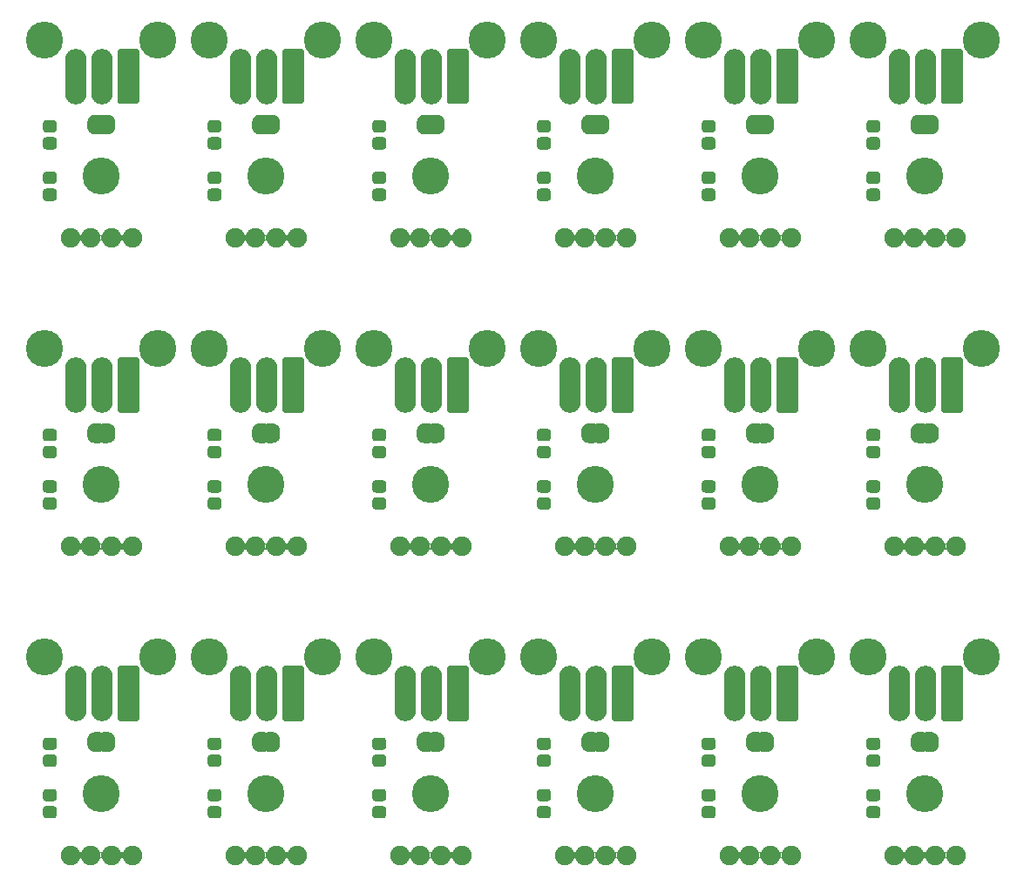
<source format=gbr>
G04 #@! TF.GenerationSoftware,KiCad,Pcbnew,5.1.9-73d0e3b20d~88~ubuntu20.04.1*
G04 #@! TF.CreationDate,2021-02-02T19:01:36+09:00*
G04 #@! TF.ProjectId,NeoPixel-Grove,4e656f50-6978-4656-9c2d-47726f76652e,rev?*
G04 #@! TF.SameCoordinates,Original*
G04 #@! TF.FileFunction,Soldermask,Top*
G04 #@! TF.FilePolarity,Negative*
%FSLAX46Y46*%
G04 Gerber Fmt 4.6, Leading zero omitted, Abs format (unit mm)*
G04 Created by KiCad (PCBNEW 5.1.9-73d0e3b20d~88~ubuntu20.04.1) date 2021-02-02 19:01:36*
%MOMM*%
%LPD*%
G01*
G04 APERTURE LIST*
%ADD10C,3.600000*%
%ADD11C,0.100000*%
%ADD12C,1.900000*%
%ADD13O,2.100000X5.400000*%
G04 APERTURE END LIST*
D10*
X249500000Y-58750000D03*
X233500000Y-58750000D03*
D11*
G36*
X291889018Y-66053843D02*
G01*
X291926537Y-66065224D01*
X291961114Y-66083706D01*
X291991421Y-66108579D01*
X292016294Y-66138886D01*
X292034776Y-66173463D01*
X292046157Y-66210982D01*
X292050000Y-66250000D01*
X292050000Y-67750000D01*
X292046157Y-67789018D01*
X292034776Y-67826537D01*
X292016294Y-67861114D01*
X291991421Y-67891421D01*
X291961114Y-67916294D01*
X291926537Y-67934776D01*
X291889018Y-67946157D01*
X291850000Y-67950000D01*
X291350000Y-67950000D01*
X291343888Y-67949398D01*
X291325466Y-67949398D01*
X291305860Y-67948435D01*
X291257029Y-67943625D01*
X291237620Y-67940746D01*
X291189495Y-67931174D01*
X291170452Y-67926404D01*
X291123497Y-67912160D01*
X291105020Y-67905549D01*
X291059687Y-67886772D01*
X291041939Y-67878377D01*
X290998666Y-67855246D01*
X290981838Y-67845160D01*
X290941039Y-67817900D01*
X290925270Y-67806205D01*
X290887341Y-67775077D01*
X290872800Y-67761897D01*
X290838103Y-67727200D01*
X290824923Y-67712659D01*
X290793795Y-67674730D01*
X290782100Y-67658961D01*
X290754840Y-67618162D01*
X290744754Y-67601334D01*
X290721623Y-67558061D01*
X290713228Y-67540313D01*
X290694451Y-67494980D01*
X290687840Y-67476503D01*
X290673596Y-67429548D01*
X290668826Y-67410505D01*
X290659254Y-67362380D01*
X290656375Y-67342971D01*
X290651565Y-67294140D01*
X290650602Y-67274534D01*
X290650602Y-67256112D01*
X290650000Y-67250000D01*
X290650000Y-66750000D01*
X290650602Y-66743888D01*
X290650602Y-66725466D01*
X290651565Y-66705860D01*
X290656375Y-66657029D01*
X290659254Y-66637620D01*
X290668826Y-66589495D01*
X290673596Y-66570452D01*
X290687840Y-66523497D01*
X290694451Y-66505020D01*
X290713228Y-66459687D01*
X290721623Y-66441939D01*
X290744754Y-66398666D01*
X290754840Y-66381838D01*
X290782100Y-66341039D01*
X290793795Y-66325270D01*
X290824923Y-66287341D01*
X290838103Y-66272800D01*
X290872800Y-66238103D01*
X290887341Y-66224923D01*
X290925270Y-66193795D01*
X290941039Y-66182100D01*
X290981838Y-66154840D01*
X290998666Y-66144754D01*
X291041939Y-66121623D01*
X291059687Y-66113228D01*
X291105020Y-66094451D01*
X291123497Y-66087840D01*
X291170452Y-66073596D01*
X291189495Y-66068826D01*
X291237620Y-66059254D01*
X291257029Y-66056375D01*
X291305860Y-66051565D01*
X291325466Y-66050602D01*
X291343888Y-66050602D01*
X291350000Y-66050000D01*
X291850000Y-66050000D01*
X291889018Y-66053843D01*
G37*
G36*
X292656112Y-66050602D02*
G01*
X292674534Y-66050602D01*
X292694140Y-66051565D01*
X292742971Y-66056375D01*
X292762380Y-66059254D01*
X292810505Y-66068826D01*
X292829548Y-66073596D01*
X292876503Y-66087840D01*
X292894980Y-66094451D01*
X292940313Y-66113228D01*
X292958061Y-66121623D01*
X293001334Y-66144754D01*
X293018162Y-66154840D01*
X293058961Y-66182100D01*
X293074730Y-66193795D01*
X293112659Y-66224923D01*
X293127200Y-66238103D01*
X293161897Y-66272800D01*
X293175077Y-66287341D01*
X293206205Y-66325270D01*
X293217900Y-66341039D01*
X293245160Y-66381838D01*
X293255246Y-66398666D01*
X293278377Y-66441939D01*
X293286772Y-66459687D01*
X293305549Y-66505020D01*
X293312160Y-66523497D01*
X293326404Y-66570452D01*
X293331174Y-66589495D01*
X293340746Y-66637620D01*
X293343625Y-66657029D01*
X293348435Y-66705860D01*
X293349398Y-66725466D01*
X293349398Y-66743888D01*
X293350000Y-66750000D01*
X293350000Y-67250000D01*
X293349398Y-67256112D01*
X293349398Y-67274534D01*
X293348435Y-67294140D01*
X293343625Y-67342971D01*
X293340746Y-67362380D01*
X293331174Y-67410505D01*
X293326404Y-67429548D01*
X293312160Y-67476503D01*
X293305549Y-67494980D01*
X293286772Y-67540313D01*
X293278377Y-67558061D01*
X293255246Y-67601334D01*
X293245160Y-67618162D01*
X293217900Y-67658961D01*
X293206205Y-67674730D01*
X293175077Y-67712659D01*
X293161897Y-67727200D01*
X293127200Y-67761897D01*
X293112659Y-67775077D01*
X293074730Y-67806205D01*
X293058961Y-67817900D01*
X293018162Y-67845160D01*
X293001334Y-67855246D01*
X292958061Y-67878377D01*
X292940313Y-67886772D01*
X292894980Y-67905549D01*
X292876503Y-67912160D01*
X292829548Y-67926404D01*
X292810505Y-67931174D01*
X292762380Y-67940746D01*
X292742971Y-67943625D01*
X292694140Y-67948435D01*
X292674534Y-67949398D01*
X292656112Y-67949398D01*
X292650000Y-67950000D01*
X292150000Y-67950000D01*
X292110982Y-67946157D01*
X292073463Y-67934776D01*
X292038886Y-67916294D01*
X292008579Y-67891421D01*
X291983706Y-67861114D01*
X291965224Y-67826537D01*
X291953843Y-67789018D01*
X291950000Y-67750000D01*
X291950000Y-66250000D01*
X291953843Y-66210982D01*
X291965224Y-66173463D01*
X291983706Y-66138886D01*
X292008579Y-66108579D01*
X292038886Y-66083706D01*
X292073463Y-66065224D01*
X292110982Y-66053843D01*
X292150000Y-66050000D01*
X292650000Y-66050000D01*
X292656112Y-66050602D01*
G37*
G36*
G01*
X286625000Y-66575000D02*
X287375000Y-66575000D01*
G75*
G02*
X287675000Y-66875000I0J-300000D01*
G01*
X287675000Y-67475000D01*
G75*
G02*
X287375000Y-67775000I-300000J0D01*
G01*
X286625000Y-67775000D01*
G75*
G02*
X286325000Y-67475000I0J300000D01*
G01*
X286325000Y-66875000D01*
G75*
G02*
X286625000Y-66575000I300000J0D01*
G01*
G37*
G36*
G01*
X286625000Y-68225000D02*
X287375000Y-68225000D01*
G75*
G02*
X287675000Y-68525000I0J-300000D01*
G01*
X287675000Y-69125000D01*
G75*
G02*
X287375000Y-69425000I-300000J0D01*
G01*
X286625000Y-69425000D01*
G75*
G02*
X286325000Y-69125000I0J300000D01*
G01*
X286325000Y-68525000D01*
G75*
G02*
X286625000Y-68225000I300000J0D01*
G01*
G37*
D12*
X273000000Y-78000000D03*
X275000000Y-78000000D03*
X277000000Y-78000000D03*
X279000000Y-78000000D03*
X263000000Y-78000000D03*
X261000000Y-78000000D03*
X259000000Y-78000000D03*
X257000000Y-78000000D03*
G36*
G01*
X245790160Y-59608680D02*
X247490160Y-59608680D01*
G75*
G02*
X247690160Y-59808680I0J-200000D01*
G01*
X247690160Y-64808680D01*
G75*
G02*
X247490160Y-65008680I-200000J0D01*
G01*
X245790160Y-65008680D01*
G75*
G02*
X245590160Y-64808680I0J200000D01*
G01*
X245590160Y-59808680D01*
G75*
G02*
X245790160Y-59608680I200000J0D01*
G01*
G37*
D13*
X244100160Y-62308680D03*
X241560160Y-62308680D03*
G36*
G01*
X238625000Y-71575000D02*
X239375000Y-71575000D01*
G75*
G02*
X239675000Y-71875000I0J-300000D01*
G01*
X239675000Y-72475000D01*
G75*
G02*
X239375000Y-72775000I-300000J0D01*
G01*
X238625000Y-72775000D01*
G75*
G02*
X238325000Y-72475000I0J300000D01*
G01*
X238325000Y-71875000D01*
G75*
G02*
X238625000Y-71575000I300000J0D01*
G01*
G37*
G36*
G01*
X238625000Y-73225000D02*
X239375000Y-73225000D01*
G75*
G02*
X239675000Y-73525000I0J-300000D01*
G01*
X239675000Y-74125000D01*
G75*
G02*
X239375000Y-74425000I-300000J0D01*
G01*
X238625000Y-74425000D01*
G75*
G02*
X238325000Y-74125000I0J300000D01*
G01*
X238325000Y-73525000D01*
G75*
G02*
X238625000Y-73225000I300000J0D01*
G01*
G37*
X257560160Y-62308680D03*
X260100160Y-62308680D03*
G36*
G01*
X261790160Y-59608680D02*
X263490160Y-59608680D01*
G75*
G02*
X263690160Y-59808680I0J-200000D01*
G01*
X263690160Y-64808680D01*
G75*
G02*
X263490160Y-65008680I-200000J0D01*
G01*
X261790160Y-65008680D01*
G75*
G02*
X261590160Y-64808680I0J200000D01*
G01*
X261590160Y-59808680D01*
G75*
G02*
X261790160Y-59608680I200000J0D01*
G01*
G37*
D11*
G36*
X244656112Y-66050602D02*
G01*
X244674534Y-66050602D01*
X244694140Y-66051565D01*
X244742971Y-66056375D01*
X244762380Y-66059254D01*
X244810505Y-66068826D01*
X244829548Y-66073596D01*
X244876503Y-66087840D01*
X244894980Y-66094451D01*
X244940313Y-66113228D01*
X244958061Y-66121623D01*
X245001334Y-66144754D01*
X245018162Y-66154840D01*
X245058961Y-66182100D01*
X245074730Y-66193795D01*
X245112659Y-66224923D01*
X245127200Y-66238103D01*
X245161897Y-66272800D01*
X245175077Y-66287341D01*
X245206205Y-66325270D01*
X245217900Y-66341039D01*
X245245160Y-66381838D01*
X245255246Y-66398666D01*
X245278377Y-66441939D01*
X245286772Y-66459687D01*
X245305549Y-66505020D01*
X245312160Y-66523497D01*
X245326404Y-66570452D01*
X245331174Y-66589495D01*
X245340746Y-66637620D01*
X245343625Y-66657029D01*
X245348435Y-66705860D01*
X245349398Y-66725466D01*
X245349398Y-66743888D01*
X245350000Y-66750000D01*
X245350000Y-67250000D01*
X245349398Y-67256112D01*
X245349398Y-67274534D01*
X245348435Y-67294140D01*
X245343625Y-67342971D01*
X245340746Y-67362380D01*
X245331174Y-67410505D01*
X245326404Y-67429548D01*
X245312160Y-67476503D01*
X245305549Y-67494980D01*
X245286772Y-67540313D01*
X245278377Y-67558061D01*
X245255246Y-67601334D01*
X245245160Y-67618162D01*
X245217900Y-67658961D01*
X245206205Y-67674730D01*
X245175077Y-67712659D01*
X245161897Y-67727200D01*
X245127200Y-67761897D01*
X245112659Y-67775077D01*
X245074730Y-67806205D01*
X245058961Y-67817900D01*
X245018162Y-67845160D01*
X245001334Y-67855246D01*
X244958061Y-67878377D01*
X244940313Y-67886772D01*
X244894980Y-67905549D01*
X244876503Y-67912160D01*
X244829548Y-67926404D01*
X244810505Y-67931174D01*
X244762380Y-67940746D01*
X244742971Y-67943625D01*
X244694140Y-67948435D01*
X244674534Y-67949398D01*
X244656112Y-67949398D01*
X244650000Y-67950000D01*
X244150000Y-67950000D01*
X244110982Y-67946157D01*
X244073463Y-67934776D01*
X244038886Y-67916294D01*
X244008579Y-67891421D01*
X243983706Y-67861114D01*
X243965224Y-67826537D01*
X243953843Y-67789018D01*
X243950000Y-67750000D01*
X243950000Y-66250000D01*
X243953843Y-66210982D01*
X243965224Y-66173463D01*
X243983706Y-66138886D01*
X244008579Y-66108579D01*
X244038886Y-66083706D01*
X244073463Y-66065224D01*
X244110982Y-66053843D01*
X244150000Y-66050000D01*
X244650000Y-66050000D01*
X244656112Y-66050602D01*
G37*
G36*
X243889018Y-66053843D02*
G01*
X243926537Y-66065224D01*
X243961114Y-66083706D01*
X243991421Y-66108579D01*
X244016294Y-66138886D01*
X244034776Y-66173463D01*
X244046157Y-66210982D01*
X244050000Y-66250000D01*
X244050000Y-67750000D01*
X244046157Y-67789018D01*
X244034776Y-67826537D01*
X244016294Y-67861114D01*
X243991421Y-67891421D01*
X243961114Y-67916294D01*
X243926537Y-67934776D01*
X243889018Y-67946157D01*
X243850000Y-67950000D01*
X243350000Y-67950000D01*
X243343888Y-67949398D01*
X243325466Y-67949398D01*
X243305860Y-67948435D01*
X243257029Y-67943625D01*
X243237620Y-67940746D01*
X243189495Y-67931174D01*
X243170452Y-67926404D01*
X243123497Y-67912160D01*
X243105020Y-67905549D01*
X243059687Y-67886772D01*
X243041939Y-67878377D01*
X242998666Y-67855246D01*
X242981838Y-67845160D01*
X242941039Y-67817900D01*
X242925270Y-67806205D01*
X242887341Y-67775077D01*
X242872800Y-67761897D01*
X242838103Y-67727200D01*
X242824923Y-67712659D01*
X242793795Y-67674730D01*
X242782100Y-67658961D01*
X242754840Y-67618162D01*
X242744754Y-67601334D01*
X242721623Y-67558061D01*
X242713228Y-67540313D01*
X242694451Y-67494980D01*
X242687840Y-67476503D01*
X242673596Y-67429548D01*
X242668826Y-67410505D01*
X242659254Y-67362380D01*
X242656375Y-67342971D01*
X242651565Y-67294140D01*
X242650602Y-67274534D01*
X242650602Y-67256112D01*
X242650000Y-67250000D01*
X242650000Y-66750000D01*
X242650602Y-66743888D01*
X242650602Y-66725466D01*
X242651565Y-66705860D01*
X242656375Y-66657029D01*
X242659254Y-66637620D01*
X242668826Y-66589495D01*
X242673596Y-66570452D01*
X242687840Y-66523497D01*
X242694451Y-66505020D01*
X242713228Y-66459687D01*
X242721623Y-66441939D01*
X242744754Y-66398666D01*
X242754840Y-66381838D01*
X242782100Y-66341039D01*
X242793795Y-66325270D01*
X242824923Y-66287341D01*
X242838103Y-66272800D01*
X242872800Y-66238103D01*
X242887341Y-66224923D01*
X242925270Y-66193795D01*
X242941039Y-66182100D01*
X242981838Y-66154840D01*
X242998666Y-66144754D01*
X243041939Y-66121623D01*
X243059687Y-66113228D01*
X243105020Y-66094451D01*
X243123497Y-66087840D01*
X243170452Y-66073596D01*
X243189495Y-66068826D01*
X243237620Y-66059254D01*
X243257029Y-66056375D01*
X243305860Y-66051565D01*
X243325466Y-66050602D01*
X243343888Y-66050602D01*
X243350000Y-66050000D01*
X243850000Y-66050000D01*
X243889018Y-66053843D01*
G37*
G36*
G01*
X238625000Y-68225000D02*
X239375000Y-68225000D01*
G75*
G02*
X239675000Y-68525000I0J-300000D01*
G01*
X239675000Y-69125000D01*
G75*
G02*
X239375000Y-69425000I-300000J0D01*
G01*
X238625000Y-69425000D01*
G75*
G02*
X238325000Y-69125000I0J300000D01*
G01*
X238325000Y-68525000D01*
G75*
G02*
X238625000Y-68225000I300000J0D01*
G01*
G37*
G36*
G01*
X238625000Y-66575000D02*
X239375000Y-66575000D01*
G75*
G02*
X239675000Y-66875000I0J-300000D01*
G01*
X239675000Y-67475000D01*
G75*
G02*
X239375000Y-67775000I-300000J0D01*
G01*
X238625000Y-67775000D01*
G75*
G02*
X238325000Y-67475000I0J300000D01*
G01*
X238325000Y-66875000D01*
G75*
G02*
X238625000Y-66575000I300000J0D01*
G01*
G37*
G36*
X259889018Y-66053843D02*
G01*
X259926537Y-66065224D01*
X259961114Y-66083706D01*
X259991421Y-66108579D01*
X260016294Y-66138886D01*
X260034776Y-66173463D01*
X260046157Y-66210982D01*
X260050000Y-66250000D01*
X260050000Y-67750000D01*
X260046157Y-67789018D01*
X260034776Y-67826537D01*
X260016294Y-67861114D01*
X259991421Y-67891421D01*
X259961114Y-67916294D01*
X259926537Y-67934776D01*
X259889018Y-67946157D01*
X259850000Y-67950000D01*
X259350000Y-67950000D01*
X259343888Y-67949398D01*
X259325466Y-67949398D01*
X259305860Y-67948435D01*
X259257029Y-67943625D01*
X259237620Y-67940746D01*
X259189495Y-67931174D01*
X259170452Y-67926404D01*
X259123497Y-67912160D01*
X259105020Y-67905549D01*
X259059687Y-67886772D01*
X259041939Y-67878377D01*
X258998666Y-67855246D01*
X258981838Y-67845160D01*
X258941039Y-67817900D01*
X258925270Y-67806205D01*
X258887341Y-67775077D01*
X258872800Y-67761897D01*
X258838103Y-67727200D01*
X258824923Y-67712659D01*
X258793795Y-67674730D01*
X258782100Y-67658961D01*
X258754840Y-67618162D01*
X258744754Y-67601334D01*
X258721623Y-67558061D01*
X258713228Y-67540313D01*
X258694451Y-67494980D01*
X258687840Y-67476503D01*
X258673596Y-67429548D01*
X258668826Y-67410505D01*
X258659254Y-67362380D01*
X258656375Y-67342971D01*
X258651565Y-67294140D01*
X258650602Y-67274534D01*
X258650602Y-67256112D01*
X258650000Y-67250000D01*
X258650000Y-66750000D01*
X258650602Y-66743888D01*
X258650602Y-66725466D01*
X258651565Y-66705860D01*
X258656375Y-66657029D01*
X258659254Y-66637620D01*
X258668826Y-66589495D01*
X258673596Y-66570452D01*
X258687840Y-66523497D01*
X258694451Y-66505020D01*
X258713228Y-66459687D01*
X258721623Y-66441939D01*
X258744754Y-66398666D01*
X258754840Y-66381838D01*
X258782100Y-66341039D01*
X258793795Y-66325270D01*
X258824923Y-66287341D01*
X258838103Y-66272800D01*
X258872800Y-66238103D01*
X258887341Y-66224923D01*
X258925270Y-66193795D01*
X258941039Y-66182100D01*
X258981838Y-66154840D01*
X258998666Y-66144754D01*
X259041939Y-66121623D01*
X259059687Y-66113228D01*
X259105020Y-66094451D01*
X259123497Y-66087840D01*
X259170452Y-66073596D01*
X259189495Y-66068826D01*
X259237620Y-66059254D01*
X259257029Y-66056375D01*
X259305860Y-66051565D01*
X259325466Y-66050602D01*
X259343888Y-66050602D01*
X259350000Y-66050000D01*
X259850000Y-66050000D01*
X259889018Y-66053843D01*
G37*
G36*
X260656112Y-66050602D02*
G01*
X260674534Y-66050602D01*
X260694140Y-66051565D01*
X260742971Y-66056375D01*
X260762380Y-66059254D01*
X260810505Y-66068826D01*
X260829548Y-66073596D01*
X260876503Y-66087840D01*
X260894980Y-66094451D01*
X260940313Y-66113228D01*
X260958061Y-66121623D01*
X261001334Y-66144754D01*
X261018162Y-66154840D01*
X261058961Y-66182100D01*
X261074730Y-66193795D01*
X261112659Y-66224923D01*
X261127200Y-66238103D01*
X261161897Y-66272800D01*
X261175077Y-66287341D01*
X261206205Y-66325270D01*
X261217900Y-66341039D01*
X261245160Y-66381838D01*
X261255246Y-66398666D01*
X261278377Y-66441939D01*
X261286772Y-66459687D01*
X261305549Y-66505020D01*
X261312160Y-66523497D01*
X261326404Y-66570452D01*
X261331174Y-66589495D01*
X261340746Y-66637620D01*
X261343625Y-66657029D01*
X261348435Y-66705860D01*
X261349398Y-66725466D01*
X261349398Y-66743888D01*
X261350000Y-66750000D01*
X261350000Y-67250000D01*
X261349398Y-67256112D01*
X261349398Y-67274534D01*
X261348435Y-67294140D01*
X261343625Y-67342971D01*
X261340746Y-67362380D01*
X261331174Y-67410505D01*
X261326404Y-67429548D01*
X261312160Y-67476503D01*
X261305549Y-67494980D01*
X261286772Y-67540313D01*
X261278377Y-67558061D01*
X261255246Y-67601334D01*
X261245160Y-67618162D01*
X261217900Y-67658961D01*
X261206205Y-67674730D01*
X261175077Y-67712659D01*
X261161897Y-67727200D01*
X261127200Y-67761897D01*
X261112659Y-67775077D01*
X261074730Y-67806205D01*
X261058961Y-67817900D01*
X261018162Y-67845160D01*
X261001334Y-67855246D01*
X260958061Y-67878377D01*
X260940313Y-67886772D01*
X260894980Y-67905549D01*
X260876503Y-67912160D01*
X260829548Y-67926404D01*
X260810505Y-67931174D01*
X260762380Y-67940746D01*
X260742971Y-67943625D01*
X260694140Y-67948435D01*
X260674534Y-67949398D01*
X260656112Y-67949398D01*
X260650000Y-67950000D01*
X260150000Y-67950000D01*
X260110982Y-67946157D01*
X260073463Y-67934776D01*
X260038886Y-67916294D01*
X260008579Y-67891421D01*
X259983706Y-67861114D01*
X259965224Y-67826537D01*
X259953843Y-67789018D01*
X259950000Y-67750000D01*
X259950000Y-66250000D01*
X259953843Y-66210982D01*
X259965224Y-66173463D01*
X259983706Y-66138886D01*
X260008579Y-66108579D01*
X260038886Y-66083706D01*
X260073463Y-66065224D01*
X260110982Y-66053843D01*
X260150000Y-66050000D01*
X260650000Y-66050000D01*
X260656112Y-66050602D01*
G37*
G36*
G01*
X286625000Y-73225000D02*
X287375000Y-73225000D01*
G75*
G02*
X287675000Y-73525000I0J-300000D01*
G01*
X287675000Y-74125000D01*
G75*
G02*
X287375000Y-74425000I-300000J0D01*
G01*
X286625000Y-74425000D01*
G75*
G02*
X286325000Y-74125000I0J300000D01*
G01*
X286325000Y-73525000D01*
G75*
G02*
X286625000Y-73225000I300000J0D01*
G01*
G37*
G36*
G01*
X286625000Y-71575000D02*
X287375000Y-71575000D01*
G75*
G02*
X287675000Y-71875000I0J-300000D01*
G01*
X287675000Y-72475000D01*
G75*
G02*
X287375000Y-72775000I-300000J0D01*
G01*
X286625000Y-72775000D01*
G75*
G02*
X286325000Y-72475000I0J300000D01*
G01*
X286325000Y-71875000D01*
G75*
G02*
X286625000Y-71575000I300000J0D01*
G01*
G37*
D12*
X231000000Y-78000000D03*
X229000000Y-78000000D03*
X227000000Y-78000000D03*
X225000000Y-78000000D03*
X209000000Y-78000000D03*
X211000000Y-78000000D03*
X213000000Y-78000000D03*
X215000000Y-78000000D03*
D10*
X297500000Y-58750000D03*
D11*
G36*
X276656112Y-66050602D02*
G01*
X276674534Y-66050602D01*
X276694140Y-66051565D01*
X276742971Y-66056375D01*
X276762380Y-66059254D01*
X276810505Y-66068826D01*
X276829548Y-66073596D01*
X276876503Y-66087840D01*
X276894980Y-66094451D01*
X276940313Y-66113228D01*
X276958061Y-66121623D01*
X277001334Y-66144754D01*
X277018162Y-66154840D01*
X277058961Y-66182100D01*
X277074730Y-66193795D01*
X277112659Y-66224923D01*
X277127200Y-66238103D01*
X277161897Y-66272800D01*
X277175077Y-66287341D01*
X277206205Y-66325270D01*
X277217900Y-66341039D01*
X277245160Y-66381838D01*
X277255246Y-66398666D01*
X277278377Y-66441939D01*
X277286772Y-66459687D01*
X277305549Y-66505020D01*
X277312160Y-66523497D01*
X277326404Y-66570452D01*
X277331174Y-66589495D01*
X277340746Y-66637620D01*
X277343625Y-66657029D01*
X277348435Y-66705860D01*
X277349398Y-66725466D01*
X277349398Y-66743888D01*
X277350000Y-66750000D01*
X277350000Y-67250000D01*
X277349398Y-67256112D01*
X277349398Y-67274534D01*
X277348435Y-67294140D01*
X277343625Y-67342971D01*
X277340746Y-67362380D01*
X277331174Y-67410505D01*
X277326404Y-67429548D01*
X277312160Y-67476503D01*
X277305549Y-67494980D01*
X277286772Y-67540313D01*
X277278377Y-67558061D01*
X277255246Y-67601334D01*
X277245160Y-67618162D01*
X277217900Y-67658961D01*
X277206205Y-67674730D01*
X277175077Y-67712659D01*
X277161897Y-67727200D01*
X277127200Y-67761897D01*
X277112659Y-67775077D01*
X277074730Y-67806205D01*
X277058961Y-67817900D01*
X277018162Y-67845160D01*
X277001334Y-67855246D01*
X276958061Y-67878377D01*
X276940313Y-67886772D01*
X276894980Y-67905549D01*
X276876503Y-67912160D01*
X276829548Y-67926404D01*
X276810505Y-67931174D01*
X276762380Y-67940746D01*
X276742971Y-67943625D01*
X276694140Y-67948435D01*
X276674534Y-67949398D01*
X276656112Y-67949398D01*
X276650000Y-67950000D01*
X276150000Y-67950000D01*
X276110982Y-67946157D01*
X276073463Y-67934776D01*
X276038886Y-67916294D01*
X276008579Y-67891421D01*
X275983706Y-67861114D01*
X275965224Y-67826537D01*
X275953843Y-67789018D01*
X275950000Y-67750000D01*
X275950000Y-66250000D01*
X275953843Y-66210982D01*
X275965224Y-66173463D01*
X275983706Y-66138886D01*
X276008579Y-66108579D01*
X276038886Y-66083706D01*
X276073463Y-66065224D01*
X276110982Y-66053843D01*
X276150000Y-66050000D01*
X276650000Y-66050000D01*
X276656112Y-66050602D01*
G37*
G36*
X275889018Y-66053843D02*
G01*
X275926537Y-66065224D01*
X275961114Y-66083706D01*
X275991421Y-66108579D01*
X276016294Y-66138886D01*
X276034776Y-66173463D01*
X276046157Y-66210982D01*
X276050000Y-66250000D01*
X276050000Y-67750000D01*
X276046157Y-67789018D01*
X276034776Y-67826537D01*
X276016294Y-67861114D01*
X275991421Y-67891421D01*
X275961114Y-67916294D01*
X275926537Y-67934776D01*
X275889018Y-67946157D01*
X275850000Y-67950000D01*
X275350000Y-67950000D01*
X275343888Y-67949398D01*
X275325466Y-67949398D01*
X275305860Y-67948435D01*
X275257029Y-67943625D01*
X275237620Y-67940746D01*
X275189495Y-67931174D01*
X275170452Y-67926404D01*
X275123497Y-67912160D01*
X275105020Y-67905549D01*
X275059687Y-67886772D01*
X275041939Y-67878377D01*
X274998666Y-67855246D01*
X274981838Y-67845160D01*
X274941039Y-67817900D01*
X274925270Y-67806205D01*
X274887341Y-67775077D01*
X274872800Y-67761897D01*
X274838103Y-67727200D01*
X274824923Y-67712659D01*
X274793795Y-67674730D01*
X274782100Y-67658961D01*
X274754840Y-67618162D01*
X274744754Y-67601334D01*
X274721623Y-67558061D01*
X274713228Y-67540313D01*
X274694451Y-67494980D01*
X274687840Y-67476503D01*
X274673596Y-67429548D01*
X274668826Y-67410505D01*
X274659254Y-67362380D01*
X274656375Y-67342971D01*
X274651565Y-67294140D01*
X274650602Y-67274534D01*
X274650602Y-67256112D01*
X274650000Y-67250000D01*
X274650000Y-66750000D01*
X274650602Y-66743888D01*
X274650602Y-66725466D01*
X274651565Y-66705860D01*
X274656375Y-66657029D01*
X274659254Y-66637620D01*
X274668826Y-66589495D01*
X274673596Y-66570452D01*
X274687840Y-66523497D01*
X274694451Y-66505020D01*
X274713228Y-66459687D01*
X274721623Y-66441939D01*
X274744754Y-66398666D01*
X274754840Y-66381838D01*
X274782100Y-66341039D01*
X274793795Y-66325270D01*
X274824923Y-66287341D01*
X274838103Y-66272800D01*
X274872800Y-66238103D01*
X274887341Y-66224923D01*
X274925270Y-66193795D01*
X274941039Y-66182100D01*
X274981838Y-66154840D01*
X274998666Y-66144754D01*
X275041939Y-66121623D01*
X275059687Y-66113228D01*
X275105020Y-66094451D01*
X275123497Y-66087840D01*
X275170452Y-66073596D01*
X275189495Y-66068826D01*
X275237620Y-66059254D01*
X275257029Y-66056375D01*
X275305860Y-66051565D01*
X275325466Y-66050602D01*
X275343888Y-66050602D01*
X275350000Y-66050000D01*
X275850000Y-66050000D01*
X275889018Y-66053843D01*
G37*
D10*
X222500000Y-58750000D03*
G36*
G01*
X206625000Y-68225000D02*
X207375000Y-68225000D01*
G75*
G02*
X207675000Y-68525000I0J-300000D01*
G01*
X207675000Y-69125000D01*
G75*
G02*
X207375000Y-69425000I-300000J0D01*
G01*
X206625000Y-69425000D01*
G75*
G02*
X206325000Y-69125000I0J300000D01*
G01*
X206325000Y-68525000D01*
G75*
G02*
X206625000Y-68225000I300000J0D01*
G01*
G37*
G36*
G01*
X206625000Y-66575000D02*
X207375000Y-66575000D01*
G75*
G02*
X207675000Y-66875000I0J-300000D01*
G01*
X207675000Y-67475000D01*
G75*
G02*
X207375000Y-67775000I-300000J0D01*
G01*
X206625000Y-67775000D01*
G75*
G02*
X206325000Y-67475000I0J300000D01*
G01*
X206325000Y-66875000D01*
G75*
G02*
X206625000Y-66575000I300000J0D01*
G01*
G37*
X281500000Y-58750000D03*
D13*
X225560160Y-62308680D03*
X228100160Y-62308680D03*
G36*
G01*
X229790160Y-59608680D02*
X231490160Y-59608680D01*
G75*
G02*
X231690160Y-59808680I0J-200000D01*
G01*
X231690160Y-64808680D01*
G75*
G02*
X231490160Y-65008680I-200000J0D01*
G01*
X229790160Y-65008680D01*
G75*
G02*
X229590160Y-64808680I0J200000D01*
G01*
X229590160Y-59808680D01*
G75*
G02*
X229790160Y-59608680I200000J0D01*
G01*
G37*
D10*
X212000000Y-72000000D03*
X206500000Y-58750000D03*
X265500000Y-58750000D03*
X276000000Y-72000000D03*
D11*
G36*
X212656112Y-66050602D02*
G01*
X212674534Y-66050602D01*
X212694140Y-66051565D01*
X212742971Y-66056375D01*
X212762380Y-66059254D01*
X212810505Y-66068826D01*
X212829548Y-66073596D01*
X212876503Y-66087840D01*
X212894980Y-66094451D01*
X212940313Y-66113228D01*
X212958061Y-66121623D01*
X213001334Y-66144754D01*
X213018162Y-66154840D01*
X213058961Y-66182100D01*
X213074730Y-66193795D01*
X213112659Y-66224923D01*
X213127200Y-66238103D01*
X213161897Y-66272800D01*
X213175077Y-66287341D01*
X213206205Y-66325270D01*
X213217900Y-66341039D01*
X213245160Y-66381838D01*
X213255246Y-66398666D01*
X213278377Y-66441939D01*
X213286772Y-66459687D01*
X213305549Y-66505020D01*
X213312160Y-66523497D01*
X213326404Y-66570452D01*
X213331174Y-66589495D01*
X213340746Y-66637620D01*
X213343625Y-66657029D01*
X213348435Y-66705860D01*
X213349398Y-66725466D01*
X213349398Y-66743888D01*
X213350000Y-66750000D01*
X213350000Y-67250000D01*
X213349398Y-67256112D01*
X213349398Y-67274534D01*
X213348435Y-67294140D01*
X213343625Y-67342971D01*
X213340746Y-67362380D01*
X213331174Y-67410505D01*
X213326404Y-67429548D01*
X213312160Y-67476503D01*
X213305549Y-67494980D01*
X213286772Y-67540313D01*
X213278377Y-67558061D01*
X213255246Y-67601334D01*
X213245160Y-67618162D01*
X213217900Y-67658961D01*
X213206205Y-67674730D01*
X213175077Y-67712659D01*
X213161897Y-67727200D01*
X213127200Y-67761897D01*
X213112659Y-67775077D01*
X213074730Y-67806205D01*
X213058961Y-67817900D01*
X213018162Y-67845160D01*
X213001334Y-67855246D01*
X212958061Y-67878377D01*
X212940313Y-67886772D01*
X212894980Y-67905549D01*
X212876503Y-67912160D01*
X212829548Y-67926404D01*
X212810505Y-67931174D01*
X212762380Y-67940746D01*
X212742971Y-67943625D01*
X212694140Y-67948435D01*
X212674534Y-67949398D01*
X212656112Y-67949398D01*
X212650000Y-67950000D01*
X212150000Y-67950000D01*
X212110982Y-67946157D01*
X212073463Y-67934776D01*
X212038886Y-67916294D01*
X212008579Y-67891421D01*
X211983706Y-67861114D01*
X211965224Y-67826537D01*
X211953843Y-67789018D01*
X211950000Y-67750000D01*
X211950000Y-66250000D01*
X211953843Y-66210982D01*
X211965224Y-66173463D01*
X211983706Y-66138886D01*
X212008579Y-66108579D01*
X212038886Y-66083706D01*
X212073463Y-66065224D01*
X212110982Y-66053843D01*
X212150000Y-66050000D01*
X212650000Y-66050000D01*
X212656112Y-66050602D01*
G37*
G36*
X211889018Y-66053843D02*
G01*
X211926537Y-66065224D01*
X211961114Y-66083706D01*
X211991421Y-66108579D01*
X212016294Y-66138886D01*
X212034776Y-66173463D01*
X212046157Y-66210982D01*
X212050000Y-66250000D01*
X212050000Y-67750000D01*
X212046157Y-67789018D01*
X212034776Y-67826537D01*
X212016294Y-67861114D01*
X211991421Y-67891421D01*
X211961114Y-67916294D01*
X211926537Y-67934776D01*
X211889018Y-67946157D01*
X211850000Y-67950000D01*
X211350000Y-67950000D01*
X211343888Y-67949398D01*
X211325466Y-67949398D01*
X211305860Y-67948435D01*
X211257029Y-67943625D01*
X211237620Y-67940746D01*
X211189495Y-67931174D01*
X211170452Y-67926404D01*
X211123497Y-67912160D01*
X211105020Y-67905549D01*
X211059687Y-67886772D01*
X211041939Y-67878377D01*
X210998666Y-67855246D01*
X210981838Y-67845160D01*
X210941039Y-67817900D01*
X210925270Y-67806205D01*
X210887341Y-67775077D01*
X210872800Y-67761897D01*
X210838103Y-67727200D01*
X210824923Y-67712659D01*
X210793795Y-67674730D01*
X210782100Y-67658961D01*
X210754840Y-67618162D01*
X210744754Y-67601334D01*
X210721623Y-67558061D01*
X210713228Y-67540313D01*
X210694451Y-67494980D01*
X210687840Y-67476503D01*
X210673596Y-67429548D01*
X210668826Y-67410505D01*
X210659254Y-67362380D01*
X210656375Y-67342971D01*
X210651565Y-67294140D01*
X210650602Y-67274534D01*
X210650602Y-67256112D01*
X210650000Y-67250000D01*
X210650000Y-66750000D01*
X210650602Y-66743888D01*
X210650602Y-66725466D01*
X210651565Y-66705860D01*
X210656375Y-66657029D01*
X210659254Y-66637620D01*
X210668826Y-66589495D01*
X210673596Y-66570452D01*
X210687840Y-66523497D01*
X210694451Y-66505020D01*
X210713228Y-66459687D01*
X210721623Y-66441939D01*
X210744754Y-66398666D01*
X210754840Y-66381838D01*
X210782100Y-66341039D01*
X210793795Y-66325270D01*
X210824923Y-66287341D01*
X210838103Y-66272800D01*
X210872800Y-66238103D01*
X210887341Y-66224923D01*
X210925270Y-66193795D01*
X210941039Y-66182100D01*
X210981838Y-66154840D01*
X210998666Y-66144754D01*
X211041939Y-66121623D01*
X211059687Y-66113228D01*
X211105020Y-66094451D01*
X211123497Y-66087840D01*
X211170452Y-66073596D01*
X211189495Y-66068826D01*
X211237620Y-66059254D01*
X211257029Y-66056375D01*
X211305860Y-66051565D01*
X211325466Y-66050602D01*
X211343888Y-66050602D01*
X211350000Y-66050000D01*
X211850000Y-66050000D01*
X211889018Y-66053843D01*
G37*
G36*
G01*
X213790160Y-59608680D02*
X215490160Y-59608680D01*
G75*
G02*
X215690160Y-59808680I0J-200000D01*
G01*
X215690160Y-64808680D01*
G75*
G02*
X215490160Y-65008680I-200000J0D01*
G01*
X213790160Y-65008680D01*
G75*
G02*
X213590160Y-64808680I0J200000D01*
G01*
X213590160Y-59808680D01*
G75*
G02*
X213790160Y-59608680I200000J0D01*
G01*
G37*
D13*
X212100160Y-62308680D03*
X209560160Y-62308680D03*
D10*
X244000000Y-72000000D03*
D11*
G36*
X227889018Y-66053843D02*
G01*
X227926537Y-66065224D01*
X227961114Y-66083706D01*
X227991421Y-66108579D01*
X228016294Y-66138886D01*
X228034776Y-66173463D01*
X228046157Y-66210982D01*
X228050000Y-66250000D01*
X228050000Y-67750000D01*
X228046157Y-67789018D01*
X228034776Y-67826537D01*
X228016294Y-67861114D01*
X227991421Y-67891421D01*
X227961114Y-67916294D01*
X227926537Y-67934776D01*
X227889018Y-67946157D01*
X227850000Y-67950000D01*
X227350000Y-67950000D01*
X227343888Y-67949398D01*
X227325466Y-67949398D01*
X227305860Y-67948435D01*
X227257029Y-67943625D01*
X227237620Y-67940746D01*
X227189495Y-67931174D01*
X227170452Y-67926404D01*
X227123497Y-67912160D01*
X227105020Y-67905549D01*
X227059687Y-67886772D01*
X227041939Y-67878377D01*
X226998666Y-67855246D01*
X226981838Y-67845160D01*
X226941039Y-67817900D01*
X226925270Y-67806205D01*
X226887341Y-67775077D01*
X226872800Y-67761897D01*
X226838103Y-67727200D01*
X226824923Y-67712659D01*
X226793795Y-67674730D01*
X226782100Y-67658961D01*
X226754840Y-67618162D01*
X226744754Y-67601334D01*
X226721623Y-67558061D01*
X226713228Y-67540313D01*
X226694451Y-67494980D01*
X226687840Y-67476503D01*
X226673596Y-67429548D01*
X226668826Y-67410505D01*
X226659254Y-67362380D01*
X226656375Y-67342971D01*
X226651565Y-67294140D01*
X226650602Y-67274534D01*
X226650602Y-67256112D01*
X226650000Y-67250000D01*
X226650000Y-66750000D01*
X226650602Y-66743888D01*
X226650602Y-66725466D01*
X226651565Y-66705860D01*
X226656375Y-66657029D01*
X226659254Y-66637620D01*
X226668826Y-66589495D01*
X226673596Y-66570452D01*
X226687840Y-66523497D01*
X226694451Y-66505020D01*
X226713228Y-66459687D01*
X226721623Y-66441939D01*
X226744754Y-66398666D01*
X226754840Y-66381838D01*
X226782100Y-66341039D01*
X226793795Y-66325270D01*
X226824923Y-66287341D01*
X226838103Y-66272800D01*
X226872800Y-66238103D01*
X226887341Y-66224923D01*
X226925270Y-66193795D01*
X226941039Y-66182100D01*
X226981838Y-66154840D01*
X226998666Y-66144754D01*
X227041939Y-66121623D01*
X227059687Y-66113228D01*
X227105020Y-66094451D01*
X227123497Y-66087840D01*
X227170452Y-66073596D01*
X227189495Y-66068826D01*
X227237620Y-66059254D01*
X227257029Y-66056375D01*
X227305860Y-66051565D01*
X227325466Y-66050602D01*
X227343888Y-66050602D01*
X227350000Y-66050000D01*
X227850000Y-66050000D01*
X227889018Y-66053843D01*
G37*
G36*
X228656112Y-66050602D02*
G01*
X228674534Y-66050602D01*
X228694140Y-66051565D01*
X228742971Y-66056375D01*
X228762380Y-66059254D01*
X228810505Y-66068826D01*
X228829548Y-66073596D01*
X228876503Y-66087840D01*
X228894980Y-66094451D01*
X228940313Y-66113228D01*
X228958061Y-66121623D01*
X229001334Y-66144754D01*
X229018162Y-66154840D01*
X229058961Y-66182100D01*
X229074730Y-66193795D01*
X229112659Y-66224923D01*
X229127200Y-66238103D01*
X229161897Y-66272800D01*
X229175077Y-66287341D01*
X229206205Y-66325270D01*
X229217900Y-66341039D01*
X229245160Y-66381838D01*
X229255246Y-66398666D01*
X229278377Y-66441939D01*
X229286772Y-66459687D01*
X229305549Y-66505020D01*
X229312160Y-66523497D01*
X229326404Y-66570452D01*
X229331174Y-66589495D01*
X229340746Y-66637620D01*
X229343625Y-66657029D01*
X229348435Y-66705860D01*
X229349398Y-66725466D01*
X229349398Y-66743888D01*
X229350000Y-66750000D01*
X229350000Y-67250000D01*
X229349398Y-67256112D01*
X229349398Y-67274534D01*
X229348435Y-67294140D01*
X229343625Y-67342971D01*
X229340746Y-67362380D01*
X229331174Y-67410505D01*
X229326404Y-67429548D01*
X229312160Y-67476503D01*
X229305549Y-67494980D01*
X229286772Y-67540313D01*
X229278377Y-67558061D01*
X229255246Y-67601334D01*
X229245160Y-67618162D01*
X229217900Y-67658961D01*
X229206205Y-67674730D01*
X229175077Y-67712659D01*
X229161897Y-67727200D01*
X229127200Y-67761897D01*
X229112659Y-67775077D01*
X229074730Y-67806205D01*
X229058961Y-67817900D01*
X229018162Y-67845160D01*
X229001334Y-67855246D01*
X228958061Y-67878377D01*
X228940313Y-67886772D01*
X228894980Y-67905549D01*
X228876503Y-67912160D01*
X228829548Y-67926404D01*
X228810505Y-67931174D01*
X228762380Y-67940746D01*
X228742971Y-67943625D01*
X228694140Y-67948435D01*
X228674534Y-67949398D01*
X228656112Y-67949398D01*
X228650000Y-67950000D01*
X228150000Y-67950000D01*
X228110982Y-67946157D01*
X228073463Y-67934776D01*
X228038886Y-67916294D01*
X228008579Y-67891421D01*
X227983706Y-67861114D01*
X227965224Y-67826537D01*
X227953843Y-67789018D01*
X227950000Y-67750000D01*
X227950000Y-66250000D01*
X227953843Y-66210982D01*
X227965224Y-66173463D01*
X227983706Y-66138886D01*
X228008579Y-66108579D01*
X228038886Y-66083706D01*
X228073463Y-66065224D01*
X228110982Y-66053843D01*
X228150000Y-66050000D01*
X228650000Y-66050000D01*
X228656112Y-66050602D01*
G37*
G36*
G01*
X222625000Y-73225000D02*
X223375000Y-73225000D01*
G75*
G02*
X223675000Y-73525000I0J-300000D01*
G01*
X223675000Y-74125000D01*
G75*
G02*
X223375000Y-74425000I-300000J0D01*
G01*
X222625000Y-74425000D01*
G75*
G02*
X222325000Y-74125000I0J300000D01*
G01*
X222325000Y-73525000D01*
G75*
G02*
X222625000Y-73225000I300000J0D01*
G01*
G37*
G36*
G01*
X222625000Y-71575000D02*
X223375000Y-71575000D01*
G75*
G02*
X223675000Y-71875000I0J-300000D01*
G01*
X223675000Y-72475000D01*
G75*
G02*
X223375000Y-72775000I-300000J0D01*
G01*
X222625000Y-72775000D01*
G75*
G02*
X222325000Y-72475000I0J300000D01*
G01*
X222325000Y-71875000D01*
G75*
G02*
X222625000Y-71575000I300000J0D01*
G01*
G37*
D10*
X217500000Y-58750000D03*
X228000000Y-72000000D03*
G36*
G01*
X270625000Y-71575000D02*
X271375000Y-71575000D01*
G75*
G02*
X271675000Y-71875000I0J-300000D01*
G01*
X271675000Y-72475000D01*
G75*
G02*
X271375000Y-72775000I-300000J0D01*
G01*
X270625000Y-72775000D01*
G75*
G02*
X270325000Y-72475000I0J300000D01*
G01*
X270325000Y-71875000D01*
G75*
G02*
X270625000Y-71575000I300000J0D01*
G01*
G37*
G36*
G01*
X270625000Y-73225000D02*
X271375000Y-73225000D01*
G75*
G02*
X271675000Y-73525000I0J-300000D01*
G01*
X271675000Y-74125000D01*
G75*
G02*
X271375000Y-74425000I-300000J0D01*
G01*
X270625000Y-74425000D01*
G75*
G02*
X270325000Y-74125000I0J300000D01*
G01*
X270325000Y-73525000D01*
G75*
G02*
X270625000Y-73225000I300000J0D01*
G01*
G37*
G36*
G01*
X206625000Y-71575000D02*
X207375000Y-71575000D01*
G75*
G02*
X207675000Y-71875000I0J-300000D01*
G01*
X207675000Y-72475000D01*
G75*
G02*
X207375000Y-72775000I-300000J0D01*
G01*
X206625000Y-72775000D01*
G75*
G02*
X206325000Y-72475000I0J300000D01*
G01*
X206325000Y-71875000D01*
G75*
G02*
X206625000Y-71575000I300000J0D01*
G01*
G37*
G36*
G01*
X206625000Y-73225000D02*
X207375000Y-73225000D01*
G75*
G02*
X207675000Y-73525000I0J-300000D01*
G01*
X207675000Y-74125000D01*
G75*
G02*
X207375000Y-74425000I-300000J0D01*
G01*
X206625000Y-74425000D01*
G75*
G02*
X206325000Y-74125000I0J300000D01*
G01*
X206325000Y-73525000D01*
G75*
G02*
X206625000Y-73225000I300000J0D01*
G01*
G37*
X292000000Y-72000000D03*
G36*
G01*
X222625000Y-66575000D02*
X223375000Y-66575000D01*
G75*
G02*
X223675000Y-66875000I0J-300000D01*
G01*
X223675000Y-67475000D01*
G75*
G02*
X223375000Y-67775000I-300000J0D01*
G01*
X222625000Y-67775000D01*
G75*
G02*
X222325000Y-67475000I0J300000D01*
G01*
X222325000Y-66875000D01*
G75*
G02*
X222625000Y-66575000I300000J0D01*
G01*
G37*
G36*
G01*
X222625000Y-68225000D02*
X223375000Y-68225000D01*
G75*
G02*
X223675000Y-68525000I0J-300000D01*
G01*
X223675000Y-69125000D01*
G75*
G02*
X223375000Y-69425000I-300000J0D01*
G01*
X222625000Y-69425000D01*
G75*
G02*
X222325000Y-69125000I0J300000D01*
G01*
X222325000Y-68525000D01*
G75*
G02*
X222625000Y-68225000I300000J0D01*
G01*
G37*
X270500000Y-58750000D03*
G36*
G01*
X254625000Y-66575000D02*
X255375000Y-66575000D01*
G75*
G02*
X255675000Y-66875000I0J-300000D01*
G01*
X255675000Y-67475000D01*
G75*
G02*
X255375000Y-67775000I-300000J0D01*
G01*
X254625000Y-67775000D01*
G75*
G02*
X254325000Y-67475000I0J300000D01*
G01*
X254325000Y-66875000D01*
G75*
G02*
X254625000Y-66575000I300000J0D01*
G01*
G37*
G36*
G01*
X254625000Y-68225000D02*
X255375000Y-68225000D01*
G75*
G02*
X255675000Y-68525000I0J-300000D01*
G01*
X255675000Y-69125000D01*
G75*
G02*
X255375000Y-69425000I-300000J0D01*
G01*
X254625000Y-69425000D01*
G75*
G02*
X254325000Y-69125000I0J300000D01*
G01*
X254325000Y-68525000D01*
G75*
G02*
X254625000Y-68225000I300000J0D01*
G01*
G37*
G36*
G01*
X277790160Y-59608680D02*
X279490160Y-59608680D01*
G75*
G02*
X279690160Y-59808680I0J-200000D01*
G01*
X279690160Y-64808680D01*
G75*
G02*
X279490160Y-65008680I-200000J0D01*
G01*
X277790160Y-65008680D01*
G75*
G02*
X277590160Y-64808680I0J200000D01*
G01*
X277590160Y-59808680D01*
G75*
G02*
X277790160Y-59608680I200000J0D01*
G01*
G37*
D13*
X276100160Y-62308680D03*
X273560160Y-62308680D03*
D10*
X260000000Y-72000000D03*
X254500000Y-58750000D03*
D12*
X241000000Y-78000000D03*
X243000000Y-78000000D03*
X245000000Y-78000000D03*
X247000000Y-78000000D03*
D10*
X238500000Y-58750000D03*
G36*
G01*
X254625000Y-73225000D02*
X255375000Y-73225000D01*
G75*
G02*
X255675000Y-73525000I0J-300000D01*
G01*
X255675000Y-74125000D01*
G75*
G02*
X255375000Y-74425000I-300000J0D01*
G01*
X254625000Y-74425000D01*
G75*
G02*
X254325000Y-74125000I0J300000D01*
G01*
X254325000Y-73525000D01*
G75*
G02*
X254625000Y-73225000I300000J0D01*
G01*
G37*
G36*
G01*
X254625000Y-71575000D02*
X255375000Y-71575000D01*
G75*
G02*
X255675000Y-71875000I0J-300000D01*
G01*
X255675000Y-72475000D01*
G75*
G02*
X255375000Y-72775000I-300000J0D01*
G01*
X254625000Y-72775000D01*
G75*
G02*
X254325000Y-72475000I0J300000D01*
G01*
X254325000Y-71875000D01*
G75*
G02*
X254625000Y-71575000I300000J0D01*
G01*
G37*
G36*
G01*
X270625000Y-68225000D02*
X271375000Y-68225000D01*
G75*
G02*
X271675000Y-68525000I0J-300000D01*
G01*
X271675000Y-69125000D01*
G75*
G02*
X271375000Y-69425000I-300000J0D01*
G01*
X270625000Y-69425000D01*
G75*
G02*
X270325000Y-69125000I0J300000D01*
G01*
X270325000Y-68525000D01*
G75*
G02*
X270625000Y-68225000I300000J0D01*
G01*
G37*
G36*
G01*
X270625000Y-66575000D02*
X271375000Y-66575000D01*
G75*
G02*
X271675000Y-66875000I0J-300000D01*
G01*
X271675000Y-67475000D01*
G75*
G02*
X271375000Y-67775000I-300000J0D01*
G01*
X270625000Y-67775000D01*
G75*
G02*
X270325000Y-67475000I0J300000D01*
G01*
X270325000Y-66875000D01*
G75*
G02*
X270625000Y-66575000I300000J0D01*
G01*
G37*
D12*
X295000000Y-78000000D03*
X293000000Y-78000000D03*
X291000000Y-78000000D03*
X289000000Y-78000000D03*
D10*
X286500000Y-58750000D03*
D13*
X289560160Y-62308680D03*
X292100160Y-62308680D03*
G36*
G01*
X293790160Y-59608680D02*
X295490160Y-59608680D01*
G75*
G02*
X295690160Y-59808680I0J-200000D01*
G01*
X295690160Y-64808680D01*
G75*
G02*
X295490160Y-65008680I-200000J0D01*
G01*
X293790160Y-65008680D01*
G75*
G02*
X293590160Y-64808680I0J200000D01*
G01*
X293590160Y-59808680D01*
G75*
G02*
X293790160Y-59608680I200000J0D01*
G01*
G37*
D10*
X217500000Y-118750000D03*
X228000000Y-132000000D03*
G36*
G01*
X270625000Y-133225000D02*
X271375000Y-133225000D01*
G75*
G02*
X271675000Y-133525000I0J-300000D01*
G01*
X271675000Y-134125000D01*
G75*
G02*
X271375000Y-134425000I-300000J0D01*
G01*
X270625000Y-134425000D01*
G75*
G02*
X270325000Y-134125000I0J300000D01*
G01*
X270325000Y-133525000D01*
G75*
G02*
X270625000Y-133225000I300000J0D01*
G01*
G37*
G36*
G01*
X270625000Y-131575000D02*
X271375000Y-131575000D01*
G75*
G02*
X271675000Y-131875000I0J-300000D01*
G01*
X271675000Y-132475000D01*
G75*
G02*
X271375000Y-132775000I-300000J0D01*
G01*
X270625000Y-132775000D01*
G75*
G02*
X270325000Y-132475000I0J300000D01*
G01*
X270325000Y-131875000D01*
G75*
G02*
X270625000Y-131575000I300000J0D01*
G01*
G37*
G36*
G01*
X206625000Y-133225000D02*
X207375000Y-133225000D01*
G75*
G02*
X207675000Y-133525000I0J-300000D01*
G01*
X207675000Y-134125000D01*
G75*
G02*
X207375000Y-134425000I-300000J0D01*
G01*
X206625000Y-134425000D01*
G75*
G02*
X206325000Y-134125000I0J300000D01*
G01*
X206325000Y-133525000D01*
G75*
G02*
X206625000Y-133225000I300000J0D01*
G01*
G37*
G36*
G01*
X206625000Y-131575000D02*
X207375000Y-131575000D01*
G75*
G02*
X207675000Y-131875000I0J-300000D01*
G01*
X207675000Y-132475000D01*
G75*
G02*
X207375000Y-132775000I-300000J0D01*
G01*
X206625000Y-132775000D01*
G75*
G02*
X206325000Y-132475000I0J300000D01*
G01*
X206325000Y-131875000D01*
G75*
G02*
X206625000Y-131575000I300000J0D01*
G01*
G37*
X292000000Y-132000000D03*
G36*
G01*
X222625000Y-128225000D02*
X223375000Y-128225000D01*
G75*
G02*
X223675000Y-128525000I0J-300000D01*
G01*
X223675000Y-129125000D01*
G75*
G02*
X223375000Y-129425000I-300000J0D01*
G01*
X222625000Y-129425000D01*
G75*
G02*
X222325000Y-129125000I0J300000D01*
G01*
X222325000Y-128525000D01*
G75*
G02*
X222625000Y-128225000I300000J0D01*
G01*
G37*
G36*
G01*
X222625000Y-126575000D02*
X223375000Y-126575000D01*
G75*
G02*
X223675000Y-126875000I0J-300000D01*
G01*
X223675000Y-127475000D01*
G75*
G02*
X223375000Y-127775000I-300000J0D01*
G01*
X222625000Y-127775000D01*
G75*
G02*
X222325000Y-127475000I0J300000D01*
G01*
X222325000Y-126875000D01*
G75*
G02*
X222625000Y-126575000I300000J0D01*
G01*
G37*
X270500000Y-118750000D03*
G36*
G01*
X254625000Y-128225000D02*
X255375000Y-128225000D01*
G75*
G02*
X255675000Y-128525000I0J-300000D01*
G01*
X255675000Y-129125000D01*
G75*
G02*
X255375000Y-129425000I-300000J0D01*
G01*
X254625000Y-129425000D01*
G75*
G02*
X254325000Y-129125000I0J300000D01*
G01*
X254325000Y-128525000D01*
G75*
G02*
X254625000Y-128225000I300000J0D01*
G01*
G37*
G36*
G01*
X254625000Y-126575000D02*
X255375000Y-126575000D01*
G75*
G02*
X255675000Y-126875000I0J-300000D01*
G01*
X255675000Y-127475000D01*
G75*
G02*
X255375000Y-127775000I-300000J0D01*
G01*
X254625000Y-127775000D01*
G75*
G02*
X254325000Y-127475000I0J300000D01*
G01*
X254325000Y-126875000D01*
G75*
G02*
X254625000Y-126575000I300000J0D01*
G01*
G37*
D13*
X273560160Y-122308680D03*
X276100160Y-122308680D03*
G36*
G01*
X277790160Y-119608680D02*
X279490160Y-119608680D01*
G75*
G02*
X279690160Y-119808680I0J-200000D01*
G01*
X279690160Y-124808680D01*
G75*
G02*
X279490160Y-125008680I-200000J0D01*
G01*
X277790160Y-125008680D01*
G75*
G02*
X277590160Y-124808680I0J200000D01*
G01*
X277590160Y-119808680D01*
G75*
G02*
X277790160Y-119608680I200000J0D01*
G01*
G37*
D10*
X260000000Y-132000000D03*
X254500000Y-118750000D03*
D12*
X247000000Y-138000000D03*
X245000000Y-138000000D03*
X243000000Y-138000000D03*
X241000000Y-138000000D03*
D10*
X238500000Y-118750000D03*
X265500000Y-118750000D03*
X276000000Y-132000000D03*
G36*
G01*
X254625000Y-131575000D02*
X255375000Y-131575000D01*
G75*
G02*
X255675000Y-131875000I0J-300000D01*
G01*
X255675000Y-132475000D01*
G75*
G02*
X255375000Y-132775000I-300000J0D01*
G01*
X254625000Y-132775000D01*
G75*
G02*
X254325000Y-132475000I0J300000D01*
G01*
X254325000Y-131875000D01*
G75*
G02*
X254625000Y-131575000I300000J0D01*
G01*
G37*
G36*
G01*
X254625000Y-133225000D02*
X255375000Y-133225000D01*
G75*
G02*
X255675000Y-133525000I0J-300000D01*
G01*
X255675000Y-134125000D01*
G75*
G02*
X255375000Y-134425000I-300000J0D01*
G01*
X254625000Y-134425000D01*
G75*
G02*
X254325000Y-134125000I0J300000D01*
G01*
X254325000Y-133525000D01*
G75*
G02*
X254625000Y-133225000I300000J0D01*
G01*
G37*
G36*
G01*
X270625000Y-126575000D02*
X271375000Y-126575000D01*
G75*
G02*
X271675000Y-126875000I0J-300000D01*
G01*
X271675000Y-127475000D01*
G75*
G02*
X271375000Y-127775000I-300000J0D01*
G01*
X270625000Y-127775000D01*
G75*
G02*
X270325000Y-127475000I0J300000D01*
G01*
X270325000Y-126875000D01*
G75*
G02*
X270625000Y-126575000I300000J0D01*
G01*
G37*
G36*
G01*
X270625000Y-128225000D02*
X271375000Y-128225000D01*
G75*
G02*
X271675000Y-128525000I0J-300000D01*
G01*
X271675000Y-129125000D01*
G75*
G02*
X271375000Y-129425000I-300000J0D01*
G01*
X270625000Y-129425000D01*
G75*
G02*
X270325000Y-129125000I0J300000D01*
G01*
X270325000Y-128525000D01*
G75*
G02*
X270625000Y-128225000I300000J0D01*
G01*
G37*
D12*
X289000000Y-138000000D03*
X291000000Y-138000000D03*
X293000000Y-138000000D03*
X295000000Y-138000000D03*
D10*
X286500000Y-118750000D03*
G36*
G01*
X293790160Y-119608680D02*
X295490160Y-119608680D01*
G75*
G02*
X295690160Y-119808680I0J-200000D01*
G01*
X295690160Y-124808680D01*
G75*
G02*
X295490160Y-125008680I-200000J0D01*
G01*
X293790160Y-125008680D01*
G75*
G02*
X293590160Y-124808680I0J200000D01*
G01*
X293590160Y-119808680D01*
G75*
G02*
X293790160Y-119608680I200000J0D01*
G01*
G37*
D13*
X292100160Y-122308680D03*
X289560160Y-122308680D03*
D11*
G36*
X292656112Y-126050602D02*
G01*
X292674534Y-126050602D01*
X292694140Y-126051565D01*
X292742971Y-126056375D01*
X292762380Y-126059254D01*
X292810505Y-126068826D01*
X292829548Y-126073596D01*
X292876503Y-126087840D01*
X292894980Y-126094451D01*
X292940313Y-126113228D01*
X292958061Y-126121623D01*
X293001334Y-126144754D01*
X293018162Y-126154840D01*
X293058961Y-126182100D01*
X293074730Y-126193795D01*
X293112659Y-126224923D01*
X293127200Y-126238103D01*
X293161897Y-126272800D01*
X293175077Y-126287341D01*
X293206205Y-126325270D01*
X293217900Y-126341039D01*
X293245160Y-126381838D01*
X293255246Y-126398666D01*
X293278377Y-126441939D01*
X293286772Y-126459687D01*
X293305549Y-126505020D01*
X293312160Y-126523497D01*
X293326404Y-126570452D01*
X293331174Y-126589495D01*
X293340746Y-126637620D01*
X293343625Y-126657029D01*
X293348435Y-126705860D01*
X293349398Y-126725466D01*
X293349398Y-126743888D01*
X293350000Y-126750000D01*
X293350000Y-127250000D01*
X293349398Y-127256112D01*
X293349398Y-127274534D01*
X293348435Y-127294140D01*
X293343625Y-127342971D01*
X293340746Y-127362380D01*
X293331174Y-127410505D01*
X293326404Y-127429548D01*
X293312160Y-127476503D01*
X293305549Y-127494980D01*
X293286772Y-127540313D01*
X293278377Y-127558061D01*
X293255246Y-127601334D01*
X293245160Y-127618162D01*
X293217900Y-127658961D01*
X293206205Y-127674730D01*
X293175077Y-127712659D01*
X293161897Y-127727200D01*
X293127200Y-127761897D01*
X293112659Y-127775077D01*
X293074730Y-127806205D01*
X293058961Y-127817900D01*
X293018162Y-127845160D01*
X293001334Y-127855246D01*
X292958061Y-127878377D01*
X292940313Y-127886772D01*
X292894980Y-127905549D01*
X292876503Y-127912160D01*
X292829548Y-127926404D01*
X292810505Y-127931174D01*
X292762380Y-127940746D01*
X292742971Y-127943625D01*
X292694140Y-127948435D01*
X292674534Y-127949398D01*
X292656112Y-127949398D01*
X292650000Y-127950000D01*
X292150000Y-127950000D01*
X292110982Y-127946157D01*
X292073463Y-127934776D01*
X292038886Y-127916294D01*
X292008579Y-127891421D01*
X291983706Y-127861114D01*
X291965224Y-127826537D01*
X291953843Y-127789018D01*
X291950000Y-127750000D01*
X291950000Y-126250000D01*
X291953843Y-126210982D01*
X291965224Y-126173463D01*
X291983706Y-126138886D01*
X292008579Y-126108579D01*
X292038886Y-126083706D01*
X292073463Y-126065224D01*
X292110982Y-126053843D01*
X292150000Y-126050000D01*
X292650000Y-126050000D01*
X292656112Y-126050602D01*
G37*
G36*
X291889018Y-126053843D02*
G01*
X291926537Y-126065224D01*
X291961114Y-126083706D01*
X291991421Y-126108579D01*
X292016294Y-126138886D01*
X292034776Y-126173463D01*
X292046157Y-126210982D01*
X292050000Y-126250000D01*
X292050000Y-127750000D01*
X292046157Y-127789018D01*
X292034776Y-127826537D01*
X292016294Y-127861114D01*
X291991421Y-127891421D01*
X291961114Y-127916294D01*
X291926537Y-127934776D01*
X291889018Y-127946157D01*
X291850000Y-127950000D01*
X291350000Y-127950000D01*
X291343888Y-127949398D01*
X291325466Y-127949398D01*
X291305860Y-127948435D01*
X291257029Y-127943625D01*
X291237620Y-127940746D01*
X291189495Y-127931174D01*
X291170452Y-127926404D01*
X291123497Y-127912160D01*
X291105020Y-127905549D01*
X291059687Y-127886772D01*
X291041939Y-127878377D01*
X290998666Y-127855246D01*
X290981838Y-127845160D01*
X290941039Y-127817900D01*
X290925270Y-127806205D01*
X290887341Y-127775077D01*
X290872800Y-127761897D01*
X290838103Y-127727200D01*
X290824923Y-127712659D01*
X290793795Y-127674730D01*
X290782100Y-127658961D01*
X290754840Y-127618162D01*
X290744754Y-127601334D01*
X290721623Y-127558061D01*
X290713228Y-127540313D01*
X290694451Y-127494980D01*
X290687840Y-127476503D01*
X290673596Y-127429548D01*
X290668826Y-127410505D01*
X290659254Y-127362380D01*
X290656375Y-127342971D01*
X290651565Y-127294140D01*
X290650602Y-127274534D01*
X290650602Y-127256112D01*
X290650000Y-127250000D01*
X290650000Y-126750000D01*
X290650602Y-126743888D01*
X290650602Y-126725466D01*
X290651565Y-126705860D01*
X290656375Y-126657029D01*
X290659254Y-126637620D01*
X290668826Y-126589495D01*
X290673596Y-126570452D01*
X290687840Y-126523497D01*
X290694451Y-126505020D01*
X290713228Y-126459687D01*
X290721623Y-126441939D01*
X290744754Y-126398666D01*
X290754840Y-126381838D01*
X290782100Y-126341039D01*
X290793795Y-126325270D01*
X290824923Y-126287341D01*
X290838103Y-126272800D01*
X290872800Y-126238103D01*
X290887341Y-126224923D01*
X290925270Y-126193795D01*
X290941039Y-126182100D01*
X290981838Y-126154840D01*
X290998666Y-126144754D01*
X291041939Y-126121623D01*
X291059687Y-126113228D01*
X291105020Y-126094451D01*
X291123497Y-126087840D01*
X291170452Y-126073596D01*
X291189495Y-126068826D01*
X291237620Y-126059254D01*
X291257029Y-126056375D01*
X291305860Y-126051565D01*
X291325466Y-126050602D01*
X291343888Y-126050602D01*
X291350000Y-126050000D01*
X291850000Y-126050000D01*
X291889018Y-126053843D01*
G37*
G36*
G01*
X286625000Y-128225000D02*
X287375000Y-128225000D01*
G75*
G02*
X287675000Y-128525000I0J-300000D01*
G01*
X287675000Y-129125000D01*
G75*
G02*
X287375000Y-129425000I-300000J0D01*
G01*
X286625000Y-129425000D01*
G75*
G02*
X286325000Y-129125000I0J300000D01*
G01*
X286325000Y-128525000D01*
G75*
G02*
X286625000Y-128225000I300000J0D01*
G01*
G37*
G36*
G01*
X286625000Y-126575000D02*
X287375000Y-126575000D01*
G75*
G02*
X287675000Y-126875000I0J-300000D01*
G01*
X287675000Y-127475000D01*
G75*
G02*
X287375000Y-127775000I-300000J0D01*
G01*
X286625000Y-127775000D01*
G75*
G02*
X286325000Y-127475000I0J300000D01*
G01*
X286325000Y-126875000D01*
G75*
G02*
X286625000Y-126575000I300000J0D01*
G01*
G37*
D12*
X279000000Y-138000000D03*
X277000000Y-138000000D03*
X275000000Y-138000000D03*
X273000000Y-138000000D03*
X257000000Y-138000000D03*
X259000000Y-138000000D03*
X261000000Y-138000000D03*
X263000000Y-138000000D03*
D13*
X241560160Y-122308680D03*
X244100160Y-122308680D03*
G36*
G01*
X245790160Y-119608680D02*
X247490160Y-119608680D01*
G75*
G02*
X247690160Y-119808680I0J-200000D01*
G01*
X247690160Y-124808680D01*
G75*
G02*
X247490160Y-125008680I-200000J0D01*
G01*
X245790160Y-125008680D01*
G75*
G02*
X245590160Y-124808680I0J200000D01*
G01*
X245590160Y-119808680D01*
G75*
G02*
X245790160Y-119608680I200000J0D01*
G01*
G37*
G36*
G01*
X238625000Y-133225000D02*
X239375000Y-133225000D01*
G75*
G02*
X239675000Y-133525000I0J-300000D01*
G01*
X239675000Y-134125000D01*
G75*
G02*
X239375000Y-134425000I-300000J0D01*
G01*
X238625000Y-134425000D01*
G75*
G02*
X238325000Y-134125000I0J300000D01*
G01*
X238325000Y-133525000D01*
G75*
G02*
X238625000Y-133225000I300000J0D01*
G01*
G37*
G36*
G01*
X238625000Y-131575000D02*
X239375000Y-131575000D01*
G75*
G02*
X239675000Y-131875000I0J-300000D01*
G01*
X239675000Y-132475000D01*
G75*
G02*
X239375000Y-132775000I-300000J0D01*
G01*
X238625000Y-132775000D01*
G75*
G02*
X238325000Y-132475000I0J300000D01*
G01*
X238325000Y-131875000D01*
G75*
G02*
X238625000Y-131575000I300000J0D01*
G01*
G37*
G36*
G01*
X261790160Y-119608680D02*
X263490160Y-119608680D01*
G75*
G02*
X263690160Y-119808680I0J-200000D01*
G01*
X263690160Y-124808680D01*
G75*
G02*
X263490160Y-125008680I-200000J0D01*
G01*
X261790160Y-125008680D01*
G75*
G02*
X261590160Y-124808680I0J200000D01*
G01*
X261590160Y-119808680D01*
G75*
G02*
X261790160Y-119608680I200000J0D01*
G01*
G37*
X260100160Y-122308680D03*
X257560160Y-122308680D03*
D11*
G36*
X243889018Y-126053843D02*
G01*
X243926537Y-126065224D01*
X243961114Y-126083706D01*
X243991421Y-126108579D01*
X244016294Y-126138886D01*
X244034776Y-126173463D01*
X244046157Y-126210982D01*
X244050000Y-126250000D01*
X244050000Y-127750000D01*
X244046157Y-127789018D01*
X244034776Y-127826537D01*
X244016294Y-127861114D01*
X243991421Y-127891421D01*
X243961114Y-127916294D01*
X243926537Y-127934776D01*
X243889018Y-127946157D01*
X243850000Y-127950000D01*
X243350000Y-127950000D01*
X243343888Y-127949398D01*
X243325466Y-127949398D01*
X243305860Y-127948435D01*
X243257029Y-127943625D01*
X243237620Y-127940746D01*
X243189495Y-127931174D01*
X243170452Y-127926404D01*
X243123497Y-127912160D01*
X243105020Y-127905549D01*
X243059687Y-127886772D01*
X243041939Y-127878377D01*
X242998666Y-127855246D01*
X242981838Y-127845160D01*
X242941039Y-127817900D01*
X242925270Y-127806205D01*
X242887341Y-127775077D01*
X242872800Y-127761897D01*
X242838103Y-127727200D01*
X242824923Y-127712659D01*
X242793795Y-127674730D01*
X242782100Y-127658961D01*
X242754840Y-127618162D01*
X242744754Y-127601334D01*
X242721623Y-127558061D01*
X242713228Y-127540313D01*
X242694451Y-127494980D01*
X242687840Y-127476503D01*
X242673596Y-127429548D01*
X242668826Y-127410505D01*
X242659254Y-127362380D01*
X242656375Y-127342971D01*
X242651565Y-127294140D01*
X242650602Y-127274534D01*
X242650602Y-127256112D01*
X242650000Y-127250000D01*
X242650000Y-126750000D01*
X242650602Y-126743888D01*
X242650602Y-126725466D01*
X242651565Y-126705860D01*
X242656375Y-126657029D01*
X242659254Y-126637620D01*
X242668826Y-126589495D01*
X242673596Y-126570452D01*
X242687840Y-126523497D01*
X242694451Y-126505020D01*
X242713228Y-126459687D01*
X242721623Y-126441939D01*
X242744754Y-126398666D01*
X242754840Y-126381838D01*
X242782100Y-126341039D01*
X242793795Y-126325270D01*
X242824923Y-126287341D01*
X242838103Y-126272800D01*
X242872800Y-126238103D01*
X242887341Y-126224923D01*
X242925270Y-126193795D01*
X242941039Y-126182100D01*
X242981838Y-126154840D01*
X242998666Y-126144754D01*
X243041939Y-126121623D01*
X243059687Y-126113228D01*
X243105020Y-126094451D01*
X243123497Y-126087840D01*
X243170452Y-126073596D01*
X243189495Y-126068826D01*
X243237620Y-126059254D01*
X243257029Y-126056375D01*
X243305860Y-126051565D01*
X243325466Y-126050602D01*
X243343888Y-126050602D01*
X243350000Y-126050000D01*
X243850000Y-126050000D01*
X243889018Y-126053843D01*
G37*
G36*
X244656112Y-126050602D02*
G01*
X244674534Y-126050602D01*
X244694140Y-126051565D01*
X244742971Y-126056375D01*
X244762380Y-126059254D01*
X244810505Y-126068826D01*
X244829548Y-126073596D01*
X244876503Y-126087840D01*
X244894980Y-126094451D01*
X244940313Y-126113228D01*
X244958061Y-126121623D01*
X245001334Y-126144754D01*
X245018162Y-126154840D01*
X245058961Y-126182100D01*
X245074730Y-126193795D01*
X245112659Y-126224923D01*
X245127200Y-126238103D01*
X245161897Y-126272800D01*
X245175077Y-126287341D01*
X245206205Y-126325270D01*
X245217900Y-126341039D01*
X245245160Y-126381838D01*
X245255246Y-126398666D01*
X245278377Y-126441939D01*
X245286772Y-126459687D01*
X245305549Y-126505020D01*
X245312160Y-126523497D01*
X245326404Y-126570452D01*
X245331174Y-126589495D01*
X245340746Y-126637620D01*
X245343625Y-126657029D01*
X245348435Y-126705860D01*
X245349398Y-126725466D01*
X245349398Y-126743888D01*
X245350000Y-126750000D01*
X245350000Y-127250000D01*
X245349398Y-127256112D01*
X245349398Y-127274534D01*
X245348435Y-127294140D01*
X245343625Y-127342971D01*
X245340746Y-127362380D01*
X245331174Y-127410505D01*
X245326404Y-127429548D01*
X245312160Y-127476503D01*
X245305549Y-127494980D01*
X245286772Y-127540313D01*
X245278377Y-127558061D01*
X245255246Y-127601334D01*
X245245160Y-127618162D01*
X245217900Y-127658961D01*
X245206205Y-127674730D01*
X245175077Y-127712659D01*
X245161897Y-127727200D01*
X245127200Y-127761897D01*
X245112659Y-127775077D01*
X245074730Y-127806205D01*
X245058961Y-127817900D01*
X245018162Y-127845160D01*
X245001334Y-127855246D01*
X244958061Y-127878377D01*
X244940313Y-127886772D01*
X244894980Y-127905549D01*
X244876503Y-127912160D01*
X244829548Y-127926404D01*
X244810505Y-127931174D01*
X244762380Y-127940746D01*
X244742971Y-127943625D01*
X244694140Y-127948435D01*
X244674534Y-127949398D01*
X244656112Y-127949398D01*
X244650000Y-127950000D01*
X244150000Y-127950000D01*
X244110982Y-127946157D01*
X244073463Y-127934776D01*
X244038886Y-127916294D01*
X244008579Y-127891421D01*
X243983706Y-127861114D01*
X243965224Y-127826537D01*
X243953843Y-127789018D01*
X243950000Y-127750000D01*
X243950000Y-126250000D01*
X243953843Y-126210982D01*
X243965224Y-126173463D01*
X243983706Y-126138886D01*
X244008579Y-126108579D01*
X244038886Y-126083706D01*
X244073463Y-126065224D01*
X244110982Y-126053843D01*
X244150000Y-126050000D01*
X244650000Y-126050000D01*
X244656112Y-126050602D01*
G37*
G36*
G01*
X238625000Y-126575000D02*
X239375000Y-126575000D01*
G75*
G02*
X239675000Y-126875000I0J-300000D01*
G01*
X239675000Y-127475000D01*
G75*
G02*
X239375000Y-127775000I-300000J0D01*
G01*
X238625000Y-127775000D01*
G75*
G02*
X238325000Y-127475000I0J300000D01*
G01*
X238325000Y-126875000D01*
G75*
G02*
X238625000Y-126575000I300000J0D01*
G01*
G37*
G36*
G01*
X238625000Y-128225000D02*
X239375000Y-128225000D01*
G75*
G02*
X239675000Y-128525000I0J-300000D01*
G01*
X239675000Y-129125000D01*
G75*
G02*
X239375000Y-129425000I-300000J0D01*
G01*
X238625000Y-129425000D01*
G75*
G02*
X238325000Y-129125000I0J300000D01*
G01*
X238325000Y-128525000D01*
G75*
G02*
X238625000Y-128225000I300000J0D01*
G01*
G37*
G36*
X260656112Y-126050602D02*
G01*
X260674534Y-126050602D01*
X260694140Y-126051565D01*
X260742971Y-126056375D01*
X260762380Y-126059254D01*
X260810505Y-126068826D01*
X260829548Y-126073596D01*
X260876503Y-126087840D01*
X260894980Y-126094451D01*
X260940313Y-126113228D01*
X260958061Y-126121623D01*
X261001334Y-126144754D01*
X261018162Y-126154840D01*
X261058961Y-126182100D01*
X261074730Y-126193795D01*
X261112659Y-126224923D01*
X261127200Y-126238103D01*
X261161897Y-126272800D01*
X261175077Y-126287341D01*
X261206205Y-126325270D01*
X261217900Y-126341039D01*
X261245160Y-126381838D01*
X261255246Y-126398666D01*
X261278377Y-126441939D01*
X261286772Y-126459687D01*
X261305549Y-126505020D01*
X261312160Y-126523497D01*
X261326404Y-126570452D01*
X261331174Y-126589495D01*
X261340746Y-126637620D01*
X261343625Y-126657029D01*
X261348435Y-126705860D01*
X261349398Y-126725466D01*
X261349398Y-126743888D01*
X261350000Y-126750000D01*
X261350000Y-127250000D01*
X261349398Y-127256112D01*
X261349398Y-127274534D01*
X261348435Y-127294140D01*
X261343625Y-127342971D01*
X261340746Y-127362380D01*
X261331174Y-127410505D01*
X261326404Y-127429548D01*
X261312160Y-127476503D01*
X261305549Y-127494980D01*
X261286772Y-127540313D01*
X261278377Y-127558061D01*
X261255246Y-127601334D01*
X261245160Y-127618162D01*
X261217900Y-127658961D01*
X261206205Y-127674730D01*
X261175077Y-127712659D01*
X261161897Y-127727200D01*
X261127200Y-127761897D01*
X261112659Y-127775077D01*
X261074730Y-127806205D01*
X261058961Y-127817900D01*
X261018162Y-127845160D01*
X261001334Y-127855246D01*
X260958061Y-127878377D01*
X260940313Y-127886772D01*
X260894980Y-127905549D01*
X260876503Y-127912160D01*
X260829548Y-127926404D01*
X260810505Y-127931174D01*
X260762380Y-127940746D01*
X260742971Y-127943625D01*
X260694140Y-127948435D01*
X260674534Y-127949398D01*
X260656112Y-127949398D01*
X260650000Y-127950000D01*
X260150000Y-127950000D01*
X260110982Y-127946157D01*
X260073463Y-127934776D01*
X260038886Y-127916294D01*
X260008579Y-127891421D01*
X259983706Y-127861114D01*
X259965224Y-127826537D01*
X259953843Y-127789018D01*
X259950000Y-127750000D01*
X259950000Y-126250000D01*
X259953843Y-126210982D01*
X259965224Y-126173463D01*
X259983706Y-126138886D01*
X260008579Y-126108579D01*
X260038886Y-126083706D01*
X260073463Y-126065224D01*
X260110982Y-126053843D01*
X260150000Y-126050000D01*
X260650000Y-126050000D01*
X260656112Y-126050602D01*
G37*
G36*
X259889018Y-126053843D02*
G01*
X259926537Y-126065224D01*
X259961114Y-126083706D01*
X259991421Y-126108579D01*
X260016294Y-126138886D01*
X260034776Y-126173463D01*
X260046157Y-126210982D01*
X260050000Y-126250000D01*
X260050000Y-127750000D01*
X260046157Y-127789018D01*
X260034776Y-127826537D01*
X260016294Y-127861114D01*
X259991421Y-127891421D01*
X259961114Y-127916294D01*
X259926537Y-127934776D01*
X259889018Y-127946157D01*
X259850000Y-127950000D01*
X259350000Y-127950000D01*
X259343888Y-127949398D01*
X259325466Y-127949398D01*
X259305860Y-127948435D01*
X259257029Y-127943625D01*
X259237620Y-127940746D01*
X259189495Y-127931174D01*
X259170452Y-127926404D01*
X259123497Y-127912160D01*
X259105020Y-127905549D01*
X259059687Y-127886772D01*
X259041939Y-127878377D01*
X258998666Y-127855246D01*
X258981838Y-127845160D01*
X258941039Y-127817900D01*
X258925270Y-127806205D01*
X258887341Y-127775077D01*
X258872800Y-127761897D01*
X258838103Y-127727200D01*
X258824923Y-127712659D01*
X258793795Y-127674730D01*
X258782100Y-127658961D01*
X258754840Y-127618162D01*
X258744754Y-127601334D01*
X258721623Y-127558061D01*
X258713228Y-127540313D01*
X258694451Y-127494980D01*
X258687840Y-127476503D01*
X258673596Y-127429548D01*
X258668826Y-127410505D01*
X258659254Y-127362380D01*
X258656375Y-127342971D01*
X258651565Y-127294140D01*
X258650602Y-127274534D01*
X258650602Y-127256112D01*
X258650000Y-127250000D01*
X258650000Y-126750000D01*
X258650602Y-126743888D01*
X258650602Y-126725466D01*
X258651565Y-126705860D01*
X258656375Y-126657029D01*
X258659254Y-126637620D01*
X258668826Y-126589495D01*
X258673596Y-126570452D01*
X258687840Y-126523497D01*
X258694451Y-126505020D01*
X258713228Y-126459687D01*
X258721623Y-126441939D01*
X258744754Y-126398666D01*
X258754840Y-126381838D01*
X258782100Y-126341039D01*
X258793795Y-126325270D01*
X258824923Y-126287341D01*
X258838103Y-126272800D01*
X258872800Y-126238103D01*
X258887341Y-126224923D01*
X258925270Y-126193795D01*
X258941039Y-126182100D01*
X258981838Y-126154840D01*
X258998666Y-126144754D01*
X259041939Y-126121623D01*
X259059687Y-126113228D01*
X259105020Y-126094451D01*
X259123497Y-126087840D01*
X259170452Y-126073596D01*
X259189495Y-126068826D01*
X259237620Y-126059254D01*
X259257029Y-126056375D01*
X259305860Y-126051565D01*
X259325466Y-126050602D01*
X259343888Y-126050602D01*
X259350000Y-126050000D01*
X259850000Y-126050000D01*
X259889018Y-126053843D01*
G37*
G36*
G01*
X286625000Y-131575000D02*
X287375000Y-131575000D01*
G75*
G02*
X287675000Y-131875000I0J-300000D01*
G01*
X287675000Y-132475000D01*
G75*
G02*
X287375000Y-132775000I-300000J0D01*
G01*
X286625000Y-132775000D01*
G75*
G02*
X286325000Y-132475000I0J300000D01*
G01*
X286325000Y-131875000D01*
G75*
G02*
X286625000Y-131575000I300000J0D01*
G01*
G37*
G36*
G01*
X286625000Y-133225000D02*
X287375000Y-133225000D01*
G75*
G02*
X287675000Y-133525000I0J-300000D01*
G01*
X287675000Y-134125000D01*
G75*
G02*
X287375000Y-134425000I-300000J0D01*
G01*
X286625000Y-134425000D01*
G75*
G02*
X286325000Y-134125000I0J300000D01*
G01*
X286325000Y-133525000D01*
G75*
G02*
X286625000Y-133225000I300000J0D01*
G01*
G37*
D12*
X225000000Y-138000000D03*
X227000000Y-138000000D03*
X229000000Y-138000000D03*
X231000000Y-138000000D03*
X215000000Y-138000000D03*
X213000000Y-138000000D03*
X211000000Y-138000000D03*
X209000000Y-138000000D03*
D10*
X297500000Y-118750000D03*
D11*
G36*
X275889018Y-126053843D02*
G01*
X275926537Y-126065224D01*
X275961114Y-126083706D01*
X275991421Y-126108579D01*
X276016294Y-126138886D01*
X276034776Y-126173463D01*
X276046157Y-126210982D01*
X276050000Y-126250000D01*
X276050000Y-127750000D01*
X276046157Y-127789018D01*
X276034776Y-127826537D01*
X276016294Y-127861114D01*
X275991421Y-127891421D01*
X275961114Y-127916294D01*
X275926537Y-127934776D01*
X275889018Y-127946157D01*
X275850000Y-127950000D01*
X275350000Y-127950000D01*
X275343888Y-127949398D01*
X275325466Y-127949398D01*
X275305860Y-127948435D01*
X275257029Y-127943625D01*
X275237620Y-127940746D01*
X275189495Y-127931174D01*
X275170452Y-127926404D01*
X275123497Y-127912160D01*
X275105020Y-127905549D01*
X275059687Y-127886772D01*
X275041939Y-127878377D01*
X274998666Y-127855246D01*
X274981838Y-127845160D01*
X274941039Y-127817900D01*
X274925270Y-127806205D01*
X274887341Y-127775077D01*
X274872800Y-127761897D01*
X274838103Y-127727200D01*
X274824923Y-127712659D01*
X274793795Y-127674730D01*
X274782100Y-127658961D01*
X274754840Y-127618162D01*
X274744754Y-127601334D01*
X274721623Y-127558061D01*
X274713228Y-127540313D01*
X274694451Y-127494980D01*
X274687840Y-127476503D01*
X274673596Y-127429548D01*
X274668826Y-127410505D01*
X274659254Y-127362380D01*
X274656375Y-127342971D01*
X274651565Y-127294140D01*
X274650602Y-127274534D01*
X274650602Y-127256112D01*
X274650000Y-127250000D01*
X274650000Y-126750000D01*
X274650602Y-126743888D01*
X274650602Y-126725466D01*
X274651565Y-126705860D01*
X274656375Y-126657029D01*
X274659254Y-126637620D01*
X274668826Y-126589495D01*
X274673596Y-126570452D01*
X274687840Y-126523497D01*
X274694451Y-126505020D01*
X274713228Y-126459687D01*
X274721623Y-126441939D01*
X274744754Y-126398666D01*
X274754840Y-126381838D01*
X274782100Y-126341039D01*
X274793795Y-126325270D01*
X274824923Y-126287341D01*
X274838103Y-126272800D01*
X274872800Y-126238103D01*
X274887341Y-126224923D01*
X274925270Y-126193795D01*
X274941039Y-126182100D01*
X274981838Y-126154840D01*
X274998666Y-126144754D01*
X275041939Y-126121623D01*
X275059687Y-126113228D01*
X275105020Y-126094451D01*
X275123497Y-126087840D01*
X275170452Y-126073596D01*
X275189495Y-126068826D01*
X275237620Y-126059254D01*
X275257029Y-126056375D01*
X275305860Y-126051565D01*
X275325466Y-126050602D01*
X275343888Y-126050602D01*
X275350000Y-126050000D01*
X275850000Y-126050000D01*
X275889018Y-126053843D01*
G37*
G36*
X276656112Y-126050602D02*
G01*
X276674534Y-126050602D01*
X276694140Y-126051565D01*
X276742971Y-126056375D01*
X276762380Y-126059254D01*
X276810505Y-126068826D01*
X276829548Y-126073596D01*
X276876503Y-126087840D01*
X276894980Y-126094451D01*
X276940313Y-126113228D01*
X276958061Y-126121623D01*
X277001334Y-126144754D01*
X277018162Y-126154840D01*
X277058961Y-126182100D01*
X277074730Y-126193795D01*
X277112659Y-126224923D01*
X277127200Y-126238103D01*
X277161897Y-126272800D01*
X277175077Y-126287341D01*
X277206205Y-126325270D01*
X277217900Y-126341039D01*
X277245160Y-126381838D01*
X277255246Y-126398666D01*
X277278377Y-126441939D01*
X277286772Y-126459687D01*
X277305549Y-126505020D01*
X277312160Y-126523497D01*
X277326404Y-126570452D01*
X277331174Y-126589495D01*
X277340746Y-126637620D01*
X277343625Y-126657029D01*
X277348435Y-126705860D01*
X277349398Y-126725466D01*
X277349398Y-126743888D01*
X277350000Y-126750000D01*
X277350000Y-127250000D01*
X277349398Y-127256112D01*
X277349398Y-127274534D01*
X277348435Y-127294140D01*
X277343625Y-127342971D01*
X277340746Y-127362380D01*
X277331174Y-127410505D01*
X277326404Y-127429548D01*
X277312160Y-127476503D01*
X277305549Y-127494980D01*
X277286772Y-127540313D01*
X277278377Y-127558061D01*
X277255246Y-127601334D01*
X277245160Y-127618162D01*
X277217900Y-127658961D01*
X277206205Y-127674730D01*
X277175077Y-127712659D01*
X277161897Y-127727200D01*
X277127200Y-127761897D01*
X277112659Y-127775077D01*
X277074730Y-127806205D01*
X277058961Y-127817900D01*
X277018162Y-127845160D01*
X277001334Y-127855246D01*
X276958061Y-127878377D01*
X276940313Y-127886772D01*
X276894980Y-127905549D01*
X276876503Y-127912160D01*
X276829548Y-127926404D01*
X276810505Y-127931174D01*
X276762380Y-127940746D01*
X276742971Y-127943625D01*
X276694140Y-127948435D01*
X276674534Y-127949398D01*
X276656112Y-127949398D01*
X276650000Y-127950000D01*
X276150000Y-127950000D01*
X276110982Y-127946157D01*
X276073463Y-127934776D01*
X276038886Y-127916294D01*
X276008579Y-127891421D01*
X275983706Y-127861114D01*
X275965224Y-127826537D01*
X275953843Y-127789018D01*
X275950000Y-127750000D01*
X275950000Y-126250000D01*
X275953843Y-126210982D01*
X275965224Y-126173463D01*
X275983706Y-126138886D01*
X276008579Y-126108579D01*
X276038886Y-126083706D01*
X276073463Y-126065224D01*
X276110982Y-126053843D01*
X276150000Y-126050000D01*
X276650000Y-126050000D01*
X276656112Y-126050602D01*
G37*
D10*
X222500000Y-118750000D03*
G36*
G01*
X206625000Y-126575000D02*
X207375000Y-126575000D01*
G75*
G02*
X207675000Y-126875000I0J-300000D01*
G01*
X207675000Y-127475000D01*
G75*
G02*
X207375000Y-127775000I-300000J0D01*
G01*
X206625000Y-127775000D01*
G75*
G02*
X206325000Y-127475000I0J300000D01*
G01*
X206325000Y-126875000D01*
G75*
G02*
X206625000Y-126575000I300000J0D01*
G01*
G37*
G36*
G01*
X206625000Y-128225000D02*
X207375000Y-128225000D01*
G75*
G02*
X207675000Y-128525000I0J-300000D01*
G01*
X207675000Y-129125000D01*
G75*
G02*
X207375000Y-129425000I-300000J0D01*
G01*
X206625000Y-129425000D01*
G75*
G02*
X206325000Y-129125000I0J300000D01*
G01*
X206325000Y-128525000D01*
G75*
G02*
X206625000Y-128225000I300000J0D01*
G01*
G37*
X281500000Y-118750000D03*
G36*
G01*
X229790160Y-119608680D02*
X231490160Y-119608680D01*
G75*
G02*
X231690160Y-119808680I0J-200000D01*
G01*
X231690160Y-124808680D01*
G75*
G02*
X231490160Y-125008680I-200000J0D01*
G01*
X229790160Y-125008680D01*
G75*
G02*
X229590160Y-124808680I0J200000D01*
G01*
X229590160Y-119808680D01*
G75*
G02*
X229790160Y-119608680I200000J0D01*
G01*
G37*
D13*
X228100160Y-122308680D03*
X225560160Y-122308680D03*
D10*
X212000000Y-132000000D03*
X206500000Y-118750000D03*
G36*
G01*
X222625000Y-131575000D02*
X223375000Y-131575000D01*
G75*
G02*
X223675000Y-131875000I0J-300000D01*
G01*
X223675000Y-132475000D01*
G75*
G02*
X223375000Y-132775000I-300000J0D01*
G01*
X222625000Y-132775000D01*
G75*
G02*
X222325000Y-132475000I0J300000D01*
G01*
X222325000Y-131875000D01*
G75*
G02*
X222625000Y-131575000I300000J0D01*
G01*
G37*
G36*
G01*
X222625000Y-133225000D02*
X223375000Y-133225000D01*
G75*
G02*
X223675000Y-133525000I0J-300000D01*
G01*
X223675000Y-134125000D01*
G75*
G02*
X223375000Y-134425000I-300000J0D01*
G01*
X222625000Y-134425000D01*
G75*
G02*
X222325000Y-134125000I0J300000D01*
G01*
X222325000Y-133525000D01*
G75*
G02*
X222625000Y-133225000I300000J0D01*
G01*
G37*
X249500000Y-118750000D03*
X233500000Y-118750000D03*
X244000000Y-132000000D03*
D11*
G36*
X228656112Y-126050602D02*
G01*
X228674534Y-126050602D01*
X228694140Y-126051565D01*
X228742971Y-126056375D01*
X228762380Y-126059254D01*
X228810505Y-126068826D01*
X228829548Y-126073596D01*
X228876503Y-126087840D01*
X228894980Y-126094451D01*
X228940313Y-126113228D01*
X228958061Y-126121623D01*
X229001334Y-126144754D01*
X229018162Y-126154840D01*
X229058961Y-126182100D01*
X229074730Y-126193795D01*
X229112659Y-126224923D01*
X229127200Y-126238103D01*
X229161897Y-126272800D01*
X229175077Y-126287341D01*
X229206205Y-126325270D01*
X229217900Y-126341039D01*
X229245160Y-126381838D01*
X229255246Y-126398666D01*
X229278377Y-126441939D01*
X229286772Y-126459687D01*
X229305549Y-126505020D01*
X229312160Y-126523497D01*
X229326404Y-126570452D01*
X229331174Y-126589495D01*
X229340746Y-126637620D01*
X229343625Y-126657029D01*
X229348435Y-126705860D01*
X229349398Y-126725466D01*
X229349398Y-126743888D01*
X229350000Y-126750000D01*
X229350000Y-127250000D01*
X229349398Y-127256112D01*
X229349398Y-127274534D01*
X229348435Y-127294140D01*
X229343625Y-127342971D01*
X229340746Y-127362380D01*
X229331174Y-127410505D01*
X229326404Y-127429548D01*
X229312160Y-127476503D01*
X229305549Y-127494980D01*
X229286772Y-127540313D01*
X229278377Y-127558061D01*
X229255246Y-127601334D01*
X229245160Y-127618162D01*
X229217900Y-127658961D01*
X229206205Y-127674730D01*
X229175077Y-127712659D01*
X229161897Y-127727200D01*
X229127200Y-127761897D01*
X229112659Y-127775077D01*
X229074730Y-127806205D01*
X229058961Y-127817900D01*
X229018162Y-127845160D01*
X229001334Y-127855246D01*
X228958061Y-127878377D01*
X228940313Y-127886772D01*
X228894980Y-127905549D01*
X228876503Y-127912160D01*
X228829548Y-127926404D01*
X228810505Y-127931174D01*
X228762380Y-127940746D01*
X228742971Y-127943625D01*
X228694140Y-127948435D01*
X228674534Y-127949398D01*
X228656112Y-127949398D01*
X228650000Y-127950000D01*
X228150000Y-127950000D01*
X228110982Y-127946157D01*
X228073463Y-127934776D01*
X228038886Y-127916294D01*
X228008579Y-127891421D01*
X227983706Y-127861114D01*
X227965224Y-127826537D01*
X227953843Y-127789018D01*
X227950000Y-127750000D01*
X227950000Y-126250000D01*
X227953843Y-126210982D01*
X227965224Y-126173463D01*
X227983706Y-126138886D01*
X228008579Y-126108579D01*
X228038886Y-126083706D01*
X228073463Y-126065224D01*
X228110982Y-126053843D01*
X228150000Y-126050000D01*
X228650000Y-126050000D01*
X228656112Y-126050602D01*
G37*
G36*
X227889018Y-126053843D02*
G01*
X227926537Y-126065224D01*
X227961114Y-126083706D01*
X227991421Y-126108579D01*
X228016294Y-126138886D01*
X228034776Y-126173463D01*
X228046157Y-126210982D01*
X228050000Y-126250000D01*
X228050000Y-127750000D01*
X228046157Y-127789018D01*
X228034776Y-127826537D01*
X228016294Y-127861114D01*
X227991421Y-127891421D01*
X227961114Y-127916294D01*
X227926537Y-127934776D01*
X227889018Y-127946157D01*
X227850000Y-127950000D01*
X227350000Y-127950000D01*
X227343888Y-127949398D01*
X227325466Y-127949398D01*
X227305860Y-127948435D01*
X227257029Y-127943625D01*
X227237620Y-127940746D01*
X227189495Y-127931174D01*
X227170452Y-127926404D01*
X227123497Y-127912160D01*
X227105020Y-127905549D01*
X227059687Y-127886772D01*
X227041939Y-127878377D01*
X226998666Y-127855246D01*
X226981838Y-127845160D01*
X226941039Y-127817900D01*
X226925270Y-127806205D01*
X226887341Y-127775077D01*
X226872800Y-127761897D01*
X226838103Y-127727200D01*
X226824923Y-127712659D01*
X226793795Y-127674730D01*
X226782100Y-127658961D01*
X226754840Y-127618162D01*
X226744754Y-127601334D01*
X226721623Y-127558061D01*
X226713228Y-127540313D01*
X226694451Y-127494980D01*
X226687840Y-127476503D01*
X226673596Y-127429548D01*
X226668826Y-127410505D01*
X226659254Y-127362380D01*
X226656375Y-127342971D01*
X226651565Y-127294140D01*
X226650602Y-127274534D01*
X226650602Y-127256112D01*
X226650000Y-127250000D01*
X226650000Y-126750000D01*
X226650602Y-126743888D01*
X226650602Y-126725466D01*
X226651565Y-126705860D01*
X226656375Y-126657029D01*
X226659254Y-126637620D01*
X226668826Y-126589495D01*
X226673596Y-126570452D01*
X226687840Y-126523497D01*
X226694451Y-126505020D01*
X226713228Y-126459687D01*
X226721623Y-126441939D01*
X226744754Y-126398666D01*
X226754840Y-126381838D01*
X226782100Y-126341039D01*
X226793795Y-126325270D01*
X226824923Y-126287341D01*
X226838103Y-126272800D01*
X226872800Y-126238103D01*
X226887341Y-126224923D01*
X226925270Y-126193795D01*
X226941039Y-126182100D01*
X226981838Y-126154840D01*
X226998666Y-126144754D01*
X227041939Y-126121623D01*
X227059687Y-126113228D01*
X227105020Y-126094451D01*
X227123497Y-126087840D01*
X227170452Y-126073596D01*
X227189495Y-126068826D01*
X227237620Y-126059254D01*
X227257029Y-126056375D01*
X227305860Y-126051565D01*
X227325466Y-126050602D01*
X227343888Y-126050602D01*
X227350000Y-126050000D01*
X227850000Y-126050000D01*
X227889018Y-126053843D01*
G37*
D13*
X209560160Y-122308680D03*
X212100160Y-122308680D03*
G36*
G01*
X213790160Y-119608680D02*
X215490160Y-119608680D01*
G75*
G02*
X215690160Y-119808680I0J-200000D01*
G01*
X215690160Y-124808680D01*
G75*
G02*
X215490160Y-125008680I-200000J0D01*
G01*
X213790160Y-125008680D01*
G75*
G02*
X213590160Y-124808680I0J200000D01*
G01*
X213590160Y-119808680D01*
G75*
G02*
X213790160Y-119608680I200000J0D01*
G01*
G37*
D11*
G36*
X211889018Y-126053843D02*
G01*
X211926537Y-126065224D01*
X211961114Y-126083706D01*
X211991421Y-126108579D01*
X212016294Y-126138886D01*
X212034776Y-126173463D01*
X212046157Y-126210982D01*
X212050000Y-126250000D01*
X212050000Y-127750000D01*
X212046157Y-127789018D01*
X212034776Y-127826537D01*
X212016294Y-127861114D01*
X211991421Y-127891421D01*
X211961114Y-127916294D01*
X211926537Y-127934776D01*
X211889018Y-127946157D01*
X211850000Y-127950000D01*
X211350000Y-127950000D01*
X211343888Y-127949398D01*
X211325466Y-127949398D01*
X211305860Y-127948435D01*
X211257029Y-127943625D01*
X211237620Y-127940746D01*
X211189495Y-127931174D01*
X211170452Y-127926404D01*
X211123497Y-127912160D01*
X211105020Y-127905549D01*
X211059687Y-127886772D01*
X211041939Y-127878377D01*
X210998666Y-127855246D01*
X210981838Y-127845160D01*
X210941039Y-127817900D01*
X210925270Y-127806205D01*
X210887341Y-127775077D01*
X210872800Y-127761897D01*
X210838103Y-127727200D01*
X210824923Y-127712659D01*
X210793795Y-127674730D01*
X210782100Y-127658961D01*
X210754840Y-127618162D01*
X210744754Y-127601334D01*
X210721623Y-127558061D01*
X210713228Y-127540313D01*
X210694451Y-127494980D01*
X210687840Y-127476503D01*
X210673596Y-127429548D01*
X210668826Y-127410505D01*
X210659254Y-127362380D01*
X210656375Y-127342971D01*
X210651565Y-127294140D01*
X210650602Y-127274534D01*
X210650602Y-127256112D01*
X210650000Y-127250000D01*
X210650000Y-126750000D01*
X210650602Y-126743888D01*
X210650602Y-126725466D01*
X210651565Y-126705860D01*
X210656375Y-126657029D01*
X210659254Y-126637620D01*
X210668826Y-126589495D01*
X210673596Y-126570452D01*
X210687840Y-126523497D01*
X210694451Y-126505020D01*
X210713228Y-126459687D01*
X210721623Y-126441939D01*
X210744754Y-126398666D01*
X210754840Y-126381838D01*
X210782100Y-126341039D01*
X210793795Y-126325270D01*
X210824923Y-126287341D01*
X210838103Y-126272800D01*
X210872800Y-126238103D01*
X210887341Y-126224923D01*
X210925270Y-126193795D01*
X210941039Y-126182100D01*
X210981838Y-126154840D01*
X210998666Y-126144754D01*
X211041939Y-126121623D01*
X211059687Y-126113228D01*
X211105020Y-126094451D01*
X211123497Y-126087840D01*
X211170452Y-126073596D01*
X211189495Y-126068826D01*
X211237620Y-126059254D01*
X211257029Y-126056375D01*
X211305860Y-126051565D01*
X211325466Y-126050602D01*
X211343888Y-126050602D01*
X211350000Y-126050000D01*
X211850000Y-126050000D01*
X211889018Y-126053843D01*
G37*
G36*
X212656112Y-126050602D02*
G01*
X212674534Y-126050602D01*
X212694140Y-126051565D01*
X212742971Y-126056375D01*
X212762380Y-126059254D01*
X212810505Y-126068826D01*
X212829548Y-126073596D01*
X212876503Y-126087840D01*
X212894980Y-126094451D01*
X212940313Y-126113228D01*
X212958061Y-126121623D01*
X213001334Y-126144754D01*
X213018162Y-126154840D01*
X213058961Y-126182100D01*
X213074730Y-126193795D01*
X213112659Y-126224923D01*
X213127200Y-126238103D01*
X213161897Y-126272800D01*
X213175077Y-126287341D01*
X213206205Y-126325270D01*
X213217900Y-126341039D01*
X213245160Y-126381838D01*
X213255246Y-126398666D01*
X213278377Y-126441939D01*
X213286772Y-126459687D01*
X213305549Y-126505020D01*
X213312160Y-126523497D01*
X213326404Y-126570452D01*
X213331174Y-126589495D01*
X213340746Y-126637620D01*
X213343625Y-126657029D01*
X213348435Y-126705860D01*
X213349398Y-126725466D01*
X213349398Y-126743888D01*
X213350000Y-126750000D01*
X213350000Y-127250000D01*
X213349398Y-127256112D01*
X213349398Y-127274534D01*
X213348435Y-127294140D01*
X213343625Y-127342971D01*
X213340746Y-127362380D01*
X213331174Y-127410505D01*
X213326404Y-127429548D01*
X213312160Y-127476503D01*
X213305549Y-127494980D01*
X213286772Y-127540313D01*
X213278377Y-127558061D01*
X213255246Y-127601334D01*
X213245160Y-127618162D01*
X213217900Y-127658961D01*
X213206205Y-127674730D01*
X213175077Y-127712659D01*
X213161897Y-127727200D01*
X213127200Y-127761897D01*
X213112659Y-127775077D01*
X213074730Y-127806205D01*
X213058961Y-127817900D01*
X213018162Y-127845160D01*
X213001334Y-127855246D01*
X212958061Y-127878377D01*
X212940313Y-127886772D01*
X212894980Y-127905549D01*
X212876503Y-127912160D01*
X212829548Y-127926404D01*
X212810505Y-127931174D01*
X212762380Y-127940746D01*
X212742971Y-127943625D01*
X212694140Y-127948435D01*
X212674534Y-127949398D01*
X212656112Y-127949398D01*
X212650000Y-127950000D01*
X212150000Y-127950000D01*
X212110982Y-127946157D01*
X212073463Y-127934776D01*
X212038886Y-127916294D01*
X212008579Y-127891421D01*
X211983706Y-127861114D01*
X211965224Y-127826537D01*
X211953843Y-127789018D01*
X211950000Y-127750000D01*
X211950000Y-126250000D01*
X211953843Y-126210982D01*
X211965224Y-126173463D01*
X211983706Y-126138886D01*
X212008579Y-126108579D01*
X212038886Y-126083706D01*
X212073463Y-126065224D01*
X212110982Y-126053843D01*
X212150000Y-126050000D01*
X212650000Y-126050000D01*
X212656112Y-126050602D01*
G37*
D10*
X265500000Y-88750000D03*
X276000000Y-102000000D03*
G36*
G01*
X254625000Y-103225000D02*
X255375000Y-103225000D01*
G75*
G02*
X255675000Y-103525000I0J-300000D01*
G01*
X255675000Y-104125000D01*
G75*
G02*
X255375000Y-104425000I-300000J0D01*
G01*
X254625000Y-104425000D01*
G75*
G02*
X254325000Y-104125000I0J300000D01*
G01*
X254325000Y-103525000D01*
G75*
G02*
X254625000Y-103225000I300000J0D01*
G01*
G37*
G36*
G01*
X254625000Y-101575000D02*
X255375000Y-101575000D01*
G75*
G02*
X255675000Y-101875000I0J-300000D01*
G01*
X255675000Y-102475000D01*
G75*
G02*
X255375000Y-102775000I-300000J0D01*
G01*
X254625000Y-102775000D01*
G75*
G02*
X254325000Y-102475000I0J300000D01*
G01*
X254325000Y-101875000D01*
G75*
G02*
X254625000Y-101575000I300000J0D01*
G01*
G37*
G36*
G01*
X270625000Y-98225000D02*
X271375000Y-98225000D01*
G75*
G02*
X271675000Y-98525000I0J-300000D01*
G01*
X271675000Y-99125000D01*
G75*
G02*
X271375000Y-99425000I-300000J0D01*
G01*
X270625000Y-99425000D01*
G75*
G02*
X270325000Y-99125000I0J300000D01*
G01*
X270325000Y-98525000D01*
G75*
G02*
X270625000Y-98225000I300000J0D01*
G01*
G37*
G36*
G01*
X270625000Y-96575000D02*
X271375000Y-96575000D01*
G75*
G02*
X271675000Y-96875000I0J-300000D01*
G01*
X271675000Y-97475000D01*
G75*
G02*
X271375000Y-97775000I-300000J0D01*
G01*
X270625000Y-97775000D01*
G75*
G02*
X270325000Y-97475000I0J300000D01*
G01*
X270325000Y-96875000D01*
G75*
G02*
X270625000Y-96575000I300000J0D01*
G01*
G37*
D12*
X295000000Y-108000000D03*
X293000000Y-108000000D03*
X291000000Y-108000000D03*
X289000000Y-108000000D03*
D10*
X286500000Y-88750000D03*
D13*
X289560160Y-92308680D03*
X292100160Y-92308680D03*
G36*
G01*
X293790160Y-89608680D02*
X295490160Y-89608680D01*
G75*
G02*
X295690160Y-89808680I0J-200000D01*
G01*
X295690160Y-94808680D01*
G75*
G02*
X295490160Y-95008680I-200000J0D01*
G01*
X293790160Y-95008680D01*
G75*
G02*
X293590160Y-94808680I0J200000D01*
G01*
X293590160Y-89808680D01*
G75*
G02*
X293790160Y-89608680I200000J0D01*
G01*
G37*
G36*
G01*
X286625000Y-103225000D02*
X287375000Y-103225000D01*
G75*
G02*
X287675000Y-103525000I0J-300000D01*
G01*
X287675000Y-104125000D01*
G75*
G02*
X287375000Y-104425000I-300000J0D01*
G01*
X286625000Y-104425000D01*
G75*
G02*
X286325000Y-104125000I0J300000D01*
G01*
X286325000Y-103525000D01*
G75*
G02*
X286625000Y-103225000I300000J0D01*
G01*
G37*
G36*
G01*
X286625000Y-101575000D02*
X287375000Y-101575000D01*
G75*
G02*
X287675000Y-101875000I0J-300000D01*
G01*
X287675000Y-102475000D01*
G75*
G02*
X287375000Y-102775000I-300000J0D01*
G01*
X286625000Y-102775000D01*
G75*
G02*
X286325000Y-102475000I0J300000D01*
G01*
X286325000Y-101875000D01*
G75*
G02*
X286625000Y-101575000I300000J0D01*
G01*
G37*
D11*
G36*
X291889018Y-96053843D02*
G01*
X291926537Y-96065224D01*
X291961114Y-96083706D01*
X291991421Y-96108579D01*
X292016294Y-96138886D01*
X292034776Y-96173463D01*
X292046157Y-96210982D01*
X292050000Y-96250000D01*
X292050000Y-97750000D01*
X292046157Y-97789018D01*
X292034776Y-97826537D01*
X292016294Y-97861114D01*
X291991421Y-97891421D01*
X291961114Y-97916294D01*
X291926537Y-97934776D01*
X291889018Y-97946157D01*
X291850000Y-97950000D01*
X291350000Y-97950000D01*
X291343888Y-97949398D01*
X291325466Y-97949398D01*
X291305860Y-97948435D01*
X291257029Y-97943625D01*
X291237620Y-97940746D01*
X291189495Y-97931174D01*
X291170452Y-97926404D01*
X291123497Y-97912160D01*
X291105020Y-97905549D01*
X291059687Y-97886772D01*
X291041939Y-97878377D01*
X290998666Y-97855246D01*
X290981838Y-97845160D01*
X290941039Y-97817900D01*
X290925270Y-97806205D01*
X290887341Y-97775077D01*
X290872800Y-97761897D01*
X290838103Y-97727200D01*
X290824923Y-97712659D01*
X290793795Y-97674730D01*
X290782100Y-97658961D01*
X290754840Y-97618162D01*
X290744754Y-97601334D01*
X290721623Y-97558061D01*
X290713228Y-97540313D01*
X290694451Y-97494980D01*
X290687840Y-97476503D01*
X290673596Y-97429548D01*
X290668826Y-97410505D01*
X290659254Y-97362380D01*
X290656375Y-97342971D01*
X290651565Y-97294140D01*
X290650602Y-97274534D01*
X290650602Y-97256112D01*
X290650000Y-97250000D01*
X290650000Y-96750000D01*
X290650602Y-96743888D01*
X290650602Y-96725466D01*
X290651565Y-96705860D01*
X290656375Y-96657029D01*
X290659254Y-96637620D01*
X290668826Y-96589495D01*
X290673596Y-96570452D01*
X290687840Y-96523497D01*
X290694451Y-96505020D01*
X290713228Y-96459687D01*
X290721623Y-96441939D01*
X290744754Y-96398666D01*
X290754840Y-96381838D01*
X290782100Y-96341039D01*
X290793795Y-96325270D01*
X290824923Y-96287341D01*
X290838103Y-96272800D01*
X290872800Y-96238103D01*
X290887341Y-96224923D01*
X290925270Y-96193795D01*
X290941039Y-96182100D01*
X290981838Y-96154840D01*
X290998666Y-96144754D01*
X291041939Y-96121623D01*
X291059687Y-96113228D01*
X291105020Y-96094451D01*
X291123497Y-96087840D01*
X291170452Y-96073596D01*
X291189495Y-96068826D01*
X291237620Y-96059254D01*
X291257029Y-96056375D01*
X291305860Y-96051565D01*
X291325466Y-96050602D01*
X291343888Y-96050602D01*
X291350000Y-96050000D01*
X291850000Y-96050000D01*
X291889018Y-96053843D01*
G37*
G36*
X292656112Y-96050602D02*
G01*
X292674534Y-96050602D01*
X292694140Y-96051565D01*
X292742971Y-96056375D01*
X292762380Y-96059254D01*
X292810505Y-96068826D01*
X292829548Y-96073596D01*
X292876503Y-96087840D01*
X292894980Y-96094451D01*
X292940313Y-96113228D01*
X292958061Y-96121623D01*
X293001334Y-96144754D01*
X293018162Y-96154840D01*
X293058961Y-96182100D01*
X293074730Y-96193795D01*
X293112659Y-96224923D01*
X293127200Y-96238103D01*
X293161897Y-96272800D01*
X293175077Y-96287341D01*
X293206205Y-96325270D01*
X293217900Y-96341039D01*
X293245160Y-96381838D01*
X293255246Y-96398666D01*
X293278377Y-96441939D01*
X293286772Y-96459687D01*
X293305549Y-96505020D01*
X293312160Y-96523497D01*
X293326404Y-96570452D01*
X293331174Y-96589495D01*
X293340746Y-96637620D01*
X293343625Y-96657029D01*
X293348435Y-96705860D01*
X293349398Y-96725466D01*
X293349398Y-96743888D01*
X293350000Y-96750000D01*
X293350000Y-97250000D01*
X293349398Y-97256112D01*
X293349398Y-97274534D01*
X293348435Y-97294140D01*
X293343625Y-97342971D01*
X293340746Y-97362380D01*
X293331174Y-97410505D01*
X293326404Y-97429548D01*
X293312160Y-97476503D01*
X293305549Y-97494980D01*
X293286772Y-97540313D01*
X293278377Y-97558061D01*
X293255246Y-97601334D01*
X293245160Y-97618162D01*
X293217900Y-97658961D01*
X293206205Y-97674730D01*
X293175077Y-97712659D01*
X293161897Y-97727200D01*
X293127200Y-97761897D01*
X293112659Y-97775077D01*
X293074730Y-97806205D01*
X293058961Y-97817900D01*
X293018162Y-97845160D01*
X293001334Y-97855246D01*
X292958061Y-97878377D01*
X292940313Y-97886772D01*
X292894980Y-97905549D01*
X292876503Y-97912160D01*
X292829548Y-97926404D01*
X292810505Y-97931174D01*
X292762380Y-97940746D01*
X292742971Y-97943625D01*
X292694140Y-97948435D01*
X292674534Y-97949398D01*
X292656112Y-97949398D01*
X292650000Y-97950000D01*
X292150000Y-97950000D01*
X292110982Y-97946157D01*
X292073463Y-97934776D01*
X292038886Y-97916294D01*
X292008579Y-97891421D01*
X291983706Y-97861114D01*
X291965224Y-97826537D01*
X291953843Y-97789018D01*
X291950000Y-97750000D01*
X291950000Y-96250000D01*
X291953843Y-96210982D01*
X291965224Y-96173463D01*
X291983706Y-96138886D01*
X292008579Y-96108579D01*
X292038886Y-96083706D01*
X292073463Y-96065224D01*
X292110982Y-96053843D01*
X292150000Y-96050000D01*
X292650000Y-96050000D01*
X292656112Y-96050602D01*
G37*
G36*
G01*
X286625000Y-96575000D02*
X287375000Y-96575000D01*
G75*
G02*
X287675000Y-96875000I0J-300000D01*
G01*
X287675000Y-97475000D01*
G75*
G02*
X287375000Y-97775000I-300000J0D01*
G01*
X286625000Y-97775000D01*
G75*
G02*
X286325000Y-97475000I0J300000D01*
G01*
X286325000Y-96875000D01*
G75*
G02*
X286625000Y-96575000I300000J0D01*
G01*
G37*
G36*
G01*
X286625000Y-98225000D02*
X287375000Y-98225000D01*
G75*
G02*
X287675000Y-98525000I0J-300000D01*
G01*
X287675000Y-99125000D01*
G75*
G02*
X287375000Y-99425000I-300000J0D01*
G01*
X286625000Y-99425000D01*
G75*
G02*
X286325000Y-99125000I0J300000D01*
G01*
X286325000Y-98525000D01*
G75*
G02*
X286625000Y-98225000I300000J0D01*
G01*
G37*
D12*
X273000000Y-108000000D03*
X275000000Y-108000000D03*
X277000000Y-108000000D03*
X279000000Y-108000000D03*
X263000000Y-108000000D03*
X261000000Y-108000000D03*
X259000000Y-108000000D03*
X257000000Y-108000000D03*
D10*
X270500000Y-88750000D03*
G36*
G01*
X254625000Y-96575000D02*
X255375000Y-96575000D01*
G75*
G02*
X255675000Y-96875000I0J-300000D01*
G01*
X255675000Y-97475000D01*
G75*
G02*
X255375000Y-97775000I-300000J0D01*
G01*
X254625000Y-97775000D01*
G75*
G02*
X254325000Y-97475000I0J300000D01*
G01*
X254325000Y-96875000D01*
G75*
G02*
X254625000Y-96575000I300000J0D01*
G01*
G37*
G36*
G01*
X254625000Y-98225000D02*
X255375000Y-98225000D01*
G75*
G02*
X255675000Y-98525000I0J-300000D01*
G01*
X255675000Y-99125000D01*
G75*
G02*
X255375000Y-99425000I-300000J0D01*
G01*
X254625000Y-99425000D01*
G75*
G02*
X254325000Y-99125000I0J300000D01*
G01*
X254325000Y-98525000D01*
G75*
G02*
X254625000Y-98225000I300000J0D01*
G01*
G37*
G36*
G01*
X277790160Y-89608680D02*
X279490160Y-89608680D01*
G75*
G02*
X279690160Y-89808680I0J-200000D01*
G01*
X279690160Y-94808680D01*
G75*
G02*
X279490160Y-95008680I-200000J0D01*
G01*
X277790160Y-95008680D01*
G75*
G02*
X277590160Y-94808680I0J200000D01*
G01*
X277590160Y-89808680D01*
G75*
G02*
X277790160Y-89608680I200000J0D01*
G01*
G37*
D13*
X276100160Y-92308680D03*
X273560160Y-92308680D03*
D10*
X260000000Y-102000000D03*
X254500000Y-88750000D03*
G36*
G01*
X270625000Y-101575000D02*
X271375000Y-101575000D01*
G75*
G02*
X271675000Y-101875000I0J-300000D01*
G01*
X271675000Y-102475000D01*
G75*
G02*
X271375000Y-102775000I-300000J0D01*
G01*
X270625000Y-102775000D01*
G75*
G02*
X270325000Y-102475000I0J300000D01*
G01*
X270325000Y-101875000D01*
G75*
G02*
X270625000Y-101575000I300000J0D01*
G01*
G37*
G36*
G01*
X270625000Y-103225000D02*
X271375000Y-103225000D01*
G75*
G02*
X271675000Y-103525000I0J-300000D01*
G01*
X271675000Y-104125000D01*
G75*
G02*
X271375000Y-104425000I-300000J0D01*
G01*
X270625000Y-104425000D01*
G75*
G02*
X270325000Y-104125000I0J300000D01*
G01*
X270325000Y-103525000D01*
G75*
G02*
X270625000Y-103225000I300000J0D01*
G01*
G37*
X297500000Y-88750000D03*
X281500000Y-88750000D03*
X292000000Y-102000000D03*
D11*
G36*
X276656112Y-96050602D02*
G01*
X276674534Y-96050602D01*
X276694140Y-96051565D01*
X276742971Y-96056375D01*
X276762380Y-96059254D01*
X276810505Y-96068826D01*
X276829548Y-96073596D01*
X276876503Y-96087840D01*
X276894980Y-96094451D01*
X276940313Y-96113228D01*
X276958061Y-96121623D01*
X277001334Y-96144754D01*
X277018162Y-96154840D01*
X277058961Y-96182100D01*
X277074730Y-96193795D01*
X277112659Y-96224923D01*
X277127200Y-96238103D01*
X277161897Y-96272800D01*
X277175077Y-96287341D01*
X277206205Y-96325270D01*
X277217900Y-96341039D01*
X277245160Y-96381838D01*
X277255246Y-96398666D01*
X277278377Y-96441939D01*
X277286772Y-96459687D01*
X277305549Y-96505020D01*
X277312160Y-96523497D01*
X277326404Y-96570452D01*
X277331174Y-96589495D01*
X277340746Y-96637620D01*
X277343625Y-96657029D01*
X277348435Y-96705860D01*
X277349398Y-96725466D01*
X277349398Y-96743888D01*
X277350000Y-96750000D01*
X277350000Y-97250000D01*
X277349398Y-97256112D01*
X277349398Y-97274534D01*
X277348435Y-97294140D01*
X277343625Y-97342971D01*
X277340746Y-97362380D01*
X277331174Y-97410505D01*
X277326404Y-97429548D01*
X277312160Y-97476503D01*
X277305549Y-97494980D01*
X277286772Y-97540313D01*
X277278377Y-97558061D01*
X277255246Y-97601334D01*
X277245160Y-97618162D01*
X277217900Y-97658961D01*
X277206205Y-97674730D01*
X277175077Y-97712659D01*
X277161897Y-97727200D01*
X277127200Y-97761897D01*
X277112659Y-97775077D01*
X277074730Y-97806205D01*
X277058961Y-97817900D01*
X277018162Y-97845160D01*
X277001334Y-97855246D01*
X276958061Y-97878377D01*
X276940313Y-97886772D01*
X276894980Y-97905549D01*
X276876503Y-97912160D01*
X276829548Y-97926404D01*
X276810505Y-97931174D01*
X276762380Y-97940746D01*
X276742971Y-97943625D01*
X276694140Y-97948435D01*
X276674534Y-97949398D01*
X276656112Y-97949398D01*
X276650000Y-97950000D01*
X276150000Y-97950000D01*
X276110982Y-97946157D01*
X276073463Y-97934776D01*
X276038886Y-97916294D01*
X276008579Y-97891421D01*
X275983706Y-97861114D01*
X275965224Y-97826537D01*
X275953843Y-97789018D01*
X275950000Y-97750000D01*
X275950000Y-96250000D01*
X275953843Y-96210982D01*
X275965224Y-96173463D01*
X275983706Y-96138886D01*
X276008579Y-96108579D01*
X276038886Y-96083706D01*
X276073463Y-96065224D01*
X276110982Y-96053843D01*
X276150000Y-96050000D01*
X276650000Y-96050000D01*
X276656112Y-96050602D01*
G37*
G36*
X275889018Y-96053843D02*
G01*
X275926537Y-96065224D01*
X275961114Y-96083706D01*
X275991421Y-96108579D01*
X276016294Y-96138886D01*
X276034776Y-96173463D01*
X276046157Y-96210982D01*
X276050000Y-96250000D01*
X276050000Y-97750000D01*
X276046157Y-97789018D01*
X276034776Y-97826537D01*
X276016294Y-97861114D01*
X275991421Y-97891421D01*
X275961114Y-97916294D01*
X275926537Y-97934776D01*
X275889018Y-97946157D01*
X275850000Y-97950000D01*
X275350000Y-97950000D01*
X275343888Y-97949398D01*
X275325466Y-97949398D01*
X275305860Y-97948435D01*
X275257029Y-97943625D01*
X275237620Y-97940746D01*
X275189495Y-97931174D01*
X275170452Y-97926404D01*
X275123497Y-97912160D01*
X275105020Y-97905549D01*
X275059687Y-97886772D01*
X275041939Y-97878377D01*
X274998666Y-97855246D01*
X274981838Y-97845160D01*
X274941039Y-97817900D01*
X274925270Y-97806205D01*
X274887341Y-97775077D01*
X274872800Y-97761897D01*
X274838103Y-97727200D01*
X274824923Y-97712659D01*
X274793795Y-97674730D01*
X274782100Y-97658961D01*
X274754840Y-97618162D01*
X274744754Y-97601334D01*
X274721623Y-97558061D01*
X274713228Y-97540313D01*
X274694451Y-97494980D01*
X274687840Y-97476503D01*
X274673596Y-97429548D01*
X274668826Y-97410505D01*
X274659254Y-97362380D01*
X274656375Y-97342971D01*
X274651565Y-97294140D01*
X274650602Y-97274534D01*
X274650602Y-97256112D01*
X274650000Y-97250000D01*
X274650000Y-96750000D01*
X274650602Y-96743888D01*
X274650602Y-96725466D01*
X274651565Y-96705860D01*
X274656375Y-96657029D01*
X274659254Y-96637620D01*
X274668826Y-96589495D01*
X274673596Y-96570452D01*
X274687840Y-96523497D01*
X274694451Y-96505020D01*
X274713228Y-96459687D01*
X274721623Y-96441939D01*
X274744754Y-96398666D01*
X274754840Y-96381838D01*
X274782100Y-96341039D01*
X274793795Y-96325270D01*
X274824923Y-96287341D01*
X274838103Y-96272800D01*
X274872800Y-96238103D01*
X274887341Y-96224923D01*
X274925270Y-96193795D01*
X274941039Y-96182100D01*
X274981838Y-96154840D01*
X274998666Y-96144754D01*
X275041939Y-96121623D01*
X275059687Y-96113228D01*
X275105020Y-96094451D01*
X275123497Y-96087840D01*
X275170452Y-96073596D01*
X275189495Y-96068826D01*
X275237620Y-96059254D01*
X275257029Y-96056375D01*
X275305860Y-96051565D01*
X275325466Y-96050602D01*
X275343888Y-96050602D01*
X275350000Y-96050000D01*
X275850000Y-96050000D01*
X275889018Y-96053843D01*
G37*
D13*
X257560160Y-92308680D03*
X260100160Y-92308680D03*
G36*
G01*
X261790160Y-89608680D02*
X263490160Y-89608680D01*
G75*
G02*
X263690160Y-89808680I0J-200000D01*
G01*
X263690160Y-94808680D01*
G75*
G02*
X263490160Y-95008680I-200000J0D01*
G01*
X261790160Y-95008680D01*
G75*
G02*
X261590160Y-94808680I0J200000D01*
G01*
X261590160Y-89808680D01*
G75*
G02*
X261790160Y-89608680I200000J0D01*
G01*
G37*
D11*
G36*
X259889018Y-96053843D02*
G01*
X259926537Y-96065224D01*
X259961114Y-96083706D01*
X259991421Y-96108579D01*
X260016294Y-96138886D01*
X260034776Y-96173463D01*
X260046157Y-96210982D01*
X260050000Y-96250000D01*
X260050000Y-97750000D01*
X260046157Y-97789018D01*
X260034776Y-97826537D01*
X260016294Y-97861114D01*
X259991421Y-97891421D01*
X259961114Y-97916294D01*
X259926537Y-97934776D01*
X259889018Y-97946157D01*
X259850000Y-97950000D01*
X259350000Y-97950000D01*
X259343888Y-97949398D01*
X259325466Y-97949398D01*
X259305860Y-97948435D01*
X259257029Y-97943625D01*
X259237620Y-97940746D01*
X259189495Y-97931174D01*
X259170452Y-97926404D01*
X259123497Y-97912160D01*
X259105020Y-97905549D01*
X259059687Y-97886772D01*
X259041939Y-97878377D01*
X258998666Y-97855246D01*
X258981838Y-97845160D01*
X258941039Y-97817900D01*
X258925270Y-97806205D01*
X258887341Y-97775077D01*
X258872800Y-97761897D01*
X258838103Y-97727200D01*
X258824923Y-97712659D01*
X258793795Y-97674730D01*
X258782100Y-97658961D01*
X258754840Y-97618162D01*
X258744754Y-97601334D01*
X258721623Y-97558061D01*
X258713228Y-97540313D01*
X258694451Y-97494980D01*
X258687840Y-97476503D01*
X258673596Y-97429548D01*
X258668826Y-97410505D01*
X258659254Y-97362380D01*
X258656375Y-97342971D01*
X258651565Y-97294140D01*
X258650602Y-97274534D01*
X258650602Y-97256112D01*
X258650000Y-97250000D01*
X258650000Y-96750000D01*
X258650602Y-96743888D01*
X258650602Y-96725466D01*
X258651565Y-96705860D01*
X258656375Y-96657029D01*
X258659254Y-96637620D01*
X258668826Y-96589495D01*
X258673596Y-96570452D01*
X258687840Y-96523497D01*
X258694451Y-96505020D01*
X258713228Y-96459687D01*
X258721623Y-96441939D01*
X258744754Y-96398666D01*
X258754840Y-96381838D01*
X258782100Y-96341039D01*
X258793795Y-96325270D01*
X258824923Y-96287341D01*
X258838103Y-96272800D01*
X258872800Y-96238103D01*
X258887341Y-96224923D01*
X258925270Y-96193795D01*
X258941039Y-96182100D01*
X258981838Y-96154840D01*
X258998666Y-96144754D01*
X259041939Y-96121623D01*
X259059687Y-96113228D01*
X259105020Y-96094451D01*
X259123497Y-96087840D01*
X259170452Y-96073596D01*
X259189495Y-96068826D01*
X259237620Y-96059254D01*
X259257029Y-96056375D01*
X259305860Y-96051565D01*
X259325466Y-96050602D01*
X259343888Y-96050602D01*
X259350000Y-96050000D01*
X259850000Y-96050000D01*
X259889018Y-96053843D01*
G37*
G36*
X260656112Y-96050602D02*
G01*
X260674534Y-96050602D01*
X260694140Y-96051565D01*
X260742971Y-96056375D01*
X260762380Y-96059254D01*
X260810505Y-96068826D01*
X260829548Y-96073596D01*
X260876503Y-96087840D01*
X260894980Y-96094451D01*
X260940313Y-96113228D01*
X260958061Y-96121623D01*
X261001334Y-96144754D01*
X261018162Y-96154840D01*
X261058961Y-96182100D01*
X261074730Y-96193795D01*
X261112659Y-96224923D01*
X261127200Y-96238103D01*
X261161897Y-96272800D01*
X261175077Y-96287341D01*
X261206205Y-96325270D01*
X261217900Y-96341039D01*
X261245160Y-96381838D01*
X261255246Y-96398666D01*
X261278377Y-96441939D01*
X261286772Y-96459687D01*
X261305549Y-96505020D01*
X261312160Y-96523497D01*
X261326404Y-96570452D01*
X261331174Y-96589495D01*
X261340746Y-96637620D01*
X261343625Y-96657029D01*
X261348435Y-96705860D01*
X261349398Y-96725466D01*
X261349398Y-96743888D01*
X261350000Y-96750000D01*
X261350000Y-97250000D01*
X261349398Y-97256112D01*
X261349398Y-97274534D01*
X261348435Y-97294140D01*
X261343625Y-97342971D01*
X261340746Y-97362380D01*
X261331174Y-97410505D01*
X261326404Y-97429548D01*
X261312160Y-97476503D01*
X261305549Y-97494980D01*
X261286772Y-97540313D01*
X261278377Y-97558061D01*
X261255246Y-97601334D01*
X261245160Y-97618162D01*
X261217900Y-97658961D01*
X261206205Y-97674730D01*
X261175077Y-97712659D01*
X261161897Y-97727200D01*
X261127200Y-97761897D01*
X261112659Y-97775077D01*
X261074730Y-97806205D01*
X261058961Y-97817900D01*
X261018162Y-97845160D01*
X261001334Y-97855246D01*
X260958061Y-97878377D01*
X260940313Y-97886772D01*
X260894980Y-97905549D01*
X260876503Y-97912160D01*
X260829548Y-97926404D01*
X260810505Y-97931174D01*
X260762380Y-97940746D01*
X260742971Y-97943625D01*
X260694140Y-97948435D01*
X260674534Y-97949398D01*
X260656112Y-97949398D01*
X260650000Y-97950000D01*
X260150000Y-97950000D01*
X260110982Y-97946157D01*
X260073463Y-97934776D01*
X260038886Y-97916294D01*
X260008579Y-97891421D01*
X259983706Y-97861114D01*
X259965224Y-97826537D01*
X259953843Y-97789018D01*
X259950000Y-97750000D01*
X259950000Y-96250000D01*
X259953843Y-96210982D01*
X259965224Y-96173463D01*
X259983706Y-96138886D01*
X260008579Y-96108579D01*
X260038886Y-96083706D01*
X260073463Y-96065224D01*
X260110982Y-96053843D01*
X260150000Y-96050000D01*
X260650000Y-96050000D01*
X260656112Y-96050602D01*
G37*
D10*
X244000000Y-102000000D03*
G36*
G01*
X238625000Y-98225000D02*
X239375000Y-98225000D01*
G75*
G02*
X239675000Y-98525000I0J-300000D01*
G01*
X239675000Y-99125000D01*
G75*
G02*
X239375000Y-99425000I-300000J0D01*
G01*
X238625000Y-99425000D01*
G75*
G02*
X238325000Y-99125000I0J300000D01*
G01*
X238325000Y-98525000D01*
G75*
G02*
X238625000Y-98225000I300000J0D01*
G01*
G37*
G36*
G01*
X238625000Y-96575000D02*
X239375000Y-96575000D01*
G75*
G02*
X239675000Y-96875000I0J-300000D01*
G01*
X239675000Y-97475000D01*
G75*
G02*
X239375000Y-97775000I-300000J0D01*
G01*
X238625000Y-97775000D01*
G75*
G02*
X238325000Y-97475000I0J300000D01*
G01*
X238325000Y-96875000D01*
G75*
G02*
X238625000Y-96575000I300000J0D01*
G01*
G37*
D12*
X241000000Y-108000000D03*
X243000000Y-108000000D03*
X245000000Y-108000000D03*
X247000000Y-108000000D03*
D10*
X238500000Y-88750000D03*
G36*
G01*
X245790160Y-89608680D02*
X247490160Y-89608680D01*
G75*
G02*
X247690160Y-89808680I0J-200000D01*
G01*
X247690160Y-94808680D01*
G75*
G02*
X247490160Y-95008680I-200000J0D01*
G01*
X245790160Y-95008680D01*
G75*
G02*
X245590160Y-94808680I0J200000D01*
G01*
X245590160Y-89808680D01*
G75*
G02*
X245790160Y-89608680I200000J0D01*
G01*
G37*
D13*
X244100160Y-92308680D03*
X241560160Y-92308680D03*
G36*
G01*
X238625000Y-101575000D02*
X239375000Y-101575000D01*
G75*
G02*
X239675000Y-101875000I0J-300000D01*
G01*
X239675000Y-102475000D01*
G75*
G02*
X239375000Y-102775000I-300000J0D01*
G01*
X238625000Y-102775000D01*
G75*
G02*
X238325000Y-102475000I0J300000D01*
G01*
X238325000Y-101875000D01*
G75*
G02*
X238625000Y-101575000I300000J0D01*
G01*
G37*
G36*
G01*
X238625000Y-103225000D02*
X239375000Y-103225000D01*
G75*
G02*
X239675000Y-103525000I0J-300000D01*
G01*
X239675000Y-104125000D01*
G75*
G02*
X239375000Y-104425000I-300000J0D01*
G01*
X238625000Y-104425000D01*
G75*
G02*
X238325000Y-104125000I0J300000D01*
G01*
X238325000Y-103525000D01*
G75*
G02*
X238625000Y-103225000I300000J0D01*
G01*
G37*
D10*
X249500000Y-88750000D03*
D11*
G36*
X244656112Y-96050602D02*
G01*
X244674534Y-96050602D01*
X244694140Y-96051565D01*
X244742971Y-96056375D01*
X244762380Y-96059254D01*
X244810505Y-96068826D01*
X244829548Y-96073596D01*
X244876503Y-96087840D01*
X244894980Y-96094451D01*
X244940313Y-96113228D01*
X244958061Y-96121623D01*
X245001334Y-96144754D01*
X245018162Y-96154840D01*
X245058961Y-96182100D01*
X245074730Y-96193795D01*
X245112659Y-96224923D01*
X245127200Y-96238103D01*
X245161897Y-96272800D01*
X245175077Y-96287341D01*
X245206205Y-96325270D01*
X245217900Y-96341039D01*
X245245160Y-96381838D01*
X245255246Y-96398666D01*
X245278377Y-96441939D01*
X245286772Y-96459687D01*
X245305549Y-96505020D01*
X245312160Y-96523497D01*
X245326404Y-96570452D01*
X245331174Y-96589495D01*
X245340746Y-96637620D01*
X245343625Y-96657029D01*
X245348435Y-96705860D01*
X245349398Y-96725466D01*
X245349398Y-96743888D01*
X245350000Y-96750000D01*
X245350000Y-97250000D01*
X245349398Y-97256112D01*
X245349398Y-97274534D01*
X245348435Y-97294140D01*
X245343625Y-97342971D01*
X245340746Y-97362380D01*
X245331174Y-97410505D01*
X245326404Y-97429548D01*
X245312160Y-97476503D01*
X245305549Y-97494980D01*
X245286772Y-97540313D01*
X245278377Y-97558061D01*
X245255246Y-97601334D01*
X245245160Y-97618162D01*
X245217900Y-97658961D01*
X245206205Y-97674730D01*
X245175077Y-97712659D01*
X245161897Y-97727200D01*
X245127200Y-97761897D01*
X245112659Y-97775077D01*
X245074730Y-97806205D01*
X245058961Y-97817900D01*
X245018162Y-97845160D01*
X245001334Y-97855246D01*
X244958061Y-97878377D01*
X244940313Y-97886772D01*
X244894980Y-97905549D01*
X244876503Y-97912160D01*
X244829548Y-97926404D01*
X244810505Y-97931174D01*
X244762380Y-97940746D01*
X244742971Y-97943625D01*
X244694140Y-97948435D01*
X244674534Y-97949398D01*
X244656112Y-97949398D01*
X244650000Y-97950000D01*
X244150000Y-97950000D01*
X244110982Y-97946157D01*
X244073463Y-97934776D01*
X244038886Y-97916294D01*
X244008579Y-97891421D01*
X243983706Y-97861114D01*
X243965224Y-97826537D01*
X243953843Y-97789018D01*
X243950000Y-97750000D01*
X243950000Y-96250000D01*
X243953843Y-96210982D01*
X243965224Y-96173463D01*
X243983706Y-96138886D01*
X244008579Y-96108579D01*
X244038886Y-96083706D01*
X244073463Y-96065224D01*
X244110982Y-96053843D01*
X244150000Y-96050000D01*
X244650000Y-96050000D01*
X244656112Y-96050602D01*
G37*
G36*
X243889018Y-96053843D02*
G01*
X243926537Y-96065224D01*
X243961114Y-96083706D01*
X243991421Y-96108579D01*
X244016294Y-96138886D01*
X244034776Y-96173463D01*
X244046157Y-96210982D01*
X244050000Y-96250000D01*
X244050000Y-97750000D01*
X244046157Y-97789018D01*
X244034776Y-97826537D01*
X244016294Y-97861114D01*
X243991421Y-97891421D01*
X243961114Y-97916294D01*
X243926537Y-97934776D01*
X243889018Y-97946157D01*
X243850000Y-97950000D01*
X243350000Y-97950000D01*
X243343888Y-97949398D01*
X243325466Y-97949398D01*
X243305860Y-97948435D01*
X243257029Y-97943625D01*
X243237620Y-97940746D01*
X243189495Y-97931174D01*
X243170452Y-97926404D01*
X243123497Y-97912160D01*
X243105020Y-97905549D01*
X243059687Y-97886772D01*
X243041939Y-97878377D01*
X242998666Y-97855246D01*
X242981838Y-97845160D01*
X242941039Y-97817900D01*
X242925270Y-97806205D01*
X242887341Y-97775077D01*
X242872800Y-97761897D01*
X242838103Y-97727200D01*
X242824923Y-97712659D01*
X242793795Y-97674730D01*
X242782100Y-97658961D01*
X242754840Y-97618162D01*
X242744754Y-97601334D01*
X242721623Y-97558061D01*
X242713228Y-97540313D01*
X242694451Y-97494980D01*
X242687840Y-97476503D01*
X242673596Y-97429548D01*
X242668826Y-97410505D01*
X242659254Y-97362380D01*
X242656375Y-97342971D01*
X242651565Y-97294140D01*
X242650602Y-97274534D01*
X242650602Y-97256112D01*
X242650000Y-97250000D01*
X242650000Y-96750000D01*
X242650602Y-96743888D01*
X242650602Y-96725466D01*
X242651565Y-96705860D01*
X242656375Y-96657029D01*
X242659254Y-96637620D01*
X242668826Y-96589495D01*
X242673596Y-96570452D01*
X242687840Y-96523497D01*
X242694451Y-96505020D01*
X242713228Y-96459687D01*
X242721623Y-96441939D01*
X242744754Y-96398666D01*
X242754840Y-96381838D01*
X242782100Y-96341039D01*
X242793795Y-96325270D01*
X242824923Y-96287341D01*
X242838103Y-96272800D01*
X242872800Y-96238103D01*
X242887341Y-96224923D01*
X242925270Y-96193795D01*
X242941039Y-96182100D01*
X242981838Y-96154840D01*
X242998666Y-96144754D01*
X243041939Y-96121623D01*
X243059687Y-96113228D01*
X243105020Y-96094451D01*
X243123497Y-96087840D01*
X243170452Y-96073596D01*
X243189495Y-96068826D01*
X243237620Y-96059254D01*
X243257029Y-96056375D01*
X243305860Y-96051565D01*
X243325466Y-96050602D01*
X243343888Y-96050602D01*
X243350000Y-96050000D01*
X243850000Y-96050000D01*
X243889018Y-96053843D01*
G37*
D10*
X233500000Y-88750000D03*
G36*
G01*
X222625000Y-103225000D02*
X223375000Y-103225000D01*
G75*
G02*
X223675000Y-103525000I0J-300000D01*
G01*
X223675000Y-104125000D01*
G75*
G02*
X223375000Y-104425000I-300000J0D01*
G01*
X222625000Y-104425000D01*
G75*
G02*
X222325000Y-104125000I0J300000D01*
G01*
X222325000Y-103525000D01*
G75*
G02*
X222625000Y-103225000I300000J0D01*
G01*
G37*
G36*
G01*
X222625000Y-101575000D02*
X223375000Y-101575000D01*
G75*
G02*
X223675000Y-101875000I0J-300000D01*
G01*
X223675000Y-102475000D01*
G75*
G02*
X223375000Y-102775000I-300000J0D01*
G01*
X222625000Y-102775000D01*
G75*
G02*
X222325000Y-102475000I0J300000D01*
G01*
X222325000Y-101875000D01*
G75*
G02*
X222625000Y-101575000I300000J0D01*
G01*
G37*
D12*
X231000000Y-108000000D03*
X229000000Y-108000000D03*
X227000000Y-108000000D03*
X225000000Y-108000000D03*
G36*
G01*
X222625000Y-96575000D02*
X223375000Y-96575000D01*
G75*
G02*
X223675000Y-96875000I0J-300000D01*
G01*
X223675000Y-97475000D01*
G75*
G02*
X223375000Y-97775000I-300000J0D01*
G01*
X222625000Y-97775000D01*
G75*
G02*
X222325000Y-97475000I0J300000D01*
G01*
X222325000Y-96875000D01*
G75*
G02*
X222625000Y-96575000I300000J0D01*
G01*
G37*
G36*
G01*
X222625000Y-98225000D02*
X223375000Y-98225000D01*
G75*
G02*
X223675000Y-98525000I0J-300000D01*
G01*
X223675000Y-99125000D01*
G75*
G02*
X223375000Y-99425000I-300000J0D01*
G01*
X222625000Y-99425000D01*
G75*
G02*
X222325000Y-99125000I0J300000D01*
G01*
X222325000Y-98525000D01*
G75*
G02*
X222625000Y-98225000I300000J0D01*
G01*
G37*
D10*
X228000000Y-102000000D03*
X222500000Y-88750000D03*
D13*
X225560160Y-92308680D03*
X228100160Y-92308680D03*
G36*
G01*
X229790160Y-89608680D02*
X231490160Y-89608680D01*
G75*
G02*
X231690160Y-89808680I0J-200000D01*
G01*
X231690160Y-94808680D01*
G75*
G02*
X231490160Y-95008680I-200000J0D01*
G01*
X229790160Y-95008680D01*
G75*
G02*
X229590160Y-94808680I0J200000D01*
G01*
X229590160Y-89808680D01*
G75*
G02*
X229790160Y-89608680I200000J0D01*
G01*
G37*
D11*
G36*
X227889018Y-96053843D02*
G01*
X227926537Y-96065224D01*
X227961114Y-96083706D01*
X227991421Y-96108579D01*
X228016294Y-96138886D01*
X228034776Y-96173463D01*
X228046157Y-96210982D01*
X228050000Y-96250000D01*
X228050000Y-97750000D01*
X228046157Y-97789018D01*
X228034776Y-97826537D01*
X228016294Y-97861114D01*
X227991421Y-97891421D01*
X227961114Y-97916294D01*
X227926537Y-97934776D01*
X227889018Y-97946157D01*
X227850000Y-97950000D01*
X227350000Y-97950000D01*
X227343888Y-97949398D01*
X227325466Y-97949398D01*
X227305860Y-97948435D01*
X227257029Y-97943625D01*
X227237620Y-97940746D01*
X227189495Y-97931174D01*
X227170452Y-97926404D01*
X227123497Y-97912160D01*
X227105020Y-97905549D01*
X227059687Y-97886772D01*
X227041939Y-97878377D01*
X226998666Y-97855246D01*
X226981838Y-97845160D01*
X226941039Y-97817900D01*
X226925270Y-97806205D01*
X226887341Y-97775077D01*
X226872800Y-97761897D01*
X226838103Y-97727200D01*
X226824923Y-97712659D01*
X226793795Y-97674730D01*
X226782100Y-97658961D01*
X226754840Y-97618162D01*
X226744754Y-97601334D01*
X226721623Y-97558061D01*
X226713228Y-97540313D01*
X226694451Y-97494980D01*
X226687840Y-97476503D01*
X226673596Y-97429548D01*
X226668826Y-97410505D01*
X226659254Y-97362380D01*
X226656375Y-97342971D01*
X226651565Y-97294140D01*
X226650602Y-97274534D01*
X226650602Y-97256112D01*
X226650000Y-97250000D01*
X226650000Y-96750000D01*
X226650602Y-96743888D01*
X226650602Y-96725466D01*
X226651565Y-96705860D01*
X226656375Y-96657029D01*
X226659254Y-96637620D01*
X226668826Y-96589495D01*
X226673596Y-96570452D01*
X226687840Y-96523497D01*
X226694451Y-96505020D01*
X226713228Y-96459687D01*
X226721623Y-96441939D01*
X226744754Y-96398666D01*
X226754840Y-96381838D01*
X226782100Y-96341039D01*
X226793795Y-96325270D01*
X226824923Y-96287341D01*
X226838103Y-96272800D01*
X226872800Y-96238103D01*
X226887341Y-96224923D01*
X226925270Y-96193795D01*
X226941039Y-96182100D01*
X226981838Y-96154840D01*
X226998666Y-96144754D01*
X227041939Y-96121623D01*
X227059687Y-96113228D01*
X227105020Y-96094451D01*
X227123497Y-96087840D01*
X227170452Y-96073596D01*
X227189495Y-96068826D01*
X227237620Y-96059254D01*
X227257029Y-96056375D01*
X227305860Y-96051565D01*
X227325466Y-96050602D01*
X227343888Y-96050602D01*
X227350000Y-96050000D01*
X227850000Y-96050000D01*
X227889018Y-96053843D01*
G37*
G36*
X228656112Y-96050602D02*
G01*
X228674534Y-96050602D01*
X228694140Y-96051565D01*
X228742971Y-96056375D01*
X228762380Y-96059254D01*
X228810505Y-96068826D01*
X228829548Y-96073596D01*
X228876503Y-96087840D01*
X228894980Y-96094451D01*
X228940313Y-96113228D01*
X228958061Y-96121623D01*
X229001334Y-96144754D01*
X229018162Y-96154840D01*
X229058961Y-96182100D01*
X229074730Y-96193795D01*
X229112659Y-96224923D01*
X229127200Y-96238103D01*
X229161897Y-96272800D01*
X229175077Y-96287341D01*
X229206205Y-96325270D01*
X229217900Y-96341039D01*
X229245160Y-96381838D01*
X229255246Y-96398666D01*
X229278377Y-96441939D01*
X229286772Y-96459687D01*
X229305549Y-96505020D01*
X229312160Y-96523497D01*
X229326404Y-96570452D01*
X229331174Y-96589495D01*
X229340746Y-96637620D01*
X229343625Y-96657029D01*
X229348435Y-96705860D01*
X229349398Y-96725466D01*
X229349398Y-96743888D01*
X229350000Y-96750000D01*
X229350000Y-97250000D01*
X229349398Y-97256112D01*
X229349398Y-97274534D01*
X229348435Y-97294140D01*
X229343625Y-97342971D01*
X229340746Y-97362380D01*
X229331174Y-97410505D01*
X229326404Y-97429548D01*
X229312160Y-97476503D01*
X229305549Y-97494980D01*
X229286772Y-97540313D01*
X229278377Y-97558061D01*
X229255246Y-97601334D01*
X229245160Y-97618162D01*
X229217900Y-97658961D01*
X229206205Y-97674730D01*
X229175077Y-97712659D01*
X229161897Y-97727200D01*
X229127200Y-97761897D01*
X229112659Y-97775077D01*
X229074730Y-97806205D01*
X229058961Y-97817900D01*
X229018162Y-97845160D01*
X229001334Y-97855246D01*
X228958061Y-97878377D01*
X228940313Y-97886772D01*
X228894980Y-97905549D01*
X228876503Y-97912160D01*
X228829548Y-97926404D01*
X228810505Y-97931174D01*
X228762380Y-97940746D01*
X228742971Y-97943625D01*
X228694140Y-97948435D01*
X228674534Y-97949398D01*
X228656112Y-97949398D01*
X228650000Y-97950000D01*
X228150000Y-97950000D01*
X228110982Y-97946157D01*
X228073463Y-97934776D01*
X228038886Y-97916294D01*
X228008579Y-97891421D01*
X227983706Y-97861114D01*
X227965224Y-97826537D01*
X227953843Y-97789018D01*
X227950000Y-97750000D01*
X227950000Y-96250000D01*
X227953843Y-96210982D01*
X227965224Y-96173463D01*
X227983706Y-96138886D01*
X228008579Y-96108579D01*
X228038886Y-96083706D01*
X228073463Y-96065224D01*
X228110982Y-96053843D01*
X228150000Y-96050000D01*
X228650000Y-96050000D01*
X228656112Y-96050602D01*
G37*
D10*
X217500000Y-88750000D03*
X206500000Y-88750000D03*
X212000000Y-102000000D03*
G36*
G01*
X213790160Y-89608680D02*
X215490160Y-89608680D01*
G75*
G02*
X215690160Y-89808680I0J-200000D01*
G01*
X215690160Y-94808680D01*
G75*
G02*
X215490160Y-95008680I-200000J0D01*
G01*
X213790160Y-95008680D01*
G75*
G02*
X213590160Y-94808680I0J200000D01*
G01*
X213590160Y-89808680D01*
G75*
G02*
X213790160Y-89608680I200000J0D01*
G01*
G37*
D13*
X212100160Y-92308680D03*
X209560160Y-92308680D03*
D11*
G36*
X212656112Y-96050602D02*
G01*
X212674534Y-96050602D01*
X212694140Y-96051565D01*
X212742971Y-96056375D01*
X212762380Y-96059254D01*
X212810505Y-96068826D01*
X212829548Y-96073596D01*
X212876503Y-96087840D01*
X212894980Y-96094451D01*
X212940313Y-96113228D01*
X212958061Y-96121623D01*
X213001334Y-96144754D01*
X213018162Y-96154840D01*
X213058961Y-96182100D01*
X213074730Y-96193795D01*
X213112659Y-96224923D01*
X213127200Y-96238103D01*
X213161897Y-96272800D01*
X213175077Y-96287341D01*
X213206205Y-96325270D01*
X213217900Y-96341039D01*
X213245160Y-96381838D01*
X213255246Y-96398666D01*
X213278377Y-96441939D01*
X213286772Y-96459687D01*
X213305549Y-96505020D01*
X213312160Y-96523497D01*
X213326404Y-96570452D01*
X213331174Y-96589495D01*
X213340746Y-96637620D01*
X213343625Y-96657029D01*
X213348435Y-96705860D01*
X213349398Y-96725466D01*
X213349398Y-96743888D01*
X213350000Y-96750000D01*
X213350000Y-97250000D01*
X213349398Y-97256112D01*
X213349398Y-97274534D01*
X213348435Y-97294140D01*
X213343625Y-97342971D01*
X213340746Y-97362380D01*
X213331174Y-97410505D01*
X213326404Y-97429548D01*
X213312160Y-97476503D01*
X213305549Y-97494980D01*
X213286772Y-97540313D01*
X213278377Y-97558061D01*
X213255246Y-97601334D01*
X213245160Y-97618162D01*
X213217900Y-97658961D01*
X213206205Y-97674730D01*
X213175077Y-97712659D01*
X213161897Y-97727200D01*
X213127200Y-97761897D01*
X213112659Y-97775077D01*
X213074730Y-97806205D01*
X213058961Y-97817900D01*
X213018162Y-97845160D01*
X213001334Y-97855246D01*
X212958061Y-97878377D01*
X212940313Y-97886772D01*
X212894980Y-97905549D01*
X212876503Y-97912160D01*
X212829548Y-97926404D01*
X212810505Y-97931174D01*
X212762380Y-97940746D01*
X212742971Y-97943625D01*
X212694140Y-97948435D01*
X212674534Y-97949398D01*
X212656112Y-97949398D01*
X212650000Y-97950000D01*
X212150000Y-97950000D01*
X212110982Y-97946157D01*
X212073463Y-97934776D01*
X212038886Y-97916294D01*
X212008579Y-97891421D01*
X211983706Y-97861114D01*
X211965224Y-97826537D01*
X211953843Y-97789018D01*
X211950000Y-97750000D01*
X211950000Y-96250000D01*
X211953843Y-96210982D01*
X211965224Y-96173463D01*
X211983706Y-96138886D01*
X212008579Y-96108579D01*
X212038886Y-96083706D01*
X212073463Y-96065224D01*
X212110982Y-96053843D01*
X212150000Y-96050000D01*
X212650000Y-96050000D01*
X212656112Y-96050602D01*
G37*
G36*
X211889018Y-96053843D02*
G01*
X211926537Y-96065224D01*
X211961114Y-96083706D01*
X211991421Y-96108579D01*
X212016294Y-96138886D01*
X212034776Y-96173463D01*
X212046157Y-96210982D01*
X212050000Y-96250000D01*
X212050000Y-97750000D01*
X212046157Y-97789018D01*
X212034776Y-97826537D01*
X212016294Y-97861114D01*
X211991421Y-97891421D01*
X211961114Y-97916294D01*
X211926537Y-97934776D01*
X211889018Y-97946157D01*
X211850000Y-97950000D01*
X211350000Y-97950000D01*
X211343888Y-97949398D01*
X211325466Y-97949398D01*
X211305860Y-97948435D01*
X211257029Y-97943625D01*
X211237620Y-97940746D01*
X211189495Y-97931174D01*
X211170452Y-97926404D01*
X211123497Y-97912160D01*
X211105020Y-97905549D01*
X211059687Y-97886772D01*
X211041939Y-97878377D01*
X210998666Y-97855246D01*
X210981838Y-97845160D01*
X210941039Y-97817900D01*
X210925270Y-97806205D01*
X210887341Y-97775077D01*
X210872800Y-97761897D01*
X210838103Y-97727200D01*
X210824923Y-97712659D01*
X210793795Y-97674730D01*
X210782100Y-97658961D01*
X210754840Y-97618162D01*
X210744754Y-97601334D01*
X210721623Y-97558061D01*
X210713228Y-97540313D01*
X210694451Y-97494980D01*
X210687840Y-97476503D01*
X210673596Y-97429548D01*
X210668826Y-97410505D01*
X210659254Y-97362380D01*
X210656375Y-97342971D01*
X210651565Y-97294140D01*
X210650602Y-97274534D01*
X210650602Y-97256112D01*
X210650000Y-97250000D01*
X210650000Y-96750000D01*
X210650602Y-96743888D01*
X210650602Y-96725466D01*
X210651565Y-96705860D01*
X210656375Y-96657029D01*
X210659254Y-96637620D01*
X210668826Y-96589495D01*
X210673596Y-96570452D01*
X210687840Y-96523497D01*
X210694451Y-96505020D01*
X210713228Y-96459687D01*
X210721623Y-96441939D01*
X210744754Y-96398666D01*
X210754840Y-96381838D01*
X210782100Y-96341039D01*
X210793795Y-96325270D01*
X210824923Y-96287341D01*
X210838103Y-96272800D01*
X210872800Y-96238103D01*
X210887341Y-96224923D01*
X210925270Y-96193795D01*
X210941039Y-96182100D01*
X210981838Y-96154840D01*
X210998666Y-96144754D01*
X211041939Y-96121623D01*
X211059687Y-96113228D01*
X211105020Y-96094451D01*
X211123497Y-96087840D01*
X211170452Y-96073596D01*
X211189495Y-96068826D01*
X211237620Y-96059254D01*
X211257029Y-96056375D01*
X211305860Y-96051565D01*
X211325466Y-96050602D01*
X211343888Y-96050602D01*
X211350000Y-96050000D01*
X211850000Y-96050000D01*
X211889018Y-96053843D01*
G37*
D12*
X209000000Y-108000000D03*
X211000000Y-108000000D03*
X213000000Y-108000000D03*
X215000000Y-108000000D03*
G36*
G01*
X206625000Y-98225000D02*
X207375000Y-98225000D01*
G75*
G02*
X207675000Y-98525000I0J-300000D01*
G01*
X207675000Y-99125000D01*
G75*
G02*
X207375000Y-99425000I-300000J0D01*
G01*
X206625000Y-99425000D01*
G75*
G02*
X206325000Y-99125000I0J300000D01*
G01*
X206325000Y-98525000D01*
G75*
G02*
X206625000Y-98225000I300000J0D01*
G01*
G37*
G36*
G01*
X206625000Y-96575000D02*
X207375000Y-96575000D01*
G75*
G02*
X207675000Y-96875000I0J-300000D01*
G01*
X207675000Y-97475000D01*
G75*
G02*
X207375000Y-97775000I-300000J0D01*
G01*
X206625000Y-97775000D01*
G75*
G02*
X206325000Y-97475000I0J300000D01*
G01*
X206325000Y-96875000D01*
G75*
G02*
X206625000Y-96575000I300000J0D01*
G01*
G37*
G36*
G01*
X206625000Y-101575000D02*
X207375000Y-101575000D01*
G75*
G02*
X207675000Y-101875000I0J-300000D01*
G01*
X207675000Y-102475000D01*
G75*
G02*
X207375000Y-102775000I-300000J0D01*
G01*
X206625000Y-102775000D01*
G75*
G02*
X206325000Y-102475000I0J300000D01*
G01*
X206325000Y-101875000D01*
G75*
G02*
X206625000Y-101575000I300000J0D01*
G01*
G37*
G36*
G01*
X206625000Y-103225000D02*
X207375000Y-103225000D01*
G75*
G02*
X207675000Y-103525000I0J-300000D01*
G01*
X207675000Y-104125000D01*
G75*
G02*
X207375000Y-104425000I-300000J0D01*
G01*
X206625000Y-104425000D01*
G75*
G02*
X206325000Y-104125000I0J300000D01*
G01*
X206325000Y-103525000D01*
G75*
G02*
X206625000Y-103225000I300000J0D01*
G01*
G37*
D11*
G36*
X214114288Y-137670827D02*
G01*
X214114438Y-137672648D01*
X214092831Y-137724812D01*
X214056575Y-137907083D01*
X214056575Y-138092917D01*
X214092831Y-138275188D01*
X214114438Y-138327352D01*
X214114177Y-138329335D01*
X214112329Y-138330100D01*
X214110826Y-138329060D01*
X214102262Y-138313037D01*
X214086966Y-138294400D01*
X214068330Y-138279105D01*
X214047066Y-138267740D01*
X214023991Y-138260740D01*
X214000000Y-138258377D01*
X213976009Y-138260740D01*
X213952934Y-138267740D01*
X213931670Y-138279105D01*
X213913033Y-138294401D01*
X213897738Y-138313037D01*
X213889174Y-138329060D01*
X213887475Y-138330116D01*
X213885712Y-138329173D01*
X213885562Y-138327352D01*
X213907169Y-138275188D01*
X213943425Y-138092917D01*
X213943425Y-137907083D01*
X213907169Y-137724812D01*
X213885562Y-137672648D01*
X213885823Y-137670665D01*
X213887671Y-137669900D01*
X213889174Y-137670940D01*
X213897738Y-137686963D01*
X213913034Y-137705600D01*
X213931670Y-137720895D01*
X213952934Y-137732260D01*
X213976009Y-137739260D01*
X214000000Y-137741623D01*
X214023991Y-137739260D01*
X214047066Y-137732260D01*
X214068330Y-137720895D01*
X214086967Y-137705599D01*
X214102262Y-137686963D01*
X214110826Y-137670940D01*
X214112525Y-137669884D01*
X214114288Y-137670827D01*
G37*
G36*
X294114288Y-137670827D02*
G01*
X294114438Y-137672648D01*
X294092831Y-137724812D01*
X294056575Y-137907083D01*
X294056575Y-138092917D01*
X294092831Y-138275188D01*
X294114438Y-138327352D01*
X294114177Y-138329335D01*
X294112329Y-138330100D01*
X294110826Y-138329060D01*
X294102262Y-138313037D01*
X294086966Y-138294400D01*
X294068330Y-138279105D01*
X294047066Y-138267740D01*
X294023991Y-138260740D01*
X294000000Y-138258377D01*
X293976009Y-138260740D01*
X293952934Y-138267740D01*
X293931670Y-138279105D01*
X293913033Y-138294401D01*
X293897738Y-138313037D01*
X293889174Y-138329060D01*
X293887475Y-138330116D01*
X293885712Y-138329173D01*
X293885562Y-138327352D01*
X293907169Y-138275188D01*
X293943425Y-138092917D01*
X293943425Y-137907083D01*
X293907169Y-137724812D01*
X293885562Y-137672648D01*
X293885823Y-137670665D01*
X293887671Y-137669900D01*
X293889174Y-137670940D01*
X293897738Y-137686963D01*
X293913034Y-137705600D01*
X293931670Y-137720895D01*
X293952934Y-137732260D01*
X293976009Y-137739260D01*
X294000000Y-137741623D01*
X294023991Y-137739260D01*
X294047066Y-137732260D01*
X294068330Y-137720895D01*
X294086967Y-137705599D01*
X294102262Y-137686963D01*
X294110826Y-137670940D01*
X294112525Y-137669884D01*
X294114288Y-137670827D01*
G37*
G36*
X226114288Y-137670827D02*
G01*
X226114438Y-137672648D01*
X226092831Y-137724812D01*
X226056575Y-137907083D01*
X226056575Y-138092917D01*
X226092831Y-138275188D01*
X226114438Y-138327352D01*
X226114177Y-138329335D01*
X226112329Y-138330100D01*
X226110826Y-138329060D01*
X226102262Y-138313037D01*
X226086966Y-138294400D01*
X226068330Y-138279105D01*
X226047066Y-138267740D01*
X226023991Y-138260740D01*
X226000000Y-138258377D01*
X225976009Y-138260740D01*
X225952934Y-138267740D01*
X225931670Y-138279105D01*
X225913033Y-138294401D01*
X225897738Y-138313037D01*
X225889174Y-138329060D01*
X225887475Y-138330116D01*
X225885712Y-138329173D01*
X225885562Y-138327352D01*
X225907169Y-138275188D01*
X225943425Y-138092917D01*
X225943425Y-137907083D01*
X225907169Y-137724812D01*
X225885562Y-137672648D01*
X225885823Y-137670665D01*
X225887671Y-137669900D01*
X225889174Y-137670940D01*
X225897738Y-137686963D01*
X225913034Y-137705600D01*
X225931670Y-137720895D01*
X225952934Y-137732260D01*
X225976009Y-137739260D01*
X226000000Y-137741623D01*
X226023991Y-137739260D01*
X226047066Y-137732260D01*
X226068330Y-137720895D01*
X226086967Y-137705599D01*
X226102262Y-137686963D01*
X226110826Y-137670940D01*
X226112525Y-137669884D01*
X226114288Y-137670827D01*
G37*
G36*
X258114288Y-137670827D02*
G01*
X258114438Y-137672648D01*
X258092831Y-137724812D01*
X258056575Y-137907083D01*
X258056575Y-138092917D01*
X258092831Y-138275188D01*
X258114438Y-138327352D01*
X258114177Y-138329335D01*
X258112329Y-138330100D01*
X258110826Y-138329060D01*
X258102262Y-138313037D01*
X258086966Y-138294400D01*
X258068330Y-138279105D01*
X258047066Y-138267740D01*
X258023991Y-138260740D01*
X258000000Y-138258377D01*
X257976009Y-138260740D01*
X257952934Y-138267740D01*
X257931670Y-138279105D01*
X257913033Y-138294401D01*
X257897738Y-138313037D01*
X257889174Y-138329060D01*
X257887475Y-138330116D01*
X257885712Y-138329173D01*
X257885562Y-138327352D01*
X257907169Y-138275188D01*
X257943425Y-138092917D01*
X257943425Y-137907083D01*
X257907169Y-137724812D01*
X257885562Y-137672648D01*
X257885823Y-137670665D01*
X257887671Y-137669900D01*
X257889174Y-137670940D01*
X257897738Y-137686963D01*
X257913034Y-137705600D01*
X257931670Y-137720895D01*
X257952934Y-137732260D01*
X257976009Y-137739260D01*
X258000000Y-137741623D01*
X258023991Y-137739260D01*
X258047066Y-137732260D01*
X258068330Y-137720895D01*
X258086967Y-137705599D01*
X258102262Y-137686963D01*
X258110826Y-137670940D01*
X258112525Y-137669884D01*
X258114288Y-137670827D01*
G37*
G36*
X244114288Y-137670827D02*
G01*
X244114438Y-137672648D01*
X244092831Y-137724812D01*
X244056575Y-137907083D01*
X244056575Y-138092917D01*
X244092831Y-138275188D01*
X244114438Y-138327352D01*
X244114177Y-138329335D01*
X244112329Y-138330100D01*
X244110826Y-138329060D01*
X244102262Y-138313037D01*
X244086966Y-138294400D01*
X244068330Y-138279105D01*
X244047066Y-138267740D01*
X244023991Y-138260740D01*
X244000000Y-138258377D01*
X243976009Y-138260740D01*
X243952934Y-138267740D01*
X243931670Y-138279105D01*
X243913033Y-138294401D01*
X243897738Y-138313037D01*
X243889174Y-138329060D01*
X243887475Y-138330116D01*
X243885712Y-138329173D01*
X243885562Y-138327352D01*
X243907169Y-138275188D01*
X243943425Y-138092917D01*
X243943425Y-137907083D01*
X243907169Y-137724812D01*
X243885562Y-137672648D01*
X243885823Y-137670665D01*
X243887671Y-137669900D01*
X243889174Y-137670940D01*
X243897738Y-137686963D01*
X243913034Y-137705600D01*
X243931670Y-137720895D01*
X243952934Y-137732260D01*
X243976009Y-137739260D01*
X244000000Y-137741623D01*
X244023991Y-137739260D01*
X244047066Y-137732260D01*
X244068330Y-137720895D01*
X244086967Y-137705599D01*
X244102262Y-137686963D01*
X244110826Y-137670940D01*
X244112525Y-137669884D01*
X244114288Y-137670827D01*
G37*
G36*
X210114288Y-137670827D02*
G01*
X210114438Y-137672648D01*
X210092831Y-137724812D01*
X210056575Y-137907083D01*
X210056575Y-138092917D01*
X210092831Y-138275188D01*
X210114438Y-138327352D01*
X210114177Y-138329335D01*
X210112329Y-138330100D01*
X210110826Y-138329060D01*
X210102262Y-138313037D01*
X210086966Y-138294400D01*
X210068330Y-138279105D01*
X210047066Y-138267740D01*
X210023991Y-138260740D01*
X210000000Y-138258377D01*
X209976009Y-138260740D01*
X209952934Y-138267740D01*
X209931670Y-138279105D01*
X209913033Y-138294401D01*
X209897738Y-138313037D01*
X209889174Y-138329060D01*
X209887475Y-138330116D01*
X209885712Y-138329173D01*
X209885562Y-138327352D01*
X209907169Y-138275188D01*
X209943425Y-138092917D01*
X209943425Y-137907083D01*
X209907169Y-137724812D01*
X209885562Y-137672648D01*
X209885823Y-137670665D01*
X209887671Y-137669900D01*
X209889174Y-137670940D01*
X209897738Y-137686963D01*
X209913034Y-137705600D01*
X209931670Y-137720895D01*
X209952934Y-137732260D01*
X209976009Y-137739260D01*
X210000000Y-137741623D01*
X210023991Y-137739260D01*
X210047066Y-137732260D01*
X210068330Y-137720895D01*
X210086967Y-137705599D01*
X210102262Y-137686963D01*
X210110826Y-137670940D01*
X210112525Y-137669884D01*
X210114288Y-137670827D01*
G37*
G36*
X290114288Y-137670827D02*
G01*
X290114438Y-137672648D01*
X290092831Y-137724812D01*
X290056575Y-137907083D01*
X290056575Y-138092917D01*
X290092831Y-138275188D01*
X290114438Y-138327352D01*
X290114177Y-138329335D01*
X290112329Y-138330100D01*
X290110826Y-138329060D01*
X290102262Y-138313037D01*
X290086966Y-138294400D01*
X290068330Y-138279105D01*
X290047066Y-138267740D01*
X290023991Y-138260740D01*
X290000000Y-138258377D01*
X289976009Y-138260740D01*
X289952934Y-138267740D01*
X289931670Y-138279105D01*
X289913033Y-138294401D01*
X289897738Y-138313037D01*
X289889174Y-138329060D01*
X289887475Y-138330116D01*
X289885712Y-138329173D01*
X289885562Y-138327352D01*
X289907169Y-138275188D01*
X289943425Y-138092917D01*
X289943425Y-137907083D01*
X289907169Y-137724812D01*
X289885562Y-137672648D01*
X289885823Y-137670665D01*
X289887671Y-137669900D01*
X289889174Y-137670940D01*
X289897738Y-137686963D01*
X289913034Y-137705600D01*
X289931670Y-137720895D01*
X289952934Y-137732260D01*
X289976009Y-137739260D01*
X290000000Y-137741623D01*
X290023991Y-137739260D01*
X290047066Y-137732260D01*
X290068330Y-137720895D01*
X290086967Y-137705599D01*
X290102262Y-137686963D01*
X290110826Y-137670940D01*
X290112525Y-137669884D01*
X290114288Y-137670827D01*
G37*
G36*
X276114288Y-137670827D02*
G01*
X276114438Y-137672648D01*
X276092831Y-137724812D01*
X276056575Y-137907083D01*
X276056575Y-138092917D01*
X276092831Y-138275188D01*
X276114438Y-138327352D01*
X276114177Y-138329335D01*
X276112329Y-138330100D01*
X276110826Y-138329060D01*
X276102262Y-138313037D01*
X276086966Y-138294400D01*
X276068330Y-138279105D01*
X276047066Y-138267740D01*
X276023991Y-138260740D01*
X276000000Y-138258377D01*
X275976009Y-138260740D01*
X275952934Y-138267740D01*
X275931670Y-138279105D01*
X275913033Y-138294401D01*
X275897738Y-138313037D01*
X275889174Y-138329060D01*
X275887475Y-138330116D01*
X275885712Y-138329173D01*
X275885562Y-138327352D01*
X275907169Y-138275188D01*
X275943425Y-138092917D01*
X275943425Y-137907083D01*
X275907169Y-137724812D01*
X275885562Y-137672648D01*
X275885823Y-137670665D01*
X275887671Y-137669900D01*
X275889174Y-137670940D01*
X275897738Y-137686963D01*
X275913034Y-137705600D01*
X275931670Y-137720895D01*
X275952934Y-137732260D01*
X275976009Y-137739260D01*
X276000000Y-137741623D01*
X276023991Y-137739260D01*
X276047066Y-137732260D01*
X276068330Y-137720895D01*
X276086967Y-137705599D01*
X276102262Y-137686963D01*
X276110826Y-137670940D01*
X276112525Y-137669884D01*
X276114288Y-137670827D01*
G37*
G36*
X260114288Y-137670827D02*
G01*
X260114438Y-137672648D01*
X260092831Y-137724812D01*
X260056575Y-137907083D01*
X260056575Y-138092917D01*
X260092831Y-138275188D01*
X260114438Y-138327352D01*
X260114177Y-138329335D01*
X260112329Y-138330100D01*
X260110826Y-138329060D01*
X260102262Y-138313037D01*
X260086966Y-138294400D01*
X260068330Y-138279105D01*
X260047066Y-138267740D01*
X260023991Y-138260740D01*
X260000000Y-138258377D01*
X259976009Y-138260740D01*
X259952934Y-138267740D01*
X259931670Y-138279105D01*
X259913033Y-138294401D01*
X259897738Y-138313037D01*
X259889174Y-138329060D01*
X259887475Y-138330116D01*
X259885712Y-138329173D01*
X259885562Y-138327352D01*
X259907169Y-138275188D01*
X259943425Y-138092917D01*
X259943425Y-137907083D01*
X259907169Y-137724812D01*
X259885562Y-137672648D01*
X259885823Y-137670665D01*
X259887671Y-137669900D01*
X259889174Y-137670940D01*
X259897738Y-137686963D01*
X259913034Y-137705600D01*
X259931670Y-137720895D01*
X259952934Y-137732260D01*
X259976009Y-137739260D01*
X260000000Y-137741623D01*
X260023991Y-137739260D01*
X260047066Y-137732260D01*
X260068330Y-137720895D01*
X260086967Y-137705599D01*
X260102262Y-137686963D01*
X260110826Y-137670940D01*
X260112525Y-137669884D01*
X260114288Y-137670827D01*
G37*
G36*
X246114288Y-137670827D02*
G01*
X246114438Y-137672648D01*
X246092831Y-137724812D01*
X246056575Y-137907083D01*
X246056575Y-138092917D01*
X246092831Y-138275188D01*
X246114438Y-138327352D01*
X246114177Y-138329335D01*
X246112329Y-138330100D01*
X246110826Y-138329060D01*
X246102262Y-138313037D01*
X246086966Y-138294400D01*
X246068330Y-138279105D01*
X246047066Y-138267740D01*
X246023991Y-138260740D01*
X246000000Y-138258377D01*
X245976009Y-138260740D01*
X245952934Y-138267740D01*
X245931670Y-138279105D01*
X245913033Y-138294401D01*
X245897738Y-138313037D01*
X245889174Y-138329060D01*
X245887475Y-138330116D01*
X245885712Y-138329173D01*
X245885562Y-138327352D01*
X245907169Y-138275188D01*
X245943425Y-138092917D01*
X245943425Y-137907083D01*
X245907169Y-137724812D01*
X245885562Y-137672648D01*
X245885823Y-137670665D01*
X245887671Y-137669900D01*
X245889174Y-137670940D01*
X245897738Y-137686963D01*
X245913034Y-137705600D01*
X245931670Y-137720895D01*
X245952934Y-137732260D01*
X245976009Y-137739260D01*
X246000000Y-137741623D01*
X246023991Y-137739260D01*
X246047066Y-137732260D01*
X246068330Y-137720895D01*
X246086967Y-137705599D01*
X246102262Y-137686963D01*
X246110826Y-137670940D01*
X246112525Y-137669884D01*
X246114288Y-137670827D01*
G37*
G36*
X212114288Y-137670827D02*
G01*
X212114438Y-137672648D01*
X212092831Y-137724812D01*
X212056575Y-137907083D01*
X212056575Y-138092917D01*
X212092831Y-138275188D01*
X212114438Y-138327352D01*
X212114177Y-138329335D01*
X212112329Y-138330100D01*
X212110826Y-138329060D01*
X212102262Y-138313037D01*
X212086966Y-138294400D01*
X212068330Y-138279105D01*
X212047066Y-138267740D01*
X212023991Y-138260740D01*
X212000000Y-138258377D01*
X211976009Y-138260740D01*
X211952934Y-138267740D01*
X211931670Y-138279105D01*
X211913033Y-138294401D01*
X211897738Y-138313037D01*
X211889174Y-138329060D01*
X211887475Y-138330116D01*
X211885712Y-138329173D01*
X211885562Y-138327352D01*
X211907169Y-138275188D01*
X211943425Y-138092917D01*
X211943425Y-137907083D01*
X211907169Y-137724812D01*
X211885562Y-137672648D01*
X211885823Y-137670665D01*
X211887671Y-137669900D01*
X211889174Y-137670940D01*
X211897738Y-137686963D01*
X211913034Y-137705600D01*
X211931670Y-137720895D01*
X211952934Y-137732260D01*
X211976009Y-137739260D01*
X212000000Y-137741623D01*
X212023991Y-137739260D01*
X212047066Y-137732260D01*
X212068330Y-137720895D01*
X212086967Y-137705599D01*
X212102262Y-137686963D01*
X212110826Y-137670940D01*
X212112525Y-137669884D01*
X212114288Y-137670827D01*
G37*
G36*
X230114288Y-137670827D02*
G01*
X230114438Y-137672648D01*
X230092831Y-137724812D01*
X230056575Y-137907083D01*
X230056575Y-138092917D01*
X230092831Y-138275188D01*
X230114438Y-138327352D01*
X230114177Y-138329335D01*
X230112329Y-138330100D01*
X230110826Y-138329060D01*
X230102262Y-138313037D01*
X230086966Y-138294400D01*
X230068330Y-138279105D01*
X230047066Y-138267740D01*
X230023991Y-138260740D01*
X230000000Y-138258377D01*
X229976009Y-138260740D01*
X229952934Y-138267740D01*
X229931670Y-138279105D01*
X229913033Y-138294401D01*
X229897738Y-138313037D01*
X229889174Y-138329060D01*
X229887475Y-138330116D01*
X229885712Y-138329173D01*
X229885562Y-138327352D01*
X229907169Y-138275188D01*
X229943425Y-138092917D01*
X229943425Y-137907083D01*
X229907169Y-137724812D01*
X229885562Y-137672648D01*
X229885823Y-137670665D01*
X229887671Y-137669900D01*
X229889174Y-137670940D01*
X229897738Y-137686963D01*
X229913034Y-137705600D01*
X229931670Y-137720895D01*
X229952934Y-137732260D01*
X229976009Y-137739260D01*
X230000000Y-137741623D01*
X230023991Y-137739260D01*
X230047066Y-137732260D01*
X230068330Y-137720895D01*
X230086967Y-137705599D01*
X230102262Y-137686963D01*
X230110826Y-137670940D01*
X230112525Y-137669884D01*
X230114288Y-137670827D01*
G37*
G36*
X242114288Y-137670827D02*
G01*
X242114438Y-137672648D01*
X242092831Y-137724812D01*
X242056575Y-137907083D01*
X242056575Y-138092917D01*
X242092831Y-138275188D01*
X242114438Y-138327352D01*
X242114177Y-138329335D01*
X242112329Y-138330100D01*
X242110826Y-138329060D01*
X242102262Y-138313037D01*
X242086966Y-138294400D01*
X242068330Y-138279105D01*
X242047066Y-138267740D01*
X242023991Y-138260740D01*
X242000000Y-138258377D01*
X241976009Y-138260740D01*
X241952934Y-138267740D01*
X241931670Y-138279105D01*
X241913033Y-138294401D01*
X241897738Y-138313037D01*
X241889174Y-138329060D01*
X241887475Y-138330116D01*
X241885712Y-138329173D01*
X241885562Y-138327352D01*
X241907169Y-138275188D01*
X241943425Y-138092917D01*
X241943425Y-137907083D01*
X241907169Y-137724812D01*
X241885562Y-137672648D01*
X241885823Y-137670665D01*
X241887671Y-137669900D01*
X241889174Y-137670940D01*
X241897738Y-137686963D01*
X241913034Y-137705600D01*
X241931670Y-137720895D01*
X241952934Y-137732260D01*
X241976009Y-137739260D01*
X242000000Y-137741623D01*
X242023991Y-137739260D01*
X242047066Y-137732260D01*
X242068330Y-137720895D01*
X242086967Y-137705599D01*
X242102262Y-137686963D01*
X242110826Y-137670940D01*
X242112525Y-137669884D01*
X242114288Y-137670827D01*
G37*
G36*
X228114288Y-137670827D02*
G01*
X228114438Y-137672648D01*
X228092831Y-137724812D01*
X228056575Y-137907083D01*
X228056575Y-138092917D01*
X228092831Y-138275188D01*
X228114438Y-138327352D01*
X228114177Y-138329335D01*
X228112329Y-138330100D01*
X228110826Y-138329060D01*
X228102262Y-138313037D01*
X228086966Y-138294400D01*
X228068330Y-138279105D01*
X228047066Y-138267740D01*
X228023991Y-138260740D01*
X228000000Y-138258377D01*
X227976009Y-138260740D01*
X227952934Y-138267740D01*
X227931670Y-138279105D01*
X227913033Y-138294401D01*
X227897738Y-138313037D01*
X227889174Y-138329060D01*
X227887475Y-138330116D01*
X227885712Y-138329173D01*
X227885562Y-138327352D01*
X227907169Y-138275188D01*
X227943425Y-138092917D01*
X227943425Y-137907083D01*
X227907169Y-137724812D01*
X227885562Y-137672648D01*
X227885823Y-137670665D01*
X227887671Y-137669900D01*
X227889174Y-137670940D01*
X227897738Y-137686963D01*
X227913034Y-137705600D01*
X227931670Y-137720895D01*
X227952934Y-137732260D01*
X227976009Y-137739260D01*
X228000000Y-137741623D01*
X228023991Y-137739260D01*
X228047066Y-137732260D01*
X228068330Y-137720895D01*
X228086967Y-137705599D01*
X228102262Y-137686963D01*
X228110826Y-137670940D01*
X228112525Y-137669884D01*
X228114288Y-137670827D01*
G37*
G36*
X278114288Y-137670827D02*
G01*
X278114438Y-137672648D01*
X278092831Y-137724812D01*
X278056575Y-137907083D01*
X278056575Y-138092917D01*
X278092831Y-138275188D01*
X278114438Y-138327352D01*
X278114177Y-138329335D01*
X278112329Y-138330100D01*
X278110826Y-138329060D01*
X278102262Y-138313037D01*
X278086966Y-138294400D01*
X278068330Y-138279105D01*
X278047066Y-138267740D01*
X278023991Y-138260740D01*
X278000000Y-138258377D01*
X277976009Y-138260740D01*
X277952934Y-138267740D01*
X277931670Y-138279105D01*
X277913033Y-138294401D01*
X277897738Y-138313037D01*
X277889174Y-138329060D01*
X277887475Y-138330116D01*
X277885712Y-138329173D01*
X277885562Y-138327352D01*
X277907169Y-138275188D01*
X277943425Y-138092917D01*
X277943425Y-137907083D01*
X277907169Y-137724812D01*
X277885562Y-137672648D01*
X277885823Y-137670665D01*
X277887671Y-137669900D01*
X277889174Y-137670940D01*
X277897738Y-137686963D01*
X277913034Y-137705600D01*
X277931670Y-137720895D01*
X277952934Y-137732260D01*
X277976009Y-137739260D01*
X278000000Y-137741623D01*
X278023991Y-137739260D01*
X278047066Y-137732260D01*
X278068330Y-137720895D01*
X278086967Y-137705599D01*
X278102262Y-137686963D01*
X278110826Y-137670940D01*
X278112525Y-137669884D01*
X278114288Y-137670827D01*
G37*
G36*
X274114288Y-137670827D02*
G01*
X274114438Y-137672648D01*
X274092831Y-137724812D01*
X274056575Y-137907083D01*
X274056575Y-138092917D01*
X274092831Y-138275188D01*
X274114438Y-138327352D01*
X274114177Y-138329335D01*
X274112329Y-138330100D01*
X274110826Y-138329060D01*
X274102262Y-138313037D01*
X274086966Y-138294400D01*
X274068330Y-138279105D01*
X274047066Y-138267740D01*
X274023991Y-138260740D01*
X274000000Y-138258377D01*
X273976009Y-138260740D01*
X273952934Y-138267740D01*
X273931670Y-138279105D01*
X273913033Y-138294401D01*
X273897738Y-138313037D01*
X273889174Y-138329060D01*
X273887475Y-138330116D01*
X273885712Y-138329173D01*
X273885562Y-138327352D01*
X273907169Y-138275188D01*
X273943425Y-138092917D01*
X273943425Y-137907083D01*
X273907169Y-137724812D01*
X273885562Y-137672648D01*
X273885823Y-137670665D01*
X273887671Y-137669900D01*
X273889174Y-137670940D01*
X273897738Y-137686963D01*
X273913034Y-137705600D01*
X273931670Y-137720895D01*
X273952934Y-137732260D01*
X273976009Y-137739260D01*
X274000000Y-137741623D01*
X274023991Y-137739260D01*
X274047066Y-137732260D01*
X274068330Y-137720895D01*
X274086967Y-137705599D01*
X274102262Y-137686963D01*
X274110826Y-137670940D01*
X274112525Y-137669884D01*
X274114288Y-137670827D01*
G37*
G36*
X292114288Y-137670827D02*
G01*
X292114438Y-137672648D01*
X292092831Y-137724812D01*
X292056575Y-137907083D01*
X292056575Y-138092917D01*
X292092831Y-138275188D01*
X292114438Y-138327352D01*
X292114177Y-138329335D01*
X292112329Y-138330100D01*
X292110826Y-138329060D01*
X292102262Y-138313037D01*
X292086966Y-138294400D01*
X292068330Y-138279105D01*
X292047066Y-138267740D01*
X292023991Y-138260740D01*
X292000000Y-138258377D01*
X291976009Y-138260740D01*
X291952934Y-138267740D01*
X291931670Y-138279105D01*
X291913033Y-138294401D01*
X291897738Y-138313037D01*
X291889174Y-138329060D01*
X291887475Y-138330116D01*
X291885712Y-138329173D01*
X291885562Y-138327352D01*
X291907169Y-138275188D01*
X291943425Y-138092917D01*
X291943425Y-137907083D01*
X291907169Y-137724812D01*
X291885562Y-137672648D01*
X291885823Y-137670665D01*
X291887671Y-137669900D01*
X291889174Y-137670940D01*
X291897738Y-137686963D01*
X291913034Y-137705600D01*
X291931670Y-137720895D01*
X291952934Y-137732260D01*
X291976009Y-137739260D01*
X292000000Y-137741623D01*
X292023991Y-137739260D01*
X292047066Y-137732260D01*
X292068330Y-137720895D01*
X292086967Y-137705599D01*
X292102262Y-137686963D01*
X292110826Y-137670940D01*
X292112525Y-137669884D01*
X292114288Y-137670827D01*
G37*
G36*
X262114288Y-137670827D02*
G01*
X262114438Y-137672648D01*
X262092831Y-137724812D01*
X262056575Y-137907083D01*
X262056575Y-138092917D01*
X262092831Y-138275188D01*
X262114438Y-138327352D01*
X262114177Y-138329335D01*
X262112329Y-138330100D01*
X262110826Y-138329060D01*
X262102262Y-138313037D01*
X262086966Y-138294400D01*
X262068330Y-138279105D01*
X262047066Y-138267740D01*
X262023991Y-138260740D01*
X262000000Y-138258377D01*
X261976009Y-138260740D01*
X261952934Y-138267740D01*
X261931670Y-138279105D01*
X261913033Y-138294401D01*
X261897738Y-138313037D01*
X261889174Y-138329060D01*
X261887475Y-138330116D01*
X261885712Y-138329173D01*
X261885562Y-138327352D01*
X261907169Y-138275188D01*
X261943425Y-138092917D01*
X261943425Y-137907083D01*
X261907169Y-137724812D01*
X261885562Y-137672648D01*
X261885823Y-137670665D01*
X261887671Y-137669900D01*
X261889174Y-137670940D01*
X261897738Y-137686963D01*
X261913034Y-137705600D01*
X261931670Y-137720895D01*
X261952934Y-137732260D01*
X261976009Y-137739260D01*
X262000000Y-137741623D01*
X262023991Y-137739260D01*
X262047066Y-137732260D01*
X262068330Y-137720895D01*
X262086967Y-137705599D01*
X262102262Y-137686963D01*
X262110826Y-137670940D01*
X262112525Y-137669884D01*
X262114288Y-137670827D01*
G37*
G36*
X260114288Y-107670827D02*
G01*
X260114438Y-107672648D01*
X260092831Y-107724812D01*
X260056575Y-107907083D01*
X260056575Y-108092917D01*
X260092831Y-108275188D01*
X260114438Y-108327352D01*
X260114177Y-108329335D01*
X260112329Y-108330100D01*
X260110826Y-108329060D01*
X260102262Y-108313037D01*
X260086966Y-108294400D01*
X260068330Y-108279105D01*
X260047066Y-108267740D01*
X260023991Y-108260740D01*
X260000000Y-108258377D01*
X259976009Y-108260740D01*
X259952934Y-108267740D01*
X259931670Y-108279105D01*
X259913033Y-108294401D01*
X259897738Y-108313037D01*
X259889174Y-108329060D01*
X259887475Y-108330116D01*
X259885712Y-108329173D01*
X259885562Y-108327352D01*
X259907169Y-108275188D01*
X259943425Y-108092917D01*
X259943425Y-107907083D01*
X259907169Y-107724812D01*
X259885562Y-107672648D01*
X259885823Y-107670665D01*
X259887671Y-107669900D01*
X259889174Y-107670940D01*
X259897738Y-107686963D01*
X259913034Y-107705600D01*
X259931670Y-107720895D01*
X259952934Y-107732260D01*
X259976009Y-107739260D01*
X260000000Y-107741623D01*
X260023991Y-107739260D01*
X260047066Y-107732260D01*
X260068330Y-107720895D01*
X260086967Y-107705599D01*
X260102262Y-107686963D01*
X260110826Y-107670940D01*
X260112525Y-107669884D01*
X260114288Y-107670827D01*
G37*
G36*
X274114288Y-107670827D02*
G01*
X274114438Y-107672648D01*
X274092831Y-107724812D01*
X274056575Y-107907083D01*
X274056575Y-108092917D01*
X274092831Y-108275188D01*
X274114438Y-108327352D01*
X274114177Y-108329335D01*
X274112329Y-108330100D01*
X274110826Y-108329060D01*
X274102262Y-108313037D01*
X274086966Y-108294400D01*
X274068330Y-108279105D01*
X274047066Y-108267740D01*
X274023991Y-108260740D01*
X274000000Y-108258377D01*
X273976009Y-108260740D01*
X273952934Y-108267740D01*
X273931670Y-108279105D01*
X273913033Y-108294401D01*
X273897738Y-108313037D01*
X273889174Y-108329060D01*
X273887475Y-108330116D01*
X273885712Y-108329173D01*
X273885562Y-108327352D01*
X273907169Y-108275188D01*
X273943425Y-108092917D01*
X273943425Y-107907083D01*
X273907169Y-107724812D01*
X273885562Y-107672648D01*
X273885823Y-107670665D01*
X273887671Y-107669900D01*
X273889174Y-107670940D01*
X273897738Y-107686963D01*
X273913034Y-107705600D01*
X273931670Y-107720895D01*
X273952934Y-107732260D01*
X273976009Y-107739260D01*
X274000000Y-107741623D01*
X274023991Y-107739260D01*
X274047066Y-107732260D01*
X274068330Y-107720895D01*
X274086967Y-107705599D01*
X274102262Y-107686963D01*
X274110826Y-107670940D01*
X274112525Y-107669884D01*
X274114288Y-107670827D01*
G37*
G36*
X278114288Y-107670827D02*
G01*
X278114438Y-107672648D01*
X278092831Y-107724812D01*
X278056575Y-107907083D01*
X278056575Y-108092917D01*
X278092831Y-108275188D01*
X278114438Y-108327352D01*
X278114177Y-108329335D01*
X278112329Y-108330100D01*
X278110826Y-108329060D01*
X278102262Y-108313037D01*
X278086966Y-108294400D01*
X278068330Y-108279105D01*
X278047066Y-108267740D01*
X278023991Y-108260740D01*
X278000000Y-108258377D01*
X277976009Y-108260740D01*
X277952934Y-108267740D01*
X277931670Y-108279105D01*
X277913033Y-108294401D01*
X277897738Y-108313037D01*
X277889174Y-108329060D01*
X277887475Y-108330116D01*
X277885712Y-108329173D01*
X277885562Y-108327352D01*
X277907169Y-108275188D01*
X277943425Y-108092917D01*
X277943425Y-107907083D01*
X277907169Y-107724812D01*
X277885562Y-107672648D01*
X277885823Y-107670665D01*
X277887671Y-107669900D01*
X277889174Y-107670940D01*
X277897738Y-107686963D01*
X277913034Y-107705600D01*
X277931670Y-107720895D01*
X277952934Y-107732260D01*
X277976009Y-107739260D01*
X278000000Y-107741623D01*
X278023991Y-107739260D01*
X278047066Y-107732260D01*
X278068330Y-107720895D01*
X278086967Y-107705599D01*
X278102262Y-107686963D01*
X278110826Y-107670940D01*
X278112525Y-107669884D01*
X278114288Y-107670827D01*
G37*
G36*
X214114288Y-107670827D02*
G01*
X214114438Y-107672648D01*
X214092831Y-107724812D01*
X214056575Y-107907083D01*
X214056575Y-108092917D01*
X214092831Y-108275188D01*
X214114438Y-108327352D01*
X214114177Y-108329335D01*
X214112329Y-108330100D01*
X214110826Y-108329060D01*
X214102262Y-108313037D01*
X214086966Y-108294400D01*
X214068330Y-108279105D01*
X214047066Y-108267740D01*
X214023991Y-108260740D01*
X214000000Y-108258377D01*
X213976009Y-108260740D01*
X213952934Y-108267740D01*
X213931670Y-108279105D01*
X213913033Y-108294401D01*
X213897738Y-108313037D01*
X213889174Y-108329060D01*
X213887475Y-108330116D01*
X213885712Y-108329173D01*
X213885562Y-108327352D01*
X213907169Y-108275188D01*
X213943425Y-108092917D01*
X213943425Y-107907083D01*
X213907169Y-107724812D01*
X213885562Y-107672648D01*
X213885823Y-107670665D01*
X213887671Y-107669900D01*
X213889174Y-107670940D01*
X213897738Y-107686963D01*
X213913034Y-107705600D01*
X213931670Y-107720895D01*
X213952934Y-107732260D01*
X213976009Y-107739260D01*
X214000000Y-107741623D01*
X214023991Y-107739260D01*
X214047066Y-107732260D01*
X214068330Y-107720895D01*
X214086967Y-107705599D01*
X214102262Y-107686963D01*
X214110826Y-107670940D01*
X214112525Y-107669884D01*
X214114288Y-107670827D01*
G37*
G36*
X290114288Y-107670827D02*
G01*
X290114438Y-107672648D01*
X290092831Y-107724812D01*
X290056575Y-107907083D01*
X290056575Y-108092917D01*
X290092831Y-108275188D01*
X290114438Y-108327352D01*
X290114177Y-108329335D01*
X290112329Y-108330100D01*
X290110826Y-108329060D01*
X290102262Y-108313037D01*
X290086966Y-108294400D01*
X290068330Y-108279105D01*
X290047066Y-108267740D01*
X290023991Y-108260740D01*
X290000000Y-108258377D01*
X289976009Y-108260740D01*
X289952934Y-108267740D01*
X289931670Y-108279105D01*
X289913033Y-108294401D01*
X289897738Y-108313037D01*
X289889174Y-108329060D01*
X289887475Y-108330116D01*
X289885712Y-108329173D01*
X289885562Y-108327352D01*
X289907169Y-108275188D01*
X289943425Y-108092917D01*
X289943425Y-107907083D01*
X289907169Y-107724812D01*
X289885562Y-107672648D01*
X289885823Y-107670665D01*
X289887671Y-107669900D01*
X289889174Y-107670940D01*
X289897738Y-107686963D01*
X289913034Y-107705600D01*
X289931670Y-107720895D01*
X289952934Y-107732260D01*
X289976009Y-107739260D01*
X290000000Y-107741623D01*
X290023991Y-107739260D01*
X290047066Y-107732260D01*
X290068330Y-107720895D01*
X290086967Y-107705599D01*
X290102262Y-107686963D01*
X290110826Y-107670940D01*
X290112525Y-107669884D01*
X290114288Y-107670827D01*
G37*
G36*
X212114288Y-107670827D02*
G01*
X212114438Y-107672648D01*
X212092831Y-107724812D01*
X212056575Y-107907083D01*
X212056575Y-108092917D01*
X212092831Y-108275188D01*
X212114438Y-108327352D01*
X212114177Y-108329335D01*
X212112329Y-108330100D01*
X212110826Y-108329060D01*
X212102262Y-108313037D01*
X212086966Y-108294400D01*
X212068330Y-108279105D01*
X212047066Y-108267740D01*
X212023991Y-108260740D01*
X212000000Y-108258377D01*
X211976009Y-108260740D01*
X211952934Y-108267740D01*
X211931670Y-108279105D01*
X211913033Y-108294401D01*
X211897738Y-108313037D01*
X211889174Y-108329060D01*
X211887475Y-108330116D01*
X211885712Y-108329173D01*
X211885562Y-108327352D01*
X211907169Y-108275188D01*
X211943425Y-108092917D01*
X211943425Y-107907083D01*
X211907169Y-107724812D01*
X211885562Y-107672648D01*
X211885823Y-107670665D01*
X211887671Y-107669900D01*
X211889174Y-107670940D01*
X211897738Y-107686963D01*
X211913034Y-107705600D01*
X211931670Y-107720895D01*
X211952934Y-107732260D01*
X211976009Y-107739260D01*
X212000000Y-107741623D01*
X212023991Y-107739260D01*
X212047066Y-107732260D01*
X212068330Y-107720895D01*
X212086967Y-107705599D01*
X212102262Y-107686963D01*
X212110826Y-107670940D01*
X212112525Y-107669884D01*
X212114288Y-107670827D01*
G37*
G36*
X210114288Y-107670827D02*
G01*
X210114438Y-107672648D01*
X210092831Y-107724812D01*
X210056575Y-107907083D01*
X210056575Y-108092917D01*
X210092831Y-108275188D01*
X210114438Y-108327352D01*
X210114177Y-108329335D01*
X210112329Y-108330100D01*
X210110826Y-108329060D01*
X210102262Y-108313037D01*
X210086966Y-108294400D01*
X210068330Y-108279105D01*
X210047066Y-108267740D01*
X210023991Y-108260740D01*
X210000000Y-108258377D01*
X209976009Y-108260740D01*
X209952934Y-108267740D01*
X209931670Y-108279105D01*
X209913033Y-108294401D01*
X209897738Y-108313037D01*
X209889174Y-108329060D01*
X209887475Y-108330116D01*
X209885712Y-108329173D01*
X209885562Y-108327352D01*
X209907169Y-108275188D01*
X209943425Y-108092917D01*
X209943425Y-107907083D01*
X209907169Y-107724812D01*
X209885562Y-107672648D01*
X209885823Y-107670665D01*
X209887671Y-107669900D01*
X209889174Y-107670940D01*
X209897738Y-107686963D01*
X209913034Y-107705600D01*
X209931670Y-107720895D01*
X209952934Y-107732260D01*
X209976009Y-107739260D01*
X210000000Y-107741623D01*
X210023991Y-107739260D01*
X210047066Y-107732260D01*
X210068330Y-107720895D01*
X210086967Y-107705599D01*
X210102262Y-107686963D01*
X210110826Y-107670940D01*
X210112525Y-107669884D01*
X210114288Y-107670827D01*
G37*
G36*
X242114288Y-107670827D02*
G01*
X242114438Y-107672648D01*
X242092831Y-107724812D01*
X242056575Y-107907083D01*
X242056575Y-108092917D01*
X242092831Y-108275188D01*
X242114438Y-108327352D01*
X242114177Y-108329335D01*
X242112329Y-108330100D01*
X242110826Y-108329060D01*
X242102262Y-108313037D01*
X242086966Y-108294400D01*
X242068330Y-108279105D01*
X242047066Y-108267740D01*
X242023991Y-108260740D01*
X242000000Y-108258377D01*
X241976009Y-108260740D01*
X241952934Y-108267740D01*
X241931670Y-108279105D01*
X241913033Y-108294401D01*
X241897738Y-108313037D01*
X241889174Y-108329060D01*
X241887475Y-108330116D01*
X241885712Y-108329173D01*
X241885562Y-108327352D01*
X241907169Y-108275188D01*
X241943425Y-108092917D01*
X241943425Y-107907083D01*
X241907169Y-107724812D01*
X241885562Y-107672648D01*
X241885823Y-107670665D01*
X241887671Y-107669900D01*
X241889174Y-107670940D01*
X241897738Y-107686963D01*
X241913034Y-107705600D01*
X241931670Y-107720895D01*
X241952934Y-107732260D01*
X241976009Y-107739260D01*
X242000000Y-107741623D01*
X242023991Y-107739260D01*
X242047066Y-107732260D01*
X242068330Y-107720895D01*
X242086967Y-107705599D01*
X242102262Y-107686963D01*
X242110826Y-107670940D01*
X242112525Y-107669884D01*
X242114288Y-107670827D01*
G37*
G36*
X294114288Y-107670827D02*
G01*
X294114438Y-107672648D01*
X294092831Y-107724812D01*
X294056575Y-107907083D01*
X294056575Y-108092917D01*
X294092831Y-108275188D01*
X294114438Y-108327352D01*
X294114177Y-108329335D01*
X294112329Y-108330100D01*
X294110826Y-108329060D01*
X294102262Y-108313037D01*
X294086966Y-108294400D01*
X294068330Y-108279105D01*
X294047066Y-108267740D01*
X294023991Y-108260740D01*
X294000000Y-108258377D01*
X293976009Y-108260740D01*
X293952934Y-108267740D01*
X293931670Y-108279105D01*
X293913033Y-108294401D01*
X293897738Y-108313037D01*
X293889174Y-108329060D01*
X293887475Y-108330116D01*
X293885712Y-108329173D01*
X293885562Y-108327352D01*
X293907169Y-108275188D01*
X293943425Y-108092917D01*
X293943425Y-107907083D01*
X293907169Y-107724812D01*
X293885562Y-107672648D01*
X293885823Y-107670665D01*
X293887671Y-107669900D01*
X293889174Y-107670940D01*
X293897738Y-107686963D01*
X293913034Y-107705600D01*
X293931670Y-107720895D01*
X293952934Y-107732260D01*
X293976009Y-107739260D01*
X294000000Y-107741623D01*
X294023991Y-107739260D01*
X294047066Y-107732260D01*
X294068330Y-107720895D01*
X294086967Y-107705599D01*
X294102262Y-107686963D01*
X294110826Y-107670940D01*
X294112525Y-107669884D01*
X294114288Y-107670827D01*
G37*
G36*
X228114288Y-107670827D02*
G01*
X228114438Y-107672648D01*
X228092831Y-107724812D01*
X228056575Y-107907083D01*
X228056575Y-108092917D01*
X228092831Y-108275188D01*
X228114438Y-108327352D01*
X228114177Y-108329335D01*
X228112329Y-108330100D01*
X228110826Y-108329060D01*
X228102262Y-108313037D01*
X228086966Y-108294400D01*
X228068330Y-108279105D01*
X228047066Y-108267740D01*
X228023991Y-108260740D01*
X228000000Y-108258377D01*
X227976009Y-108260740D01*
X227952934Y-108267740D01*
X227931670Y-108279105D01*
X227913033Y-108294401D01*
X227897738Y-108313037D01*
X227889174Y-108329060D01*
X227887475Y-108330116D01*
X227885712Y-108329173D01*
X227885562Y-108327352D01*
X227907169Y-108275188D01*
X227943425Y-108092917D01*
X227943425Y-107907083D01*
X227907169Y-107724812D01*
X227885562Y-107672648D01*
X227885823Y-107670665D01*
X227887671Y-107669900D01*
X227889174Y-107670940D01*
X227897738Y-107686963D01*
X227913034Y-107705600D01*
X227931670Y-107720895D01*
X227952934Y-107732260D01*
X227976009Y-107739260D01*
X228000000Y-107741623D01*
X228023991Y-107739260D01*
X228047066Y-107732260D01*
X228068330Y-107720895D01*
X228086967Y-107705599D01*
X228102262Y-107686963D01*
X228110826Y-107670940D01*
X228112525Y-107669884D01*
X228114288Y-107670827D01*
G37*
G36*
X246114288Y-107670827D02*
G01*
X246114438Y-107672648D01*
X246092831Y-107724812D01*
X246056575Y-107907083D01*
X246056575Y-108092917D01*
X246092831Y-108275188D01*
X246114438Y-108327352D01*
X246114177Y-108329335D01*
X246112329Y-108330100D01*
X246110826Y-108329060D01*
X246102262Y-108313037D01*
X246086966Y-108294400D01*
X246068330Y-108279105D01*
X246047066Y-108267740D01*
X246023991Y-108260740D01*
X246000000Y-108258377D01*
X245976009Y-108260740D01*
X245952934Y-108267740D01*
X245931670Y-108279105D01*
X245913033Y-108294401D01*
X245897738Y-108313037D01*
X245889174Y-108329060D01*
X245887475Y-108330116D01*
X245885712Y-108329173D01*
X245885562Y-108327352D01*
X245907169Y-108275188D01*
X245943425Y-108092917D01*
X245943425Y-107907083D01*
X245907169Y-107724812D01*
X245885562Y-107672648D01*
X245885823Y-107670665D01*
X245887671Y-107669900D01*
X245889174Y-107670940D01*
X245897738Y-107686963D01*
X245913034Y-107705600D01*
X245931670Y-107720895D01*
X245952934Y-107732260D01*
X245976009Y-107739260D01*
X246000000Y-107741623D01*
X246023991Y-107739260D01*
X246047066Y-107732260D01*
X246068330Y-107720895D01*
X246086967Y-107705599D01*
X246102262Y-107686963D01*
X246110826Y-107670940D01*
X246112525Y-107669884D01*
X246114288Y-107670827D01*
G37*
G36*
X244114288Y-107670827D02*
G01*
X244114438Y-107672648D01*
X244092831Y-107724812D01*
X244056575Y-107907083D01*
X244056575Y-108092917D01*
X244092831Y-108275188D01*
X244114438Y-108327352D01*
X244114177Y-108329335D01*
X244112329Y-108330100D01*
X244110826Y-108329060D01*
X244102262Y-108313037D01*
X244086966Y-108294400D01*
X244068330Y-108279105D01*
X244047066Y-108267740D01*
X244023991Y-108260740D01*
X244000000Y-108258377D01*
X243976009Y-108260740D01*
X243952934Y-108267740D01*
X243931670Y-108279105D01*
X243913033Y-108294401D01*
X243897738Y-108313037D01*
X243889174Y-108329060D01*
X243887475Y-108330116D01*
X243885712Y-108329173D01*
X243885562Y-108327352D01*
X243907169Y-108275188D01*
X243943425Y-108092917D01*
X243943425Y-107907083D01*
X243907169Y-107724812D01*
X243885562Y-107672648D01*
X243885823Y-107670665D01*
X243887671Y-107669900D01*
X243889174Y-107670940D01*
X243897738Y-107686963D01*
X243913034Y-107705600D01*
X243931670Y-107720895D01*
X243952934Y-107732260D01*
X243976009Y-107739260D01*
X244000000Y-107741623D01*
X244023991Y-107739260D01*
X244047066Y-107732260D01*
X244068330Y-107720895D01*
X244086967Y-107705599D01*
X244102262Y-107686963D01*
X244110826Y-107670940D01*
X244112525Y-107669884D01*
X244114288Y-107670827D01*
G37*
G36*
X292114288Y-107670827D02*
G01*
X292114438Y-107672648D01*
X292092831Y-107724812D01*
X292056575Y-107907083D01*
X292056575Y-108092917D01*
X292092831Y-108275188D01*
X292114438Y-108327352D01*
X292114177Y-108329335D01*
X292112329Y-108330100D01*
X292110826Y-108329060D01*
X292102262Y-108313037D01*
X292086966Y-108294400D01*
X292068330Y-108279105D01*
X292047066Y-108267740D01*
X292023991Y-108260740D01*
X292000000Y-108258377D01*
X291976009Y-108260740D01*
X291952934Y-108267740D01*
X291931670Y-108279105D01*
X291913033Y-108294401D01*
X291897738Y-108313037D01*
X291889174Y-108329060D01*
X291887475Y-108330116D01*
X291885712Y-108329173D01*
X291885562Y-108327352D01*
X291907169Y-108275188D01*
X291943425Y-108092917D01*
X291943425Y-107907083D01*
X291907169Y-107724812D01*
X291885562Y-107672648D01*
X291885823Y-107670665D01*
X291887671Y-107669900D01*
X291889174Y-107670940D01*
X291897738Y-107686963D01*
X291913034Y-107705600D01*
X291931670Y-107720895D01*
X291952934Y-107732260D01*
X291976009Y-107739260D01*
X292000000Y-107741623D01*
X292023991Y-107739260D01*
X292047066Y-107732260D01*
X292068330Y-107720895D01*
X292086967Y-107705599D01*
X292102262Y-107686963D01*
X292110826Y-107670940D01*
X292112525Y-107669884D01*
X292114288Y-107670827D01*
G37*
G36*
X226114288Y-107670827D02*
G01*
X226114438Y-107672648D01*
X226092831Y-107724812D01*
X226056575Y-107907083D01*
X226056575Y-108092917D01*
X226092831Y-108275188D01*
X226114438Y-108327352D01*
X226114177Y-108329335D01*
X226112329Y-108330100D01*
X226110826Y-108329060D01*
X226102262Y-108313037D01*
X226086966Y-108294400D01*
X226068330Y-108279105D01*
X226047066Y-108267740D01*
X226023991Y-108260740D01*
X226000000Y-108258377D01*
X225976009Y-108260740D01*
X225952934Y-108267740D01*
X225931670Y-108279105D01*
X225913033Y-108294401D01*
X225897738Y-108313037D01*
X225889174Y-108329060D01*
X225887475Y-108330116D01*
X225885712Y-108329173D01*
X225885562Y-108327352D01*
X225907169Y-108275188D01*
X225943425Y-108092917D01*
X225943425Y-107907083D01*
X225907169Y-107724812D01*
X225885562Y-107672648D01*
X225885823Y-107670665D01*
X225887671Y-107669900D01*
X225889174Y-107670940D01*
X225897738Y-107686963D01*
X225913034Y-107705600D01*
X225931670Y-107720895D01*
X225952934Y-107732260D01*
X225976009Y-107739260D01*
X226000000Y-107741623D01*
X226023991Y-107739260D01*
X226047066Y-107732260D01*
X226068330Y-107720895D01*
X226086967Y-107705599D01*
X226102262Y-107686963D01*
X226110826Y-107670940D01*
X226112525Y-107669884D01*
X226114288Y-107670827D01*
G37*
G36*
X230114288Y-107670827D02*
G01*
X230114438Y-107672648D01*
X230092831Y-107724812D01*
X230056575Y-107907083D01*
X230056575Y-108092917D01*
X230092831Y-108275188D01*
X230114438Y-108327352D01*
X230114177Y-108329335D01*
X230112329Y-108330100D01*
X230110826Y-108329060D01*
X230102262Y-108313037D01*
X230086966Y-108294400D01*
X230068330Y-108279105D01*
X230047066Y-108267740D01*
X230023991Y-108260740D01*
X230000000Y-108258377D01*
X229976009Y-108260740D01*
X229952934Y-108267740D01*
X229931670Y-108279105D01*
X229913033Y-108294401D01*
X229897738Y-108313037D01*
X229889174Y-108329060D01*
X229887475Y-108330116D01*
X229885712Y-108329173D01*
X229885562Y-108327352D01*
X229907169Y-108275188D01*
X229943425Y-108092917D01*
X229943425Y-107907083D01*
X229907169Y-107724812D01*
X229885562Y-107672648D01*
X229885823Y-107670665D01*
X229887671Y-107669900D01*
X229889174Y-107670940D01*
X229897738Y-107686963D01*
X229913034Y-107705600D01*
X229931670Y-107720895D01*
X229952934Y-107732260D01*
X229976009Y-107739260D01*
X230000000Y-107741623D01*
X230023991Y-107739260D01*
X230047066Y-107732260D01*
X230068330Y-107720895D01*
X230086967Y-107705599D01*
X230102262Y-107686963D01*
X230110826Y-107670940D01*
X230112525Y-107669884D01*
X230114288Y-107670827D01*
G37*
G36*
X258114288Y-107670827D02*
G01*
X258114438Y-107672648D01*
X258092831Y-107724812D01*
X258056575Y-107907083D01*
X258056575Y-108092917D01*
X258092831Y-108275188D01*
X258114438Y-108327352D01*
X258114177Y-108329335D01*
X258112329Y-108330100D01*
X258110826Y-108329060D01*
X258102262Y-108313037D01*
X258086966Y-108294400D01*
X258068330Y-108279105D01*
X258047066Y-108267740D01*
X258023991Y-108260740D01*
X258000000Y-108258377D01*
X257976009Y-108260740D01*
X257952934Y-108267740D01*
X257931670Y-108279105D01*
X257913033Y-108294401D01*
X257897738Y-108313037D01*
X257889174Y-108329060D01*
X257887475Y-108330116D01*
X257885712Y-108329173D01*
X257885562Y-108327352D01*
X257907169Y-108275188D01*
X257943425Y-108092917D01*
X257943425Y-107907083D01*
X257907169Y-107724812D01*
X257885562Y-107672648D01*
X257885823Y-107670665D01*
X257887671Y-107669900D01*
X257889174Y-107670940D01*
X257897738Y-107686963D01*
X257913034Y-107705600D01*
X257931670Y-107720895D01*
X257952934Y-107732260D01*
X257976009Y-107739260D01*
X258000000Y-107741623D01*
X258023991Y-107739260D01*
X258047066Y-107732260D01*
X258068330Y-107720895D01*
X258086967Y-107705599D01*
X258102262Y-107686963D01*
X258110826Y-107670940D01*
X258112525Y-107669884D01*
X258114288Y-107670827D01*
G37*
G36*
X276114288Y-107670827D02*
G01*
X276114438Y-107672648D01*
X276092831Y-107724812D01*
X276056575Y-107907083D01*
X276056575Y-108092917D01*
X276092831Y-108275188D01*
X276114438Y-108327352D01*
X276114177Y-108329335D01*
X276112329Y-108330100D01*
X276110826Y-108329060D01*
X276102262Y-108313037D01*
X276086966Y-108294400D01*
X276068330Y-108279105D01*
X276047066Y-108267740D01*
X276023991Y-108260740D01*
X276000000Y-108258377D01*
X275976009Y-108260740D01*
X275952934Y-108267740D01*
X275931670Y-108279105D01*
X275913033Y-108294401D01*
X275897738Y-108313037D01*
X275889174Y-108329060D01*
X275887475Y-108330116D01*
X275885712Y-108329173D01*
X275885562Y-108327352D01*
X275907169Y-108275188D01*
X275943425Y-108092917D01*
X275943425Y-107907083D01*
X275907169Y-107724812D01*
X275885562Y-107672648D01*
X275885823Y-107670665D01*
X275887671Y-107669900D01*
X275889174Y-107670940D01*
X275897738Y-107686963D01*
X275913034Y-107705600D01*
X275931670Y-107720895D01*
X275952934Y-107732260D01*
X275976009Y-107739260D01*
X276000000Y-107741623D01*
X276023991Y-107739260D01*
X276047066Y-107732260D01*
X276068330Y-107720895D01*
X276086967Y-107705599D01*
X276102262Y-107686963D01*
X276110826Y-107670940D01*
X276112525Y-107669884D01*
X276114288Y-107670827D01*
G37*
G36*
X262114288Y-107670827D02*
G01*
X262114438Y-107672648D01*
X262092831Y-107724812D01*
X262056575Y-107907083D01*
X262056575Y-108092917D01*
X262092831Y-108275188D01*
X262114438Y-108327352D01*
X262114177Y-108329335D01*
X262112329Y-108330100D01*
X262110826Y-108329060D01*
X262102262Y-108313037D01*
X262086966Y-108294400D01*
X262068330Y-108279105D01*
X262047066Y-108267740D01*
X262023991Y-108260740D01*
X262000000Y-108258377D01*
X261976009Y-108260740D01*
X261952934Y-108267740D01*
X261931670Y-108279105D01*
X261913033Y-108294401D01*
X261897738Y-108313037D01*
X261889174Y-108329060D01*
X261887475Y-108330116D01*
X261885712Y-108329173D01*
X261885562Y-108327352D01*
X261907169Y-108275188D01*
X261943425Y-108092917D01*
X261943425Y-107907083D01*
X261907169Y-107724812D01*
X261885562Y-107672648D01*
X261885823Y-107670665D01*
X261887671Y-107669900D01*
X261889174Y-107670940D01*
X261897738Y-107686963D01*
X261913034Y-107705600D01*
X261931670Y-107720895D01*
X261952934Y-107732260D01*
X261976009Y-107739260D01*
X262000000Y-107741623D01*
X262023991Y-107739260D01*
X262047066Y-107732260D01*
X262068330Y-107720895D01*
X262086967Y-107705599D01*
X262102262Y-107686963D01*
X262110826Y-107670940D01*
X262112525Y-107669884D01*
X262114288Y-107670827D01*
G37*
G36*
X244114288Y-77670827D02*
G01*
X244114438Y-77672648D01*
X244092831Y-77724812D01*
X244056575Y-77907083D01*
X244056575Y-78092917D01*
X244092831Y-78275188D01*
X244114438Y-78327352D01*
X244114177Y-78329335D01*
X244112329Y-78330100D01*
X244110826Y-78329060D01*
X244102262Y-78313037D01*
X244086966Y-78294400D01*
X244068330Y-78279105D01*
X244047066Y-78267740D01*
X244023991Y-78260740D01*
X244000000Y-78258377D01*
X243976009Y-78260740D01*
X243952934Y-78267740D01*
X243931670Y-78279105D01*
X243913033Y-78294401D01*
X243897738Y-78313037D01*
X243889174Y-78329060D01*
X243887475Y-78330116D01*
X243885712Y-78329173D01*
X243885562Y-78327352D01*
X243907169Y-78275188D01*
X243943425Y-78092917D01*
X243943425Y-77907083D01*
X243907169Y-77724812D01*
X243885562Y-77672648D01*
X243885823Y-77670665D01*
X243887671Y-77669900D01*
X243889174Y-77670940D01*
X243897738Y-77686963D01*
X243913034Y-77705600D01*
X243931670Y-77720895D01*
X243952934Y-77732260D01*
X243976009Y-77739260D01*
X244000000Y-77741623D01*
X244023991Y-77739260D01*
X244047066Y-77732260D01*
X244068330Y-77720895D01*
X244086967Y-77705599D01*
X244102262Y-77686963D01*
X244110826Y-77670940D01*
X244112525Y-77669884D01*
X244114288Y-77670827D01*
G37*
G36*
X228114288Y-77670827D02*
G01*
X228114438Y-77672648D01*
X228092831Y-77724812D01*
X228056575Y-77907083D01*
X228056575Y-78092917D01*
X228092831Y-78275188D01*
X228114438Y-78327352D01*
X228114177Y-78329335D01*
X228112329Y-78330100D01*
X228110826Y-78329060D01*
X228102262Y-78313037D01*
X228086966Y-78294400D01*
X228068330Y-78279105D01*
X228047066Y-78267740D01*
X228023991Y-78260740D01*
X228000000Y-78258377D01*
X227976009Y-78260740D01*
X227952934Y-78267740D01*
X227931670Y-78279105D01*
X227913033Y-78294401D01*
X227897738Y-78313037D01*
X227889174Y-78329060D01*
X227887475Y-78330116D01*
X227885712Y-78329173D01*
X227885562Y-78327352D01*
X227907169Y-78275188D01*
X227943425Y-78092917D01*
X227943425Y-77907083D01*
X227907169Y-77724812D01*
X227885562Y-77672648D01*
X227885823Y-77670665D01*
X227887671Y-77669900D01*
X227889174Y-77670940D01*
X227897738Y-77686963D01*
X227913034Y-77705600D01*
X227931670Y-77720895D01*
X227952934Y-77732260D01*
X227976009Y-77739260D01*
X228000000Y-77741623D01*
X228023991Y-77739260D01*
X228047066Y-77732260D01*
X228068330Y-77720895D01*
X228086967Y-77705599D01*
X228102262Y-77686963D01*
X228110826Y-77670940D01*
X228112525Y-77669884D01*
X228114288Y-77670827D01*
G37*
G36*
X226114288Y-77670827D02*
G01*
X226114438Y-77672648D01*
X226092831Y-77724812D01*
X226056575Y-77907083D01*
X226056575Y-78092917D01*
X226092831Y-78275188D01*
X226114438Y-78327352D01*
X226114177Y-78329335D01*
X226112329Y-78330100D01*
X226110826Y-78329060D01*
X226102262Y-78313037D01*
X226086966Y-78294400D01*
X226068330Y-78279105D01*
X226047066Y-78267740D01*
X226023991Y-78260740D01*
X226000000Y-78258377D01*
X225976009Y-78260740D01*
X225952934Y-78267740D01*
X225931670Y-78279105D01*
X225913033Y-78294401D01*
X225897738Y-78313037D01*
X225889174Y-78329060D01*
X225887475Y-78330116D01*
X225885712Y-78329173D01*
X225885562Y-78327352D01*
X225907169Y-78275188D01*
X225943425Y-78092917D01*
X225943425Y-77907083D01*
X225907169Y-77724812D01*
X225885562Y-77672648D01*
X225885823Y-77670665D01*
X225887671Y-77669900D01*
X225889174Y-77670940D01*
X225897738Y-77686963D01*
X225913034Y-77705600D01*
X225931670Y-77720895D01*
X225952934Y-77732260D01*
X225976009Y-77739260D01*
X226000000Y-77741623D01*
X226023991Y-77739260D01*
X226047066Y-77732260D01*
X226068330Y-77720895D01*
X226086967Y-77705599D01*
X226102262Y-77686963D01*
X226110826Y-77670940D01*
X226112525Y-77669884D01*
X226114288Y-77670827D01*
G37*
G36*
X294114288Y-77670827D02*
G01*
X294114438Y-77672648D01*
X294092831Y-77724812D01*
X294056575Y-77907083D01*
X294056575Y-78092917D01*
X294092831Y-78275188D01*
X294114438Y-78327352D01*
X294114177Y-78329335D01*
X294112329Y-78330100D01*
X294110826Y-78329060D01*
X294102262Y-78313037D01*
X294086966Y-78294400D01*
X294068330Y-78279105D01*
X294047066Y-78267740D01*
X294023991Y-78260740D01*
X294000000Y-78258377D01*
X293976009Y-78260740D01*
X293952934Y-78267740D01*
X293931670Y-78279105D01*
X293913033Y-78294401D01*
X293897738Y-78313037D01*
X293889174Y-78329060D01*
X293887475Y-78330116D01*
X293885712Y-78329173D01*
X293885562Y-78327352D01*
X293907169Y-78275188D01*
X293943425Y-78092917D01*
X293943425Y-77907083D01*
X293907169Y-77724812D01*
X293885562Y-77672648D01*
X293885823Y-77670665D01*
X293887671Y-77669900D01*
X293889174Y-77670940D01*
X293897738Y-77686963D01*
X293913034Y-77705600D01*
X293931670Y-77720895D01*
X293952934Y-77732260D01*
X293976009Y-77739260D01*
X294000000Y-77741623D01*
X294023991Y-77739260D01*
X294047066Y-77732260D01*
X294068330Y-77720895D01*
X294086967Y-77705599D01*
X294102262Y-77686963D01*
X294110826Y-77670940D01*
X294112525Y-77669884D01*
X294114288Y-77670827D01*
G37*
G36*
X230114288Y-77670827D02*
G01*
X230114438Y-77672648D01*
X230092831Y-77724812D01*
X230056575Y-77907083D01*
X230056575Y-78092917D01*
X230092831Y-78275188D01*
X230114438Y-78327352D01*
X230114177Y-78329335D01*
X230112329Y-78330100D01*
X230110826Y-78329060D01*
X230102262Y-78313037D01*
X230086966Y-78294400D01*
X230068330Y-78279105D01*
X230047066Y-78267740D01*
X230023991Y-78260740D01*
X230000000Y-78258377D01*
X229976009Y-78260740D01*
X229952934Y-78267740D01*
X229931670Y-78279105D01*
X229913033Y-78294401D01*
X229897738Y-78313037D01*
X229889174Y-78329060D01*
X229887475Y-78330116D01*
X229885712Y-78329173D01*
X229885562Y-78327352D01*
X229907169Y-78275188D01*
X229943425Y-78092917D01*
X229943425Y-77907083D01*
X229907169Y-77724812D01*
X229885562Y-77672648D01*
X229885823Y-77670665D01*
X229887671Y-77669900D01*
X229889174Y-77670940D01*
X229897738Y-77686963D01*
X229913034Y-77705600D01*
X229931670Y-77720895D01*
X229952934Y-77732260D01*
X229976009Y-77739260D01*
X230000000Y-77741623D01*
X230023991Y-77739260D01*
X230047066Y-77732260D01*
X230068330Y-77720895D01*
X230086967Y-77705599D01*
X230102262Y-77686963D01*
X230110826Y-77670940D01*
X230112525Y-77669884D01*
X230114288Y-77670827D01*
G37*
G36*
X292114288Y-77670827D02*
G01*
X292114438Y-77672648D01*
X292092831Y-77724812D01*
X292056575Y-77907083D01*
X292056575Y-78092917D01*
X292092831Y-78275188D01*
X292114438Y-78327352D01*
X292114177Y-78329335D01*
X292112329Y-78330100D01*
X292110826Y-78329060D01*
X292102262Y-78313037D01*
X292086966Y-78294400D01*
X292068330Y-78279105D01*
X292047066Y-78267740D01*
X292023991Y-78260740D01*
X292000000Y-78258377D01*
X291976009Y-78260740D01*
X291952934Y-78267740D01*
X291931670Y-78279105D01*
X291913033Y-78294401D01*
X291897738Y-78313037D01*
X291889174Y-78329060D01*
X291887475Y-78330116D01*
X291885712Y-78329173D01*
X291885562Y-78327352D01*
X291907169Y-78275188D01*
X291943425Y-78092917D01*
X291943425Y-77907083D01*
X291907169Y-77724812D01*
X291885562Y-77672648D01*
X291885823Y-77670665D01*
X291887671Y-77669900D01*
X291889174Y-77670940D01*
X291897738Y-77686963D01*
X291913034Y-77705600D01*
X291931670Y-77720895D01*
X291952934Y-77732260D01*
X291976009Y-77739260D01*
X292000000Y-77741623D01*
X292023991Y-77739260D01*
X292047066Y-77732260D01*
X292068330Y-77720895D01*
X292086967Y-77705599D01*
X292102262Y-77686963D01*
X292110826Y-77670940D01*
X292112525Y-77669884D01*
X292114288Y-77670827D01*
G37*
G36*
X258114288Y-77670827D02*
G01*
X258114438Y-77672648D01*
X258092831Y-77724812D01*
X258056575Y-77907083D01*
X258056575Y-78092917D01*
X258092831Y-78275188D01*
X258114438Y-78327352D01*
X258114177Y-78329335D01*
X258112329Y-78330100D01*
X258110826Y-78329060D01*
X258102262Y-78313037D01*
X258086966Y-78294400D01*
X258068330Y-78279105D01*
X258047066Y-78267740D01*
X258023991Y-78260740D01*
X258000000Y-78258377D01*
X257976009Y-78260740D01*
X257952934Y-78267740D01*
X257931670Y-78279105D01*
X257913033Y-78294401D01*
X257897738Y-78313037D01*
X257889174Y-78329060D01*
X257887475Y-78330116D01*
X257885712Y-78329173D01*
X257885562Y-78327352D01*
X257907169Y-78275188D01*
X257943425Y-78092917D01*
X257943425Y-77907083D01*
X257907169Y-77724812D01*
X257885562Y-77672648D01*
X257885823Y-77670665D01*
X257887671Y-77669900D01*
X257889174Y-77670940D01*
X257897738Y-77686963D01*
X257913034Y-77705600D01*
X257931670Y-77720895D01*
X257952934Y-77732260D01*
X257976009Y-77739260D01*
X258000000Y-77741623D01*
X258023991Y-77739260D01*
X258047066Y-77732260D01*
X258068330Y-77720895D01*
X258086967Y-77705599D01*
X258102262Y-77686963D01*
X258110826Y-77670940D01*
X258112525Y-77669884D01*
X258114288Y-77670827D01*
G37*
G36*
X274114288Y-77670827D02*
G01*
X274114438Y-77672648D01*
X274092831Y-77724812D01*
X274056575Y-77907083D01*
X274056575Y-78092917D01*
X274092831Y-78275188D01*
X274114438Y-78327352D01*
X274114177Y-78329335D01*
X274112329Y-78330100D01*
X274110826Y-78329060D01*
X274102262Y-78313037D01*
X274086966Y-78294400D01*
X274068330Y-78279105D01*
X274047066Y-78267740D01*
X274023991Y-78260740D01*
X274000000Y-78258377D01*
X273976009Y-78260740D01*
X273952934Y-78267740D01*
X273931670Y-78279105D01*
X273913033Y-78294401D01*
X273897738Y-78313037D01*
X273889174Y-78329060D01*
X273887475Y-78330116D01*
X273885712Y-78329173D01*
X273885562Y-78327352D01*
X273907169Y-78275188D01*
X273943425Y-78092917D01*
X273943425Y-77907083D01*
X273907169Y-77724812D01*
X273885562Y-77672648D01*
X273885823Y-77670665D01*
X273887671Y-77669900D01*
X273889174Y-77670940D01*
X273897738Y-77686963D01*
X273913034Y-77705600D01*
X273931670Y-77720895D01*
X273952934Y-77732260D01*
X273976009Y-77739260D01*
X274000000Y-77741623D01*
X274023991Y-77739260D01*
X274047066Y-77732260D01*
X274068330Y-77720895D01*
X274086967Y-77705599D01*
X274102262Y-77686963D01*
X274110826Y-77670940D01*
X274112525Y-77669884D01*
X274114288Y-77670827D01*
G37*
G36*
X260114288Y-77670827D02*
G01*
X260114438Y-77672648D01*
X260092831Y-77724812D01*
X260056575Y-77907083D01*
X260056575Y-78092917D01*
X260092831Y-78275188D01*
X260114438Y-78327352D01*
X260114177Y-78329335D01*
X260112329Y-78330100D01*
X260110826Y-78329060D01*
X260102262Y-78313037D01*
X260086966Y-78294400D01*
X260068330Y-78279105D01*
X260047066Y-78267740D01*
X260023991Y-78260740D01*
X260000000Y-78258377D01*
X259976009Y-78260740D01*
X259952934Y-78267740D01*
X259931670Y-78279105D01*
X259913033Y-78294401D01*
X259897738Y-78313037D01*
X259889174Y-78329060D01*
X259887475Y-78330116D01*
X259885712Y-78329173D01*
X259885562Y-78327352D01*
X259907169Y-78275188D01*
X259943425Y-78092917D01*
X259943425Y-77907083D01*
X259907169Y-77724812D01*
X259885562Y-77672648D01*
X259885823Y-77670665D01*
X259887671Y-77669900D01*
X259889174Y-77670940D01*
X259897738Y-77686963D01*
X259913034Y-77705600D01*
X259931670Y-77720895D01*
X259952934Y-77732260D01*
X259976009Y-77739260D01*
X260000000Y-77741623D01*
X260023991Y-77739260D01*
X260047066Y-77732260D01*
X260068330Y-77720895D01*
X260086967Y-77705599D01*
X260102262Y-77686963D01*
X260110826Y-77670940D01*
X260112525Y-77669884D01*
X260114288Y-77670827D01*
G37*
G36*
X262114288Y-77670827D02*
G01*
X262114438Y-77672648D01*
X262092831Y-77724812D01*
X262056575Y-77907083D01*
X262056575Y-78092917D01*
X262092831Y-78275188D01*
X262114438Y-78327352D01*
X262114177Y-78329335D01*
X262112329Y-78330100D01*
X262110826Y-78329060D01*
X262102262Y-78313037D01*
X262086966Y-78294400D01*
X262068330Y-78279105D01*
X262047066Y-78267740D01*
X262023991Y-78260740D01*
X262000000Y-78258377D01*
X261976009Y-78260740D01*
X261952934Y-78267740D01*
X261931670Y-78279105D01*
X261913033Y-78294401D01*
X261897738Y-78313037D01*
X261889174Y-78329060D01*
X261887475Y-78330116D01*
X261885712Y-78329173D01*
X261885562Y-78327352D01*
X261907169Y-78275188D01*
X261943425Y-78092917D01*
X261943425Y-77907083D01*
X261907169Y-77724812D01*
X261885562Y-77672648D01*
X261885823Y-77670665D01*
X261887671Y-77669900D01*
X261889174Y-77670940D01*
X261897738Y-77686963D01*
X261913034Y-77705600D01*
X261931670Y-77720895D01*
X261952934Y-77732260D01*
X261976009Y-77739260D01*
X262000000Y-77741623D01*
X262023991Y-77739260D01*
X262047066Y-77732260D01*
X262068330Y-77720895D01*
X262086967Y-77705599D01*
X262102262Y-77686963D01*
X262110826Y-77670940D01*
X262112525Y-77669884D01*
X262114288Y-77670827D01*
G37*
G36*
X278114288Y-77670827D02*
G01*
X278114438Y-77672648D01*
X278092831Y-77724812D01*
X278056575Y-77907083D01*
X278056575Y-78092917D01*
X278092831Y-78275188D01*
X278114438Y-78327352D01*
X278114177Y-78329335D01*
X278112329Y-78330100D01*
X278110826Y-78329060D01*
X278102262Y-78313037D01*
X278086966Y-78294400D01*
X278068330Y-78279105D01*
X278047066Y-78267740D01*
X278023991Y-78260740D01*
X278000000Y-78258377D01*
X277976009Y-78260740D01*
X277952934Y-78267740D01*
X277931670Y-78279105D01*
X277913033Y-78294401D01*
X277897738Y-78313037D01*
X277889174Y-78329060D01*
X277887475Y-78330116D01*
X277885712Y-78329173D01*
X277885562Y-78327352D01*
X277907169Y-78275188D01*
X277943425Y-78092917D01*
X277943425Y-77907083D01*
X277907169Y-77724812D01*
X277885562Y-77672648D01*
X277885823Y-77670665D01*
X277887671Y-77669900D01*
X277889174Y-77670940D01*
X277897738Y-77686963D01*
X277913034Y-77705600D01*
X277931670Y-77720895D01*
X277952934Y-77732260D01*
X277976009Y-77739260D01*
X278000000Y-77741623D01*
X278023991Y-77739260D01*
X278047066Y-77732260D01*
X278068330Y-77720895D01*
X278086967Y-77705599D01*
X278102262Y-77686963D01*
X278110826Y-77670940D01*
X278112525Y-77669884D01*
X278114288Y-77670827D01*
G37*
G36*
X210114288Y-77670827D02*
G01*
X210114438Y-77672648D01*
X210092831Y-77724812D01*
X210056575Y-77907083D01*
X210056575Y-78092917D01*
X210092831Y-78275188D01*
X210114438Y-78327352D01*
X210114177Y-78329335D01*
X210112329Y-78330100D01*
X210110826Y-78329060D01*
X210102262Y-78313037D01*
X210086966Y-78294400D01*
X210068330Y-78279105D01*
X210047066Y-78267740D01*
X210023991Y-78260740D01*
X210000000Y-78258377D01*
X209976009Y-78260740D01*
X209952934Y-78267740D01*
X209931670Y-78279105D01*
X209913033Y-78294401D01*
X209897738Y-78313037D01*
X209889174Y-78329060D01*
X209887475Y-78330116D01*
X209885712Y-78329173D01*
X209885562Y-78327352D01*
X209907169Y-78275188D01*
X209943425Y-78092917D01*
X209943425Y-77907083D01*
X209907169Y-77724812D01*
X209885562Y-77672648D01*
X209885823Y-77670665D01*
X209887671Y-77669900D01*
X209889174Y-77670940D01*
X209897738Y-77686963D01*
X209913034Y-77705600D01*
X209931670Y-77720895D01*
X209952934Y-77732260D01*
X209976009Y-77739260D01*
X210000000Y-77741623D01*
X210023991Y-77739260D01*
X210047066Y-77732260D01*
X210068330Y-77720895D01*
X210086967Y-77705599D01*
X210102262Y-77686963D01*
X210110826Y-77670940D01*
X210112525Y-77669884D01*
X210114288Y-77670827D01*
G37*
G36*
X276114288Y-77670827D02*
G01*
X276114438Y-77672648D01*
X276092831Y-77724812D01*
X276056575Y-77907083D01*
X276056575Y-78092917D01*
X276092831Y-78275188D01*
X276114438Y-78327352D01*
X276114177Y-78329335D01*
X276112329Y-78330100D01*
X276110826Y-78329060D01*
X276102262Y-78313037D01*
X276086966Y-78294400D01*
X276068330Y-78279105D01*
X276047066Y-78267740D01*
X276023991Y-78260740D01*
X276000000Y-78258377D01*
X275976009Y-78260740D01*
X275952934Y-78267740D01*
X275931670Y-78279105D01*
X275913033Y-78294401D01*
X275897738Y-78313037D01*
X275889174Y-78329060D01*
X275887475Y-78330116D01*
X275885712Y-78329173D01*
X275885562Y-78327352D01*
X275907169Y-78275188D01*
X275943425Y-78092917D01*
X275943425Y-77907083D01*
X275907169Y-77724812D01*
X275885562Y-77672648D01*
X275885823Y-77670665D01*
X275887671Y-77669900D01*
X275889174Y-77670940D01*
X275897738Y-77686963D01*
X275913034Y-77705600D01*
X275931670Y-77720895D01*
X275952934Y-77732260D01*
X275976009Y-77739260D01*
X276000000Y-77741623D01*
X276023991Y-77739260D01*
X276047066Y-77732260D01*
X276068330Y-77720895D01*
X276086967Y-77705599D01*
X276102262Y-77686963D01*
X276110826Y-77670940D01*
X276112525Y-77669884D01*
X276114288Y-77670827D01*
G37*
G36*
X212114288Y-77670827D02*
G01*
X212114438Y-77672648D01*
X212092831Y-77724812D01*
X212056575Y-77907083D01*
X212056575Y-78092917D01*
X212092831Y-78275188D01*
X212114438Y-78327352D01*
X212114177Y-78329335D01*
X212112329Y-78330100D01*
X212110826Y-78329060D01*
X212102262Y-78313037D01*
X212086966Y-78294400D01*
X212068330Y-78279105D01*
X212047066Y-78267740D01*
X212023991Y-78260740D01*
X212000000Y-78258377D01*
X211976009Y-78260740D01*
X211952934Y-78267740D01*
X211931670Y-78279105D01*
X211913033Y-78294401D01*
X211897738Y-78313037D01*
X211889174Y-78329060D01*
X211887475Y-78330116D01*
X211885712Y-78329173D01*
X211885562Y-78327352D01*
X211907169Y-78275188D01*
X211943425Y-78092917D01*
X211943425Y-77907083D01*
X211907169Y-77724812D01*
X211885562Y-77672648D01*
X211885823Y-77670665D01*
X211887671Y-77669900D01*
X211889174Y-77670940D01*
X211897738Y-77686963D01*
X211913034Y-77705600D01*
X211931670Y-77720895D01*
X211952934Y-77732260D01*
X211976009Y-77739260D01*
X212000000Y-77741623D01*
X212023991Y-77739260D01*
X212047066Y-77732260D01*
X212068330Y-77720895D01*
X212086967Y-77705599D01*
X212102262Y-77686963D01*
X212110826Y-77670940D01*
X212112525Y-77669884D01*
X212114288Y-77670827D01*
G37*
G36*
X246114288Y-77670827D02*
G01*
X246114438Y-77672648D01*
X246092831Y-77724812D01*
X246056575Y-77907083D01*
X246056575Y-78092917D01*
X246092831Y-78275188D01*
X246114438Y-78327352D01*
X246114177Y-78329335D01*
X246112329Y-78330100D01*
X246110826Y-78329060D01*
X246102262Y-78313037D01*
X246086966Y-78294400D01*
X246068330Y-78279105D01*
X246047066Y-78267740D01*
X246023991Y-78260740D01*
X246000000Y-78258377D01*
X245976009Y-78260740D01*
X245952934Y-78267740D01*
X245931670Y-78279105D01*
X245913033Y-78294401D01*
X245897738Y-78313037D01*
X245889174Y-78329060D01*
X245887475Y-78330116D01*
X245885712Y-78329173D01*
X245885562Y-78327352D01*
X245907169Y-78275188D01*
X245943425Y-78092917D01*
X245943425Y-77907083D01*
X245907169Y-77724812D01*
X245885562Y-77672648D01*
X245885823Y-77670665D01*
X245887671Y-77669900D01*
X245889174Y-77670940D01*
X245897738Y-77686963D01*
X245913034Y-77705600D01*
X245931670Y-77720895D01*
X245952934Y-77732260D01*
X245976009Y-77739260D01*
X246000000Y-77741623D01*
X246023991Y-77739260D01*
X246047066Y-77732260D01*
X246068330Y-77720895D01*
X246086967Y-77705599D01*
X246102262Y-77686963D01*
X246110826Y-77670940D01*
X246112525Y-77669884D01*
X246114288Y-77670827D01*
G37*
G36*
X214114288Y-77670827D02*
G01*
X214114438Y-77672648D01*
X214092831Y-77724812D01*
X214056575Y-77907083D01*
X214056575Y-78092917D01*
X214092831Y-78275188D01*
X214114438Y-78327352D01*
X214114177Y-78329335D01*
X214112329Y-78330100D01*
X214110826Y-78329060D01*
X214102262Y-78313037D01*
X214086966Y-78294400D01*
X214068330Y-78279105D01*
X214047066Y-78267740D01*
X214023991Y-78260740D01*
X214000000Y-78258377D01*
X213976009Y-78260740D01*
X213952934Y-78267740D01*
X213931670Y-78279105D01*
X213913033Y-78294401D01*
X213897738Y-78313037D01*
X213889174Y-78329060D01*
X213887475Y-78330116D01*
X213885712Y-78329173D01*
X213885562Y-78327352D01*
X213907169Y-78275188D01*
X213943425Y-78092917D01*
X213943425Y-77907083D01*
X213907169Y-77724812D01*
X213885562Y-77672648D01*
X213885823Y-77670665D01*
X213887671Y-77669900D01*
X213889174Y-77670940D01*
X213897738Y-77686963D01*
X213913034Y-77705600D01*
X213931670Y-77720895D01*
X213952934Y-77732260D01*
X213976009Y-77739260D01*
X214000000Y-77741623D01*
X214023991Y-77739260D01*
X214047066Y-77732260D01*
X214068330Y-77720895D01*
X214086967Y-77705599D01*
X214102262Y-77686963D01*
X214110826Y-77670940D01*
X214112525Y-77669884D01*
X214114288Y-77670827D01*
G37*
G36*
X242114288Y-77670827D02*
G01*
X242114438Y-77672648D01*
X242092831Y-77724812D01*
X242056575Y-77907083D01*
X242056575Y-78092917D01*
X242092831Y-78275188D01*
X242114438Y-78327352D01*
X242114177Y-78329335D01*
X242112329Y-78330100D01*
X242110826Y-78329060D01*
X242102262Y-78313037D01*
X242086966Y-78294400D01*
X242068330Y-78279105D01*
X242047066Y-78267740D01*
X242023991Y-78260740D01*
X242000000Y-78258377D01*
X241976009Y-78260740D01*
X241952934Y-78267740D01*
X241931670Y-78279105D01*
X241913033Y-78294401D01*
X241897738Y-78313037D01*
X241889174Y-78329060D01*
X241887475Y-78330116D01*
X241885712Y-78329173D01*
X241885562Y-78327352D01*
X241907169Y-78275188D01*
X241943425Y-78092917D01*
X241943425Y-77907083D01*
X241907169Y-77724812D01*
X241885562Y-77672648D01*
X241885823Y-77670665D01*
X241887671Y-77669900D01*
X241889174Y-77670940D01*
X241897738Y-77686963D01*
X241913034Y-77705600D01*
X241931670Y-77720895D01*
X241952934Y-77732260D01*
X241976009Y-77739260D01*
X242000000Y-77741623D01*
X242023991Y-77739260D01*
X242047066Y-77732260D01*
X242068330Y-77720895D01*
X242086967Y-77705599D01*
X242102262Y-77686963D01*
X242110826Y-77670940D01*
X242112525Y-77669884D01*
X242114288Y-77670827D01*
G37*
G36*
X290114288Y-77670827D02*
G01*
X290114438Y-77672648D01*
X290092831Y-77724812D01*
X290056575Y-77907083D01*
X290056575Y-78092917D01*
X290092831Y-78275188D01*
X290114438Y-78327352D01*
X290114177Y-78329335D01*
X290112329Y-78330100D01*
X290110826Y-78329060D01*
X290102262Y-78313037D01*
X290086966Y-78294400D01*
X290068330Y-78279105D01*
X290047066Y-78267740D01*
X290023991Y-78260740D01*
X290000000Y-78258377D01*
X289976009Y-78260740D01*
X289952934Y-78267740D01*
X289931670Y-78279105D01*
X289913033Y-78294401D01*
X289897738Y-78313037D01*
X289889174Y-78329060D01*
X289887475Y-78330116D01*
X289885712Y-78329173D01*
X289885562Y-78327352D01*
X289907169Y-78275188D01*
X289943425Y-78092917D01*
X289943425Y-77907083D01*
X289907169Y-77724812D01*
X289885562Y-77672648D01*
X289885823Y-77670665D01*
X289887671Y-77669900D01*
X289889174Y-77670940D01*
X289897738Y-77686963D01*
X289913034Y-77705600D01*
X289931670Y-77720895D01*
X289952934Y-77732260D01*
X289976009Y-77739260D01*
X290000000Y-77741623D01*
X290023991Y-77739260D01*
X290047066Y-77732260D01*
X290068330Y-77720895D01*
X290086967Y-77705599D01*
X290102262Y-77686963D01*
X290110826Y-77670940D01*
X290112525Y-77669884D01*
X290114288Y-77670827D01*
G37*
M02*

</source>
